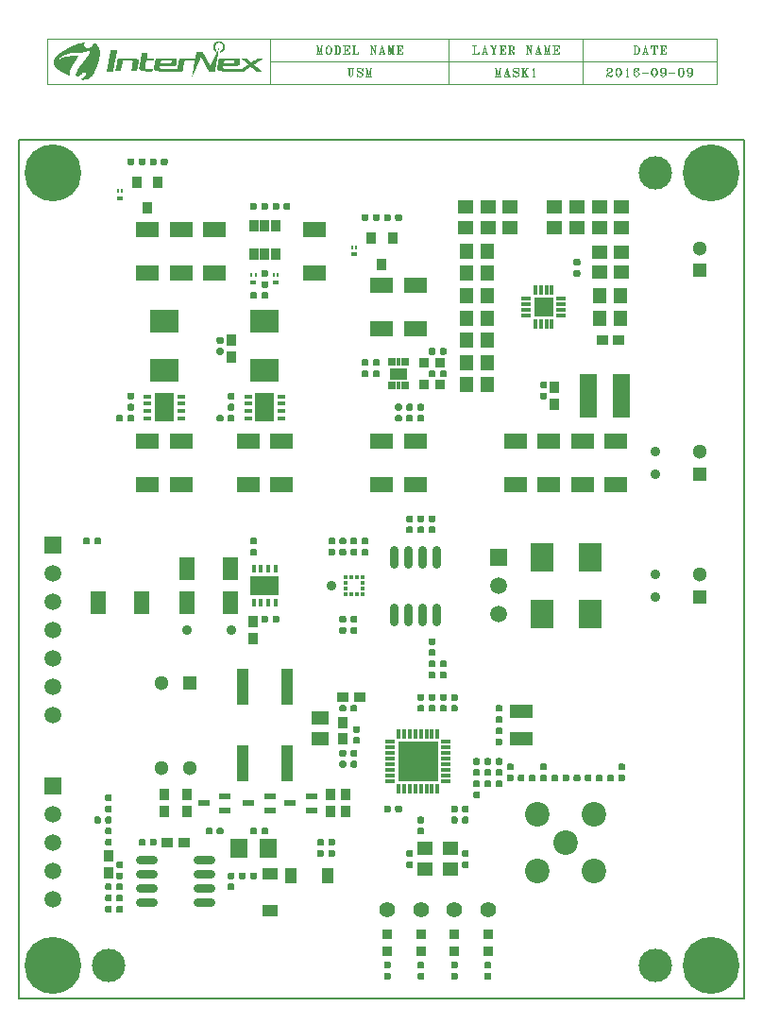
<source format=gbr>
%MOMM*%
%FSLAX33Y33*%
%ADD10C,0.200000*%
%ADD129C,0.080000*%
%ADD131C,5.100000*%
%ADD132C,1.500000*%
%ADD133R,1.500000X1.500000*%
%ADD134R,0.900000X1.000000*%
%ADD135C,0.736600*%
%ADD136R,1.400000X2.100000*%
%ADD137R,2.100000X1.400000*%
%ADD138R,0.700000X0.425000*%
%ADD139R,0.889000X0.990600*%
%ADD140R,0.250000X0.350000*%
%ADD141R,0.600000X0.350000*%
%ADD142R,1.000000X0.900000*%
%ADD143R,0.990600X0.609600*%
%ADD144C,1.300000*%
%ADD145R,1.300000X1.300000*%
%ADD146C,0.900000*%
%ADD147R,1.750000X2.500000*%
%ADD148R,2.641600X2.108200*%
%ADD149R,1.320800X1.016000*%
%ADD150R,1.600200X1.701800*%
%ADD151R,1.100000X3.300000*%
%ADD152R,2.500000X1.750000*%
%ADD153R,0.425000X0.700000*%
%ADD154R,0.812800X1.117600*%
%ADD155R,1.016000X1.320800*%
%ADD156R,1.550000X1.200000*%
%ADD157R,0.450000X0.450000*%
%ADD158R,0.900000X0.900000*%
%ADD159C,1.400000*%
%ADD160R,1.400000X1.150000*%
%ADD161R,0.927100X0.355600*%
%ADD162R,0.355600X0.927100*%
%ADD163R,3.550000X3.550000*%
%ADD164R,0.330000X0.800000*%
%ADD165R,1.600000X1.000000*%
%ADD166R,1.200000X1.350000*%
%ADD167R,1.350000X1.200000*%
%ADD168C,2.200000*%
%ADD169R,2.000000X1.200000*%
%ADD170R,2.108200X2.641600*%
%ADD171R,1.800000X1.800000*%
%ADD172R,1.550000X4.000000*%
%ADD173C,3.000000*%
G90*G71*G01*D02*G54D10*X000000Y000000D02*X065000Y000000D01*X065000Y077000D01*
X000000Y077000D01*X000000Y000000D01*D02*G54D129*X022500Y086000D02*
X002500Y086000D01*X002500Y082000D01*X022500Y082000D01*X022500Y084000D02*
X062500Y084000D01*X029513Y083388D02*X029513Y082867D01*X029539Y082770D01*
X029591Y082697D01*X029674Y082661D01*X029721Y082661D01*X029804Y082697D01*
X029851Y082770D01*X029877Y082867D01*X029877Y083364D01*X029539Y083364D02*
X029539Y082830D01*X029570Y082770D01*X029570Y083388D02*X029570Y082830D01*
X029591Y082733D01*X029617Y082697D01*X029674Y082661D01*X029440Y083388D02*
X029643Y083388D01*X029804Y083388D02*X029960Y083388D01*X029461Y083388D02*
X029513Y083364D01*X029487Y083388D02*X029513Y083327D01*X029591Y083388D02*
X029570Y083327D01*X029617Y083388D02*X029570Y083364D01*X029825Y083388D02*
X029877Y083364D01*X029934Y083388D02*X029877Y083364D01*X030718Y083291D02*
X030760Y083388D01*X030760Y083182D01*X030718Y083291D01*X030646Y083364D01*
X030531Y083388D01*X030422Y083388D01*X030313Y083364D01*X030240Y083291D01*
X030240Y083182D01*X030276Y083121D01*X030386Y083048D01*X030609Y082976D01*
X030682Y082939D01*X030718Y082867D01*X030718Y082770D01*X030682Y082697D01*
X030276Y083182D02*X030313Y083121D01*X030386Y083085D01*X030609Y083012D01*
X030682Y082976D01*X030718Y082903D01*X030313Y083364D02*X030276Y083291D01*
X030276Y083218D01*X030313Y083145D01*X030386Y083121D01*X030609Y083048D01*
X030718Y082976D01*X030760Y082903D01*X030760Y082806D01*X030718Y082733D01*
X030682Y082697D01*X030573Y082661D01*X030458Y082661D01*X030349Y082697D01*
X030276Y082770D01*X030240Y082867D01*X030240Y082661D01*X030276Y082770D01*
X031108Y083388D02*X031108Y082697D01*X031108Y083388D02*X031274Y082661D01*
X031134Y083388D02*X031274Y082770D01*X031154Y083388D02*X031295Y082770D01*
X031440Y083388D02*X031274Y082661D01*X031440Y083388D02*X031440Y082661D01*
X031461Y083364D02*X031461Y082697D01*X031487Y083388D02*X031487Y082661D01*
X031040Y083388D02*X031154Y083388D01*X031440Y083388D02*X031560Y083388D01*
X031040Y082661D02*X031180Y082661D01*X031368Y082661D02*X031560Y082661D01*
X031061Y083388D02*X031108Y083364D01*X031508Y083388D02*X031487Y083327D01*
X031534Y083388D02*X031487Y083364D01*X031108Y082697D02*X031061Y082661D01*
X031108Y082697D02*X031154Y082661D01*X031440Y082697D02*X031394Y082661D01*
X031440Y082733D02*X031414Y082661D01*X031487Y082733D02*X031508Y082661D01*
X031487Y082697D02*X031534Y082661D01*X026708Y085388D02*X026708Y084697D01*
X026708Y085388D02*X026874Y084661D01*X026734Y085388D02*X026874Y084770D01*
X026754Y085388D02*X026895Y084770D01*X027040Y085388D02*X026874Y084661D01*
X027040Y085388D02*X027040Y084661D01*X027061Y085364D02*X027061Y084697D01*
X027087Y085388D02*X027087Y084661D01*X026640Y085388D02*X026754Y085388D01*
X027040Y085388D02*X027160Y085388D01*X026640Y084661D02*X026780Y084661D01*
X026968Y084661D02*X027160Y084661D01*X026661Y085388D02*X026708Y085364D01*
X027108Y085388D02*X027087Y085327D01*X027134Y085388D02*X027087Y085364D01*
X026708Y084697D02*X026661Y084661D01*X026708Y084697D02*X026754Y084661D01*
X027040Y084697D02*X026994Y084661D01*X027040Y084733D02*X027014Y084661D01*
X027087Y084733D02*X027108Y084661D01*X027087Y084697D02*X027134Y084661D01*
X027664Y085388D02*X027570Y085364D01*X027502Y085291D01*X027471Y085218D01*
X027440Y085085D01*X027440Y084976D01*X027471Y084830D01*X027502Y084770D01*
X027570Y084697D01*X027664Y084661D01*X027731Y084661D01*X027830Y084697D01*
X027892Y084770D01*X027924Y084830D01*X027960Y084976D01*X027960Y085085D01*
X027924Y085218D01*X027892Y085291D01*X027830Y085364D01*X027731Y085388D01*
X027664Y085388D01*X027534Y085291D02*X027502Y085218D01*X027471Y085121D01*
X027471Y084939D01*X027502Y084830D01*X027534Y084770D01*X027861Y084770D02*
X027892Y084830D01*X027924Y084939D01*X027924Y085121D01*X027892Y085218D01*
X027861Y085291D01*X027664Y085388D02*X027601Y085364D01*X027534Y085255D01*
X027502Y085121D01*X027502Y084939D01*X027534Y084806D01*X027601Y084697D01*
X027664Y084661D01*X027731Y084661D02*X027794Y084697D01*X027861Y084806D01*
X027892Y084939D01*X027892Y085121D01*X027861Y085255D01*X027794Y085364D01*
X027731Y085388D01*X028328Y085388D02*X028328Y084661D01*X028360Y085364D02*
X028360Y084697D01*X028391Y085388D02*X028391Y084661D01*X028240Y085388D02*
X028542Y085388D01*X028635Y085364D01*X028698Y085291D01*X028729Y085218D01*
X028760Y085121D01*X028760Y084939D01*X028729Y084830D01*X028698Y084770D01*
X028635Y084697D01*X028542Y084661D01*X028240Y084661D01*X028666Y085291D02*
X028698Y085218D01*X028729Y085121D01*X028729Y084939D01*X028698Y084830D01*
X028666Y084770D01*X028542Y085388D02*X028604Y085364D01*X028666Y085255D01*
X028698Y085121D01*X028698Y084939D01*X028666Y084806D01*X028604Y084697D01*
X028542Y084661D01*X028266Y085388D02*X028328Y085364D01*X028297Y085388D02*
X028328Y085327D01*X028422Y085388D02*X028391Y085327D01*X028453Y085388D02*
X028391Y085364D01*X028328Y084697D02*X028266Y084661D01*X028328Y084733D02*
X028297Y084661D01*X028391Y084733D02*X028422Y084661D01*X028391Y084697D02*
X028453Y084661D01*X029134Y085388D02*X029134Y084661D01*X029165Y085364D02*
X029165Y084697D01*X029201Y085388D02*X029201Y084661D01*X029040Y085388D02*
X029560Y085388D01*X029560Y085182D01*X029201Y085048D02*X029394Y085048D01*
X029394Y085182D02*X029394Y084903D01*X029040Y084661D02*X029560Y084661D01*
X029560Y084867D01*X029071Y085388D02*X029134Y085364D01*X029102Y085388D02*
X029134Y085327D01*X029232Y085388D02*X029201Y085327D01*X029264Y085388D02*
X029201Y085364D01*X029394Y085388D02*X029560Y085364D01*X029461Y085388D02*
X029560Y085327D01*X029492Y085388D02*X029560Y085291D01*X029524Y085388D02*
X029560Y085182D01*X029394Y085182D02*X029362Y085048D01*X029394Y084903D01*
X029394Y085121D02*X029331Y085048D01*X029394Y084976D01*X029394Y085085D02*
X029264Y085048D01*X029394Y085012D01*X029134Y084697D02*X029071Y084661D01*
X029134Y084733D02*X029102Y084661D01*X029201Y084733D02*X029232Y084661D01*
X029201Y084697D02*X029264Y084661D01*X029394Y084661D02*X029560Y084697D01*
X029461Y084661D02*X029560Y084733D01*X029492Y084661D02*X029560Y084770D01*
X029524Y084661D02*X029560Y084867D01*X029944Y085388D02*X029944Y084661D01*
X029975Y085364D02*X029975Y084697D01*X030012Y085388D02*X030012Y084661D01*
X029840Y085388D02*X030116Y085388D01*X029840Y084661D02*X030360Y084661D01*
X030360Y084867D01*X029871Y085388D02*X029944Y085364D01*X029908Y085388D02*
X029944Y085327D01*X030048Y085388D02*X030012Y085327D01*X030079Y085388D02*
X030012Y085364D01*X029944Y084697D02*X029871Y084661D01*X029944Y084733D02*
X029908Y084661D01*X030012Y084733D02*X030048Y084661D01*X030012Y084697D02*
X030079Y084661D01*X030183Y084661D02*X030360Y084697D01*X030251Y084661D02*
X030360Y084733D01*X030287Y084661D02*X030360Y084770D01*X030324Y084661D02*
X030360Y084867D01*X031513Y085388D02*X031513Y084697D01*X031513Y085388D02*
X031877Y084661D01*X031544Y085388D02*X031851Y084770D01*X031565Y085388D02*
X031877Y084770D01*X031877Y085364D02*X031877Y084661D01*X031440Y085388D02*
X031565Y085388D01*X031804Y085388D02*X031960Y085388D01*X031440Y084661D02*
X031591Y084661D01*X031461Y085388D02*X031513Y085364D01*X031830Y085388D02*
X031877Y085364D01*X031934Y085388D02*X031877Y085364D01*X031513Y084697D02*
X031461Y084661D01*X031513Y084697D02*X031565Y084661D01*X032500Y085388D02*
X032297Y084697D01*X032469Y085291D02*X032640Y084661D01*X032500Y085291D02*
X032672Y084661D01*X032500Y085388D02*X032698Y084661D01*X032354Y084867D02*
X032614Y084867D01*X032240Y084661D02*X032412Y084661D01*X032557Y084661D02*
X032760Y084661D01*X032297Y084697D02*X032266Y084661D01*X032297Y084697D02*
X032354Y084661D01*X032640Y084697D02*X032583Y084661D01*X032640Y084733D02*
X032614Y084661D01*X032672Y084733D02*X032729Y084661D01*X033108Y085388D02*
X033108Y084697D01*X033108Y085388D02*X033274Y084661D01*X033134Y085388D02*
X033274Y084770D01*X033154Y085388D02*X033295Y084770D01*X033440Y085388D02*
X033274Y084661D01*X033440Y085388D02*X033440Y084661D01*X033461Y085364D02*
X033461Y084697D01*X033487Y085388D02*X033487Y084661D01*X033040Y085388D02*
X033154Y085388D01*X033440Y085388D02*X033560Y085388D01*X033040Y084661D02*
X033180Y084661D01*X033368Y084661D02*X033560Y084661D01*X033061Y085388D02*
X033108Y085364D01*X033508Y085388D02*X033487Y085327D01*X033534Y085388D02*
X033487Y085364D01*X033108Y084697D02*X033061Y084661D01*X033108Y084697D02*
X033154Y084661D01*X033440Y084697D02*X033394Y084661D01*X033440Y084733D02*
X033414Y084661D01*X033487Y084733D02*X033508Y084661D01*X033487Y084697D02*
X033534Y084661D01*X033934Y085388D02*X033934Y084661D01*X033965Y085364D02*
X033965Y084697D01*X034001Y085388D02*X034001Y084661D01*X033840Y085388D02*
X034360Y085388D01*X034360Y085182D01*X034001Y085048D02*X034194Y085048D01*
X034194Y085182D02*X034194Y084903D01*X033840Y084661D02*X034360Y084661D01*
X034360Y084867D01*X033871Y085388D02*X033934Y085364D01*X033902Y085388D02*
X033934Y085327D01*X034032Y085388D02*X034001Y085327D01*X034064Y085388D02*
X034001Y085364D01*X034194Y085388D02*X034360Y085364D01*X034261Y085388D02*
X034360Y085327D01*X034292Y085388D02*X034360Y085291D01*X034324Y085388D02*
X034360Y085182D01*X034194Y085182D02*X034162Y085048D01*X034194Y084903D01*
X034194Y085121D02*X034131Y085048D01*X034194Y084976D01*X034194Y085085D02*
X034064Y085048D01*X034194Y085012D01*X033934Y084697D02*X033871Y084661D01*
X033934Y084733D02*X033902Y084661D01*X034001Y084733D02*X034032Y084661D01*
X034001Y084697D02*X034064Y084661D01*X034194Y084661D02*X034360Y084697D01*
X034261Y084661D02*X034360Y084733D01*X034292Y084661D02*X034360Y084770D01*
X034324Y084661D02*X034360Y084867D01*X040744Y085388D02*X040744Y084661D01*
X040775Y085364D02*X040775Y084697D01*X040812Y085388D02*X040812Y084661D01*
X040640Y085388D02*X040916Y085388D01*X040640Y084661D02*X041160Y084661D01*
X041160Y084867D01*X040671Y085388D02*X040744Y085364D01*X040708Y085388D02*
X040744Y085327D01*X040848Y085388D02*X040812Y085327D01*X040879Y085388D02*
X040812Y085364D01*X040744Y084697D02*X040671Y084661D01*X040744Y084733D02*
X040708Y084661D01*X040812Y084733D02*X040848Y084661D01*X040812Y084697D02*
X040879Y084661D01*X040983Y084661D02*X041160Y084697D01*X041051Y084661D02*
X041160Y084733D01*X041087Y084661D02*X041160Y084770D01*X041124Y084661D02*
X041160Y084867D01*X041700Y085388D02*X041497Y084697D01*X041669Y085291D02*
X041840Y084661D01*X041700Y085291D02*X041872Y084661D01*X041700Y085388D02*
X041898Y084661D01*X041554Y084867D02*X041814Y084867D01*X041440Y084661D02*
X041612Y084661D01*X041757Y084661D02*X041960Y084661D01*X041497Y084697D02*
X041466Y084661D01*X041497Y084697D02*X041554Y084661D01*X041840Y084697D02*
X041783Y084661D01*X041840Y084733D02*X041814Y084661D01*X041872Y084733D02*
X041929Y084661D01*X042292Y085388D02*X042469Y085012D01*X042469Y084661D01*
X042318Y085388D02*X042495Y085012D01*X042495Y084697D01*X042339Y085388D02*
X042526Y085012D01*X042526Y084661D01*X042677Y085364D02*X042526Y085012D01*
X042240Y085388D02*X042422Y085388D01*X042599Y085388D02*X042760Y085388D01*
X042396Y084661D02*X042599Y084661D01*X042266Y085388D02*X042318Y085364D01*
X042396Y085388D02*X042339Y085364D01*X042630Y085388D02*X042677Y085364D01*
X042729Y085388D02*X042677Y085364D01*X042469Y084697D02*X042422Y084661D01*
X042469Y084733D02*X042443Y084661D01*X042526Y084733D02*X042547Y084661D01*
X042526Y084697D02*X042573Y084661D01*X043134Y085388D02*X043134Y084661D01*
X043165Y085364D02*X043165Y084697D01*X043201Y085388D02*X043201Y084661D01*
X043040Y085388D02*X043560Y085388D01*X043560Y085182D01*X043201Y085048D02*
X043394Y085048D01*X043394Y085182D02*X043394Y084903D01*X043040Y084661D02*
X043560Y084661D01*X043560Y084867D01*X043071Y085388D02*X043134Y085364D01*
X043102Y085388D02*X043134Y085327D01*X043232Y085388D02*X043201Y085327D01*
X043264Y085388D02*X043201Y085364D01*X043394Y085388D02*X043560Y085364D01*
X043461Y085388D02*X043560Y085327D01*X043492Y085388D02*X043560Y085291D01*
X043524Y085388D02*X043560Y085182D01*X043394Y085182D02*X043362Y085048D01*
X043394Y084903D01*X043394Y085121D02*X043331Y085048D01*X043394Y084976D01*
X043394Y085085D02*X043264Y085048D01*X043394Y085012D01*X043134Y084697D02*
X043071Y084661D01*X043134Y084733D02*X043102Y084661D01*X043201Y084733D02*
X043232Y084661D01*X043201Y084697D02*X043264Y084661D01*X043394Y084661D02*
X043560Y084697D01*X043461Y084661D02*X043560Y084733D01*X043492Y084661D02*
X043560Y084770D01*X043524Y084661D02*X043560Y084867D01*X043923Y085388D02*
X043923Y084661D01*X043954Y085364D02*X043954Y084697D01*X043980Y085388D02*
X043980Y084661D01*X043840Y085388D02*X044183Y085388D01*X044272Y085364D01*
X044298Y085327D01*X044329Y085255D01*X044329Y085182D01*X044298Y085121D01*
X044272Y085085D01*X044183Y085048D01*X043980Y085048D01*X044272Y085327D02*
X044298Y085255D01*X044298Y085182D01*X044272Y085121D01*X044183Y085388D02*
X044240Y085364D01*X044272Y085291D01*X044272Y085145D01*X044240Y085085D01*
X044183Y085048D01*X044095Y085048D02*X044157Y085012D01*X044183Y084939D01*
X044240Y084733D01*X044272Y084661D01*X044329Y084661D01*X044360Y084733D01*
X044360Y084806D01*X044240Y084806D02*X044272Y084733D01*X044298Y084697D01*
X044329Y084697D01*X044157Y085012D02*X044183Y084976D01*X044272Y084770D01*
X044298Y084733D01*X044329Y084733D01*X044360Y084770D01*X043840Y084661D02*
X044069Y084661D01*X043866Y085388D02*X043923Y085364D01*X043897Y085388D02*
X043923Y085327D01*X044012Y085388D02*X043980Y085327D01*X044038Y085388D02*
X043980Y085364D01*X043923Y084697D02*X043866Y084661D01*X043923Y084733D02*
X043897Y084661D01*X043980Y084733D02*X044012Y084661D01*X043980Y084697D02*
X044038Y084661D01*X045513Y085388D02*X045513Y084697D01*X045513Y085388D02*
X045877Y084661D01*X045544Y085388D02*X045851Y084770D01*X045565Y085388D02*
X045877Y084770D01*X045877Y085364D02*X045877Y084661D01*X045440Y085388D02*
X045565Y085388D01*X045804Y085388D02*X045960Y085388D01*X045440Y084661D02*
X045591Y084661D01*X045461Y085388D02*X045513Y085364D01*X045830Y085388D02*
X045877Y085364D01*X045934Y085388D02*X045877Y085364D01*X045513Y084697D02*
X045461Y084661D01*X045513Y084697D02*X045565Y084661D01*X046500Y085388D02*
X046297Y084697D01*X046469Y085291D02*X046640Y084661D01*X046500Y085291D02*
X046672Y084661D01*X046500Y085388D02*X046698Y084661D01*X046354Y084867D02*
X046614Y084867D01*X046240Y084661D02*X046412Y084661D01*X046557Y084661D02*
X046760Y084661D01*X046297Y084697D02*X046266Y084661D01*X046297Y084697D02*
X046354Y084661D01*X046640Y084697D02*X046583Y084661D01*X046640Y084733D02*
X046614Y084661D01*X046672Y084733D02*X046729Y084661D01*X047108Y085388D02*
X047108Y084697D01*X047108Y085388D02*X047274Y084661D01*X047134Y085388D02*
X047274Y084770D01*X047154Y085388D02*X047295Y084770D01*X047440Y085388D02*
X047274Y084661D01*X047440Y085388D02*X047440Y084661D01*X047461Y085364D02*
X047461Y084697D01*X047487Y085388D02*X047487Y084661D01*X047040Y085388D02*
X047154Y085388D01*X047440Y085388D02*X047560Y085388D01*X047040Y084661D02*
X047180Y084661D01*X047368Y084661D02*X047560Y084661D01*X047061Y085388D02*
X047108Y085364D01*X047508Y085388D02*X047487Y085327D01*X047534Y085388D02*
X047487Y085364D01*X047108Y084697D02*X047061Y084661D01*X047108Y084697D02*
X047154Y084661D01*X047440Y084697D02*X047394Y084661D01*X047440Y084733D02*
X047414Y084661D01*X047487Y084733D02*X047508Y084661D01*X047487Y084697D02*
X047534Y084661D01*X047934Y085388D02*X047934Y084661D01*X047965Y085364D02*
X047965Y084697D01*X048001Y085388D02*X048001Y084661D01*X047840Y085388D02*
X048360Y085388D01*X048360Y085182D01*X048001Y085048D02*X048194Y085048D01*
X048194Y085182D02*X048194Y084903D01*X047840Y084661D02*X048360Y084661D01*
X048360Y084867D01*X047871Y085388D02*X047934Y085364D01*X047902Y085388D02*
X047934Y085327D01*X048032Y085388D02*X048001Y085327D01*X048064Y085388D02*
X048001Y085364D01*X048194Y085388D02*X048360Y085364D01*X048261Y085388D02*
X048360Y085327D01*X048292Y085388D02*X048360Y085291D01*X048324Y085388D02*
X048360Y085182D01*X048194Y085182D02*X048162Y085048D01*X048194Y084903D01*
X048194Y085121D02*X048131Y085048D01*X048194Y084976D01*X048194Y085085D02*
X048064Y085048D01*X048194Y085012D01*X047934Y084697D02*X047871Y084661D01*
X047934Y084733D02*X047902Y084661D01*X048001Y084733D02*X048032Y084661D01*
X048001Y084697D02*X048064Y084661D01*X048194Y084661D02*X048360Y084697D01*
X048261Y084661D02*X048360Y084733D01*X048292Y084661D02*X048360Y084770D01*
X048324Y084661D02*X048360Y084867D01*X038500Y086000D02*X038500Y082000D01*
X022500Y086000D02*X062500Y086000D01*X062500Y082000D02*X022500Y082000D01*
X022500Y086000D02*X022500Y082000D01*X062500Y086000D02*X062500Y082000D01*
X050500Y086000D02*X050500Y082000D01*X055128Y085388D02*X055128Y084661D01*
X055160Y085364D02*X055160Y084697D01*X055191Y085388D02*X055191Y084661D01*
X055040Y085388D02*X055342Y085388D01*X055435Y085364D01*X055498Y085291D01*
X055529Y085218D01*X055560Y085121D01*X055560Y084939D01*X055529Y084830D01*
X055498Y084770D01*X055435Y084697D01*X055342Y084661D01*X055040Y084661D01*
X055466Y085291D02*X055498Y085218D01*X055529Y085121D01*X055529Y084939D01*
X055498Y084830D01*X055466Y084770D01*X055342Y085388D02*X055404Y085364D01*
X055466Y085255D01*X055498Y085121D01*X055498Y084939D01*X055466Y084806D01*
X055404Y084697D01*X055342Y084661D01*X055066Y085388D02*X055128Y085364D01*
X055097Y085388D02*X055128Y085327D01*X055222Y085388D02*X055191Y085327D01*
X055253Y085388D02*X055191Y085364D01*X055128Y084697D02*X055066Y084661D01*
X055128Y084733D02*X055097Y084661D01*X055191Y084733D02*X055222Y084661D01*
X055191Y084697D02*X055253Y084661D01*X056100Y085388D02*X055897Y084697D01*
X056069Y085291D02*X056240Y084661D01*X056100Y085291D02*X056272Y084661D01*
X056100Y085388D02*X056298Y084661D01*X055954Y084867D02*X056214Y084867D01*
X055840Y084661D02*X056012Y084661D01*X056157Y084661D02*X056360Y084661D01*
X055897Y084697D02*X055866Y084661D01*X055897Y084697D02*X055954Y084661D01*
X056240Y084697D02*X056183Y084661D01*X056240Y084733D02*X056214Y084661D01*
X056272Y084733D02*X056329Y084661D01*X056640Y085388D02*X056640Y085182D01*
X056864Y085388D02*X056864Y084661D01*X056900Y085364D02*X056900Y084697D01*
X056931Y085388D02*X056931Y084661D01*X057160Y085388D02*X057160Y085182D01*
X056640Y085388D02*X057160Y085388D01*X056770Y084661D02*X057025Y084661D01*
X056671Y085388D02*X056640Y085182D01*X056702Y085388D02*X056640Y085291D01*
X056734Y085388D02*X056640Y085327D01*X056801Y085388D02*X056640Y085364D01*
X056994Y085388D02*X057160Y085364D01*X057061Y085388D02*X057160Y085327D01*
X057092Y085388D02*X057160Y085291D01*X057124Y085388D02*X057160Y085182D01*
X056864Y084697D02*X056801Y084661D01*X056864Y084733D02*X056832Y084661D01*
X056931Y084733D02*X056962Y084661D01*X056931Y084697D02*X056994Y084661D01*
X057534Y085388D02*X057534Y084661D01*X057565Y085364D02*X057565Y084697D01*
X057601Y085388D02*X057601Y084661D01*X057440Y085388D02*X057960Y085388D01*
X057960Y085182D01*X057601Y085048D02*X057794Y085048D01*X057794Y085182D02*
X057794Y084903D01*X057440Y084661D02*X057960Y084661D01*X057960Y084867D01*
X057471Y085388D02*X057534Y085364D01*X057502Y085388D02*X057534Y085327D01*
X057632Y085388D02*X057601Y085327D01*X057664Y085388D02*X057601Y085364D01*
X057794Y085388D02*X057960Y085364D01*X057861Y085388D02*X057960Y085327D01*
X057892Y085388D02*X057960Y085291D01*X057924Y085388D02*X057960Y085182D01*
X057794Y085182D02*X057762Y085048D01*X057794Y084903D01*X057794Y085121D02*
X057731Y085048D01*X057794Y084976D01*X057794Y085085D02*X057664Y085048D01*
X057794Y085012D01*X057534Y084697D02*X057471Y084661D01*X057534Y084733D02*
X057502Y084661D01*X057601Y084733D02*X057632Y084661D01*X057601Y084697D02*
X057664Y084661D01*X057794Y084661D02*X057960Y084697D01*X057861Y084661D02*
X057960Y084733D01*X057892Y084661D02*X057960Y084770D01*X057924Y084661D02*
X057960Y084867D01*X052676Y083255D02*X052676Y083218D01*X052713Y083218D01*
X052713Y083255D01*X052676Y083255D01*X052676Y083291D02*X052713Y083291D01*
X052749Y083255D01*X052749Y083218D01*X052713Y083182D01*X052676Y083182D01*
X052640Y083218D01*X052640Y083255D01*X052676Y083327D01*X052713Y083364D01*
X052822Y083388D01*X052973Y083388D01*X053082Y083364D01*X053118Y083327D01*
X053160Y083255D01*X053160Y083182D01*X053118Y083121D01*X053009Y083048D01*
X052822Y082976D01*X052749Y082939D01*X052676Y082867D01*X052640Y082770D01*
X052640Y082661D01*X053082Y083327D02*X053118Y083255D01*X053118Y083182D01*
X053082Y083121D01*X052973Y083388D02*X053046Y083364D01*X053082Y083255D01*
X053082Y083182D01*X053046Y083121D01*X052973Y083048D01*X052822Y082976D01*
X052640Y082733D02*X052676Y082770D01*X052749Y082770D01*X052931Y082733D01*
X053082Y082733D01*X053160Y082770D01*X052749Y082770D02*X052931Y082697D01*
X053082Y082697D01*X053118Y082733D01*X052749Y082770D02*X052931Y082661D01*
X053082Y082661D01*X053118Y082697D01*X053160Y082770D01*X053160Y082830D01*
X053658Y083388D02*X053549Y083364D01*X053476Y083255D01*X053440Y083085D01*
X053440Y082976D01*X053476Y082806D01*X053549Y082697D01*X053658Y082661D01*
X053736Y082661D01*X053846Y082697D01*X053918Y082806D01*X053960Y082976D01*
X053960Y083085D01*X053918Y083255D01*X053846Y083364D01*X053736Y083388D01*
X053658Y083388D01*X053549Y083327D02*X053513Y083255D01*X053476Y083121D01*
X053476Y082939D01*X053513Y082806D01*X053549Y082733D01*X053846Y082733D02*
X053882Y082806D01*X053918Y082939D01*X053918Y083121D01*X053882Y083255D01*
X053846Y083327D01*X053658Y083388D02*X053586Y083364D01*X053549Y083291D01*
X053513Y083121D01*X053513Y082939D01*X053549Y082770D01*X053586Y082697D01*
X053658Y082661D01*X053736Y082661D02*X053809Y082697D01*X053846Y082770D01*
X053882Y082939D01*X053882Y083121D01*X053846Y083291D01*X053809Y083364D01*
X053736Y083388D01*X054474Y083327D02*X054474Y082661D01*X054495Y083327D02*
X054495Y082697D01*X054510Y083388D02*X054510Y082661D01*X054510Y083388D02*
X054458Y083291D01*X054427Y083255D01*X054412Y082661D02*X054578Y082661D01*
X054474Y082697D02*X054443Y082661D01*X054474Y082733D02*X054458Y082661D01*
X054510Y082733D02*X054526Y082661D01*X054510Y082697D02*X054542Y082661D01*
X055446Y083291D02*X055446Y083255D01*X055482Y083255D01*X055482Y083291D01*
X055446Y083291D01*X055482Y083327D02*X055446Y083327D01*X055409Y083291D01*
X055409Y083255D01*X055446Y083218D01*X055482Y083218D01*X055518Y083255D01*
X055518Y083291D01*X055482Y083364D01*X055409Y083388D01*X055300Y083388D01*
X055186Y083364D01*X055113Y083291D01*X055076Y083218D01*X055040Y083085D01*
X055040Y082867D01*X055076Y082770D01*X055149Y082697D01*X055258Y082661D01*
X055336Y082661D01*X055446Y082697D01*X055518Y082770D01*X055560Y082867D01*
X055560Y082903D01*X055518Y083012D01*X055446Y083085D01*X055336Y083121D01*
X055258Y083121D01*X055186Y083085D01*X055149Y083048D01*X055113Y082976D01*
X055149Y083291D02*X055113Y083218D01*X055076Y083085D01*X055076Y082867D01*
X055113Y082770D01*X055149Y082733D01*X055482Y082770D02*X055518Y082830D01*
X055518Y082939D01*X055482Y083012D01*X055300Y083388D02*X055222Y083364D01*
X055186Y083327D01*X055149Y083255D01*X055113Y083121D01*X055113Y082867D01*
X055149Y082770D01*X055186Y082697D01*X055258Y082661D01*X055336Y082661D02*
X055409Y082697D01*X055446Y082733D01*X055482Y082830D01*X055482Y082939D01*
X055446Y083048D01*X055409Y083085D01*X055336Y083121D01*X055840Y083012D02*
X056360Y083012D01*X056360Y082976D01*X055840Y083012D02*X055840Y082976D01*
X056360Y082976D01*X056858Y083388D02*X056749Y083364D01*X056676Y083255D01*
X056640Y083085D01*X056640Y082976D01*X056676Y082806D01*X056749Y082697D01*
X056858Y082661D01*X056936Y082661D01*X057046Y082697D01*X057118Y082806D01*
X057160Y082976D01*X057160Y083085D01*X057118Y083255D01*X057046Y083364D01*
X056936Y083388D01*X056858Y083388D01*X056749Y083327D02*X056713Y083255D01*
X056676Y083121D01*X056676Y082939D01*X056713Y082806D01*X056749Y082733D01*
X057046Y082733D02*X057082Y082806D01*X057118Y082939D01*X057118Y083121D01*
X057082Y083255D01*X057046Y083327D01*X056858Y083388D02*X056786Y083364D01*
X056749Y083291D01*X056713Y083121D01*X056713Y082939D01*X056749Y082770D01*
X056786Y082697D01*X056858Y082661D01*X056936Y082661D02*X057009Y082697D01*
X057046Y082770D01*X057082Y082939D01*X057082Y083121D01*X057046Y083291D01*
X057009Y083364D01*X056936Y083388D01*X057513Y082806D02*X057513Y082770D01*
X057549Y082770D01*X057549Y082806D01*X057513Y082806D01*X057882Y083085D02*
X057846Y083012D01*X057809Y082976D01*X057736Y082939D01*X057658Y082939D01*
X057549Y082976D01*X057476Y083048D01*X057440Y083145D01*X057440Y083182D01*
X057476Y083291D01*X057549Y083364D01*X057658Y083388D01*X057736Y083388D01*
X057846Y083364D01*X057918Y083291D01*X057960Y083182D01*X057960Y082976D01*
X057918Y082830D01*X057882Y082770D01*X057809Y082697D01*X057695Y082661D01*
X057586Y082661D01*X057513Y082697D01*X057476Y082770D01*X057476Y082806D01*
X057513Y082830D01*X057549Y082830D01*X057586Y082806D01*X057586Y082770D01*
X057549Y082733D01*X057513Y082733D01*X057513Y083048D02*X057476Y083121D01*
X057476Y083218D01*X057513Y083291D01*X057846Y083327D02*X057882Y083291D01*
X057918Y083182D01*X057918Y082976D01*X057882Y082830D01*X057846Y082770D01*
X057658Y082939D02*X057586Y082976D01*X057549Y083012D01*X057513Y083121D01*
X057513Y083218D01*X057549Y083327D01*X057586Y083364D01*X057658Y083388D01*
X057736Y083388D02*X057809Y083364D01*X057846Y083291D01*X057882Y083182D01*
X057882Y082939D01*X057846Y082806D01*X057809Y082733D01*X057773Y082697D01*
X057695Y082661D01*X058240Y083012D02*X058760Y083012D01*X058760Y082976D01*
X058240Y083012D02*X058240Y082976D01*X058760Y082976D01*X059258Y083388D02*
X059149Y083364D01*X059076Y083255D01*X059040Y083085D01*X059040Y082976D01*
X059076Y082806D01*X059149Y082697D01*X059258Y082661D01*X059336Y082661D01*
X059446Y082697D01*X059518Y082806D01*X059560Y082976D01*X059560Y083085D01*
X059518Y083255D01*X059446Y083364D01*X059336Y083388D01*X059258Y083388D01*
X059149Y083327D02*X059113Y083255D01*X059076Y083121D01*X059076Y082939D01*
X059113Y082806D01*X059149Y082733D01*X059446Y082733D02*X059482Y082806D01*
X059518Y082939D01*X059518Y083121D01*X059482Y083255D01*X059446Y083327D01*
X059258Y083388D02*X059186Y083364D01*X059149Y083291D01*X059113Y083121D01*
X059113Y082939D01*X059149Y082770D01*X059186Y082697D01*X059258Y082661D01*
X059336Y082661D02*X059409Y082697D01*X059446Y082770D01*X059482Y082939D01*
X059482Y083121D01*X059446Y083291D01*X059409Y083364D01*X059336Y083388D01*
X059913Y082806D02*X059913Y082770D01*X059949Y082770D01*X059949Y082806D01*
X059913Y082806D01*X060282Y083085D02*X060246Y083012D01*X060209Y082976D01*
X060136Y082939D01*X060058Y082939D01*X059949Y082976D01*X059876Y083048D01*
X059840Y083145D01*X059840Y083182D01*X059876Y083291D01*X059949Y083364D01*
X060058Y083388D01*X060136Y083388D01*X060246Y083364D01*X060318Y083291D01*
X060360Y083182D01*X060360Y082976D01*X060318Y082830D01*X060282Y082770D01*
X060209Y082697D01*X060095Y082661D01*X059986Y082661D01*X059913Y082697D01*
X059876Y082770D01*X059876Y082806D01*X059913Y082830D01*X059949Y082830D01*
X059986Y082806D01*X059986Y082770D01*X059949Y082733D01*X059913Y082733D01*
X059913Y083048D02*X059876Y083121D01*X059876Y083218D01*X059913Y083291D01*
X060246Y083327D02*X060282Y083291D01*X060318Y083182D01*X060318Y082976D01*
X060282Y082830D01*X060246Y082770D01*X060058Y082939D02*X059986Y082976D01*
X059949Y083012D01*X059913Y083121D01*X059913Y083218D01*X059949Y083327D01*
X059986Y083364D01*X060058Y083388D01*X060136Y083388D02*X060209Y083364D01*
X060246Y083291D01*X060282Y083182D01*X060282Y082939D01*X060246Y082806D01*
X060209Y082733D01*X060173Y082697D01*X060095Y082661D01*X042708Y083388D02*
X042708Y082697D01*X042708Y083388D02*X042874Y082661D01*X042734Y083388D02*
X042874Y082770D01*X042754Y083388D02*X042895Y082770D01*X043040Y083388D02*
X042874Y082661D01*X043040Y083388D02*X043040Y082661D01*X043061Y083364D02*
X043061Y082697D01*X043087Y083388D02*X043087Y082661D01*X042640Y083388D02*
X042754Y083388D01*X043040Y083388D02*X043160Y083388D01*X042640Y082661D02*
X042780Y082661D01*X042968Y082661D02*X043160Y082661D01*X042661Y083388D02*
X042708Y083364D01*X043108Y083388D02*X043087Y083327D01*X043134Y083388D02*
X043087Y083364D01*X042708Y082697D02*X042661Y082661D01*X042708Y082697D02*
X042754Y082661D01*X043040Y082697D02*X042994Y082661D01*X043040Y082733D02*
X043014Y082661D01*X043087Y082733D02*X043108Y082661D01*X043087Y082697D02*
X043134Y082661D01*X043700Y083388D02*X043497Y082697D01*X043669Y083291D02*
X043840Y082661D01*X043700Y083291D02*X043872Y082661D01*X043700Y083388D02*
X043898Y082661D01*X043554Y082867D02*X043814Y082867D01*X043440Y082661D02*
X043612Y082661D01*X043757Y082661D02*X043960Y082661D01*X043497Y082697D02*
X043466Y082661D01*X043497Y082697D02*X043554Y082661D01*X043840Y082697D02*
X043783Y082661D01*X043840Y082733D02*X043814Y082661D01*X043872Y082733D02*
X043929Y082661D01*X044718Y083291D02*X044760Y083388D01*X044760Y083182D01*
X044718Y083291D01*X044646Y083364D01*X044531Y083388D01*X044422Y083388D01*
X044313Y083364D01*X044240Y083291D01*X044240Y083182D01*X044276Y083121D01*
X044386Y083048D01*X044609Y082976D01*X044682Y082939D01*X044718Y082867D01*
X044718Y082770D01*X044682Y082697D01*X044276Y083182D02*X044313Y083121D01*
X044386Y083085D01*X044609Y083012D01*X044682Y082976D01*X044718Y082903D01*
X044313Y083364D02*X044276Y083291D01*X044276Y083218D01*X044313Y083145D01*
X044386Y083121D01*X044609Y083048D01*X044718Y082976D01*X044760Y082903D01*
X044760Y082806D01*X044718Y082733D01*X044682Y082697D01*X044573Y082661D01*
X044458Y082661D01*X044349Y082697D01*X044276Y082770D01*X044240Y082867D01*
X044240Y082661D01*X044276Y082770D01*X045118Y083388D02*X045118Y082661D01*
X045149Y083364D02*X045149Y082697D01*X045175Y083388D02*X045175Y082661D01*
X045477Y083364D02*X045175Y082976D01*X045258Y083048D02*X045446Y082661D01*
X045284Y083048D02*X045477Y082661D01*X045284Y083121D02*X045503Y082661D01*
X045040Y083388D02*X045258Y083388D01*X045394Y083388D02*X045560Y083388D01*
X045040Y082661D02*X045258Y082661D01*X045368Y082661D02*X045560Y082661D01*
X045066Y083388D02*X045118Y083364D01*X045092Y083388D02*X045118Y083327D01*
X045201Y083388D02*X045175Y083327D01*X045227Y083388D02*X045175Y083364D01*
X045446Y083388D02*X045477Y083364D01*X045529Y083388D02*X045477Y083364D01*
X045118Y082697D02*X045066Y082661D01*X045118Y082733D02*X045092Y082661D01*
X045175Y082733D02*X045201Y082661D01*X045175Y082697D02*X045227Y082661D01*
X045446Y082733D02*X045394Y082661D01*X045446Y082733D02*X045529Y082661D01*
X046074Y083327D02*X046074Y082661D01*X046095Y083327D02*X046095Y082697D01*
X046110Y083388D02*X046110Y082661D01*X046110Y083388D02*X046058Y083291D01*
X046027Y083255D01*X046012Y082661D02*X046178Y082661D01*X046074Y082697D02*
X046043Y082661D01*X046074Y082733D02*X046058Y082661D01*X046110Y082733D02*
X046126Y082661D01*X046110Y082697D02*X046142Y082661D01*X000000Y000000D02*D02*
G54D131*X003000Y003000D03*X062000Y003000D03*X003000Y074000D03*X062000Y074000D03*
D02*G54D132*X003000Y011460D03*X003000Y008920D03*X003000Y014000D03*
X003000Y016540D03*X003000Y027920D03*X003000Y025380D03*X003000Y033000D03*
X003000Y030460D03*X003000Y035540D03*X043000Y034460D03*X043000Y037000D03*
X003000Y038080D03*D02*G54D133*X003000Y019080D03*X003000Y040620D03*
X043000Y039540D03*D02*G54D134*X008000Y011250D03*X008000Y012750D03*
X015000Y018250D03*X015000Y016750D03*X013000Y018250D03*X013000Y016750D03*
X029250Y018250D03*X029250Y016750D03*X027875Y018250D03*X027875Y016750D03*
X029000Y023250D03*X029000Y024750D03*X021000Y032250D03*X021000Y033750D03*
X048000Y053250D03*X019000Y057500D03*X048000Y054750D03*X019000Y059000D03*D02*
G54D135*X010821Y008595D02*X012014Y008595D01*X010821Y009865D02*X012014Y009865D01*
X010821Y011135D02*X012014Y011135D01*X015986Y011135D02*X017179Y011135D01*
X015986Y009865D02*X017179Y009865D01*X015986Y008595D02*X017179Y008595D01*
X010821Y012405D02*X012014Y012405D01*X015986Y012405D02*X017179Y012405D01*
X036135Y035014D02*X036135Y033821D01*X034865Y035014D02*X034865Y033821D01*
X033595Y035014D02*X033595Y033821D01*X037405Y035014D02*X037405Y033821D01*
X033595Y040179D02*X033595Y038986D01*X034865Y040179D02*X034865Y038986D01*
X036135Y040179D02*X036135Y038986D01*X037405Y040179D02*X037405Y038986D01*D02*
G54D136*X010950Y035500D03*X007050Y035500D03*X015050Y035500D03*X018950Y035500D03*
X015050Y038500D03*X018950Y038500D03*D02*G54D137*X011500Y046050D03*
X014500Y046050D03*X023500Y046050D03*X020500Y046050D03*X032500Y046050D03*
X035500Y046050D03*X047500Y046050D03*X044500Y046050D03*X053500Y046050D03*
X050500Y046050D03*X011500Y049950D03*X014500Y049950D03*X023500Y049950D03*
X020500Y049950D03*X032500Y049950D03*X035500Y049950D03*X047500Y049950D03*
X044500Y049950D03*X053500Y049950D03*X050500Y049950D03*X032500Y060050D03*
X035500Y060050D03*X011500Y065050D03*X014500Y065050D03*X017500Y065050D03*
X026500Y065050D03*X032500Y063950D03*X035500Y063950D03*X011500Y068950D03*
X014500Y068950D03*X017500Y068950D03*X026500Y068950D03*D02*G54D138*
X011500Y053975D03*X011500Y053325D03*X011500Y052675D03*X011500Y052025D03*
X014500Y052025D03*X014500Y052675D03*X014500Y053325D03*X014500Y053975D03*
X020500Y053975D03*X020500Y053325D03*X020500Y052675D03*X020500Y052025D03*
X023500Y052025D03*X023500Y052675D03*X023500Y053325D03*X023500Y053975D03*D02*
G54D139*X032500Y065825D03*X011500Y070825D03*X031550Y068175D03*X033450Y068175D03*
X010550Y073175D03*X012450Y073175D03*D02*G54D140*X023175Y064850D03*
X022825Y064850D03*X021175Y064850D03*X020825Y064850D03*X029825Y067350D03*
X030175Y067350D03*X009175Y072350D03*X008825Y072350D03*D02*G54D141*
X023000Y064200D03*X021000Y064200D03*X030000Y066700D03*X009000Y071700D03*D02*
G54D142*X013250Y014000D03*X014750Y014000D03*X029000Y027000D03*X030500Y027000D03*
X052250Y059000D03*X053750Y059000D03*D02*G54D143*X016550Y017500D03*
X018450Y016850D03*X018450Y018150D03*X022450Y016850D03*X022450Y018150D03*
X020550Y017500D03*X026200Y016850D03*X026200Y018150D03*X024300Y017500D03*D02*
G54D144*X015270Y020690D03*X012730Y020690D03*X012730Y028310D03*X061000Y038000D03*
X061000Y049000D03*X061000Y067250D03*D02*G54D145*X015270Y028310D03*
X061000Y036000D03*X061000Y047000D03*X061000Y065250D03*D02*G54D146*
X015000Y033000D03*X019000Y033000D03*X028000Y037000D03*X057000Y036000D03*
X057000Y038000D03*X057000Y047000D03*X057000Y049000D03*D02*G54D147*
X013000Y053000D03*X022000Y053000D03*D02*G54D148*X013000Y056326D03*
X022000Y056326D03*X013000Y060674D03*X022000Y060674D03*D02*G54D149*
X022500Y007860D03*X022500Y011140D03*D02*G54D150*X019650Y013500D03*
X022350Y013500D03*D02*G54D151*X024000Y021100D03*X020000Y021100D03*
X024000Y027900D03*X020000Y027900D03*D02*G54D152*X022000Y037000D03*D02*G54D153*
X021025Y035500D03*X021675Y035500D03*X022325Y035500D03*X022975Y035500D03*
X022975Y038500D03*X022325Y038500D03*X021675Y038500D03*X021025Y038500D03*D02*
G54D154*X022950Y066705D03*X022000Y066705D03*X021050Y066705D03*X022000Y069295D03*
X022950Y069295D03*X021050Y069295D03*D02*G54D155*X024360Y011000D03*
X027640Y011000D03*D02*G54D156*X027000Y023325D03*X027000Y025175D03*D02*G54D157*
X029250Y036750D03*X029250Y036250D03*X029750Y036250D03*X030750Y036250D03*
X030750Y036750D03*X030250Y036250D03*X029750Y037750D03*X029250Y037750D03*
X029250Y037250D03*X030750Y037250D03*X030750Y037750D03*X030250Y037750D03*D02*
G54D158*X033000Y005750D03*X033000Y004250D03*X036000Y005750D03*X036000Y004250D03*
X039000Y005750D03*X039000Y004250D03*X042000Y005750D03*X042000Y004250D03*
X036250Y055000D03*X036250Y057000D03*X037750Y055000D03*X037750Y057000D03*D02*
G54D159*X033000Y008000D03*X036000Y008000D03*X039000Y008000D03*X042000Y008000D03*
D02*G54D160*X036350Y011575D03*X038650Y011575D03*X036350Y013425D03*
X038650Y013425D03*D02*G54D161*X033268Y019500D03*X038232Y019500D03*
X033268Y023000D03*X033268Y022500D03*X033268Y022000D03*X033268Y021500D03*
X033268Y021000D03*X033268Y020500D03*X033268Y020000D03*X038232Y023000D03*
X038232Y022500D03*X038232Y022000D03*X038232Y021500D03*X038232Y021000D03*
X038232Y020500D03*X038232Y020000D03*X048532Y061250D03*X048532Y061750D03*
X048532Y062250D03*X048532Y062750D03*X045468Y062750D03*X045468Y062250D03*
X045468Y061750D03*X045468Y061250D03*D02*G54D162*X034000Y018768D03*
X034500Y018768D03*X035000Y018768D03*X035500Y018768D03*X036000Y018768D03*
X036500Y018768D03*X037000Y018768D03*X037500Y018768D03*X036000Y023732D03*
X035500Y023732D03*X035000Y023732D03*X034500Y023732D03*X034000Y023732D03*
X037500Y023732D03*X037000Y023732D03*X036500Y023732D03*X046250Y060468D03*
X046750Y060468D03*X047250Y060468D03*X047750Y060468D03*X047750Y063532D03*
X047250Y063532D03*X046750Y063532D03*X046250Y063532D03*D02*G54D163*
X035750Y021250D03*D02*G54D164*X034800Y054950D03*X034800Y057050D03*
X034400Y057050D03*X034000Y057050D03*X034400Y054950D03*X034000Y054950D03*
X033600Y054950D03*X033200Y054950D03*X033600Y057050D03*X033200Y057050D03*D02*
G54D165*X034000Y056000D03*D02*G54D166*X041925Y057000D03*X040075Y057000D03*
X041925Y059000D03*X040075Y059000D03*X040075Y055000D03*X041925Y055000D03*
X041925Y063000D03*X040075Y063000D03*X041925Y061000D03*X040075Y061000D03*
X052075Y061000D03*X053925Y061000D03*X052075Y063000D03*X053925Y063000D03*
X041925Y067000D03*X040075Y067000D03*X040075Y065000D03*X041925Y065000D03*D02*
G54D167*X052000Y066925D03*X052000Y065075D03*X054000Y066925D03*X054000Y065075D03*
X042000Y070925D03*X042000Y069075D03*X040000Y070925D03*X040000Y069075D03*
X048000Y070925D03*X048000Y069075D03*X044000Y070925D03*X044000Y069075D03*
X052000Y070925D03*X052000Y069075D03*X050000Y070925D03*X050000Y069075D03*
X054000Y070925D03*X054000Y069075D03*D02*G54D168*X046460Y011460D03*
X051540Y011460D03*X049000Y014000D03*X046460Y016540D03*X051540Y016540D03*D02*
G54D169*X045000Y023250D03*X045000Y025750D03*D02*G54D170*X046826Y034500D03*
X051174Y034500D03*X046826Y039500D03*X051174Y039500D03*D02*G54D171*
X047000Y062000D03*D02*G54D172*X053975Y054000D03*X051025Y054000D03*D02*G54D173*
X057000Y074000D03*X057000Y003000D03*X008000Y003000D03*X057000Y074000D03*
X057000Y003000D03*X008000Y003000D03*
G36*X032700Y001850D02*X032703Y001821D01*X032711Y001793D01*X032725Y001767D01*
X032744Y001744D01*X032767Y001725D01*X032793Y001711D01*X032821Y001703D01*
X032850Y001700D01*X033150Y001700D01*X033179Y001703D01*X033207Y001711D01*
X033233Y001725D01*X033256Y001744D01*X033275Y001767D01*X033289Y001793D01*
X033297Y001821D01*X033300Y001850D01*X033300Y002150D01*X033297Y002179D01*
X033289Y002207D01*X033275Y002233D01*X033256Y002256D01*X033233Y002275D01*
X033207Y002289D01*X033179Y002297D01*X033150Y002300D01*X032850Y002300D01*
X032821Y002297D01*X032793Y002289D01*X032767Y002275D01*X032744Y002256D01*
X032725Y002233D01*X032711Y002207D01*X032703Y002179D01*X032700Y002150D01*
X032700Y001850D01*G37*G36*X035700Y001850D02*X035703Y001821D01*X035711Y001793D01*
X035725Y001767D01*X035744Y001744D01*X035767Y001725D01*X035793Y001711D01*
X035821Y001703D01*X035850Y001700D01*X036150Y001700D01*X036179Y001703D01*
X036207Y001711D01*X036233Y001725D01*X036256Y001744D01*X036275Y001767D01*
X036289Y001793D01*X036297Y001821D01*X036300Y001850D01*X036300Y002150D01*
X036297Y002179D01*X036289Y002207D01*X036275Y002233D01*X036256Y002256D01*
X036233Y002275D01*X036207Y002289D01*X036179Y002297D01*X036150Y002300D01*
X035850Y002300D01*X035821Y002297D01*X035793Y002289D01*X035767Y002275D01*
X035744Y002256D01*X035725Y002233D01*X035711Y002207D01*X035703Y002179D01*
X035700Y002150D01*X035700Y001850D01*G37*G36*X038700Y001850D02*X038703Y001821D01*
X038711Y001793D01*X038725Y001767D01*X038744Y001744D01*X038767Y001725D01*
X038793Y001711D01*X038821Y001703D01*X038850Y001700D01*X039150Y001700D01*
X039179Y001703D01*X039207Y001711D01*X039233Y001725D01*X039256Y001744D01*
X039275Y001767D01*X039289Y001793D01*X039297Y001821D01*X039300Y001850D01*
X039300Y002150D01*X039297Y002179D01*X039289Y002207D01*X039275Y002233D01*
X039256Y002256D01*X039233Y002275D01*X039207Y002289D01*X039179Y002297D01*
X039150Y002300D01*X038850Y002300D01*X038821Y002297D01*X038793Y002289D01*
X038767Y002275D01*X038744Y002256D01*X038725Y002233D01*X038711Y002207D01*
X038703Y002179D01*X038700Y002150D01*X038700Y001850D01*G37*G36*X041700Y001850D02*
X041703Y001821D01*X041711Y001793D01*X041725Y001767D01*X041744Y001744D01*
X041767Y001725D01*X041793Y001711D01*X041821Y001703D01*X041850Y001700D01*
X042150Y001700D01*X042179Y001703D01*X042207Y001711D01*X042233Y001725D01*
X042256Y001744D01*X042275Y001767D01*X042289Y001793D01*X042297Y001821D01*
X042300Y001850D01*X042300Y002150D01*X042297Y002179D01*X042289Y002207D01*
X042275Y002233D01*X042256Y002256D01*X042233Y002275D01*X042207Y002289D01*
X042179Y002297D01*X042150Y002300D01*X041850Y002300D01*X041821Y002297D01*
X041793Y002289D01*X041767Y002275D01*X041744Y002256D01*X041725Y002233D01*
X041711Y002207D01*X041703Y002179D01*X041700Y002150D01*X041700Y001850D01*G37*G36*
X032700Y002850D02*X032703Y002821D01*X032711Y002793D01*X032725Y002767D01*
X032744Y002744D01*X032767Y002725D01*X032793Y002711D01*X032821Y002703D01*
X032850Y002700D01*X033150Y002700D01*X033179Y002703D01*X033207Y002711D01*
X033233Y002725D01*X033256Y002744D01*X033275Y002767D01*X033289Y002793D01*
X033297Y002821D01*X033300Y002850D01*X033300Y003150D01*X033297Y003179D01*
X033289Y003207D01*X033275Y003233D01*X033256Y003256D01*X033233Y003275D01*
X033207Y003289D01*X033179Y003297D01*X033150Y003300D01*X032850Y003300D01*
X032821Y003297D01*X032793Y003289D01*X032767Y003275D01*X032744Y003256D01*
X032725Y003233D01*X032711Y003207D01*X032703Y003179D01*X032700Y003150D01*
X032700Y002850D01*G37*G36*X035700Y002850D02*X035703Y002821D01*X035711Y002793D01*
X035725Y002767D01*X035744Y002744D01*X035767Y002725D01*X035793Y002711D01*
X035821Y002703D01*X035850Y002700D01*X036150Y002700D01*X036179Y002703D01*
X036207Y002711D01*X036233Y002725D01*X036256Y002744D01*X036275Y002767D01*
X036289Y002793D01*X036297Y002821D01*X036300Y002850D01*X036300Y003150D01*
X036297Y003179D01*X036289Y003207D01*X036275Y003233D01*X036256Y003256D01*
X036233Y003275D01*X036207Y003289D01*X036179Y003297D01*X036150Y003300D01*
X035850Y003300D01*X035821Y003297D01*X035793Y003289D01*X035767Y003275D01*
X035744Y003256D01*X035725Y003233D01*X035711Y003207D01*X035703Y003179D01*
X035700Y003150D01*X035700Y002850D01*G37*G36*X038700Y002850D02*X038703Y002821D01*
X038711Y002793D01*X038725Y002767D01*X038744Y002744D01*X038767Y002725D01*
X038793Y002711D01*X038821Y002703D01*X038850Y002700D01*X039150Y002700D01*
X039179Y002703D01*X039207Y002711D01*X039233Y002725D01*X039256Y002744D01*
X039275Y002767D01*X039289Y002793D01*X039297Y002821D01*X039300Y002850D01*
X039300Y003150D01*X039297Y003179D01*X039289Y003207D01*X039275Y003233D01*
X039256Y003256D01*X039233Y003275D01*X039207Y003289D01*X039179Y003297D01*
X039150Y003300D01*X038850Y003300D01*X038821Y003297D01*X038793Y003289D01*
X038767Y003275D01*X038744Y003256D01*X038725Y003233D01*X038711Y003207D01*
X038703Y003179D01*X038700Y003150D01*X038700Y002850D01*G37*G36*X041700Y002850D02*
X041703Y002821D01*X041711Y002793D01*X041725Y002767D01*X041744Y002744D01*
X041767Y002725D01*X041793Y002711D01*X041821Y002703D01*X041850Y002700D01*
X042150Y002700D01*X042179Y002703D01*X042207Y002711D01*X042233Y002725D01*
X042256Y002744D01*X042275Y002767D01*X042289Y002793D01*X042297Y002821D01*
X042300Y002850D01*X042300Y003150D01*X042297Y003179D01*X042289Y003207D01*
X042275Y003233D01*X042256Y003256D01*X042233Y003275D01*X042207Y003289D01*
X042179Y003297D01*X042150Y003300D01*X041850Y003300D01*X041821Y003297D01*
X041793Y003289D01*X041767Y003275D01*X041744Y003256D01*X041725Y003233D01*
X041711Y003207D01*X041703Y003179D01*X041700Y003150D01*X041700Y002850D01*G37*G36*
X007700Y007850D02*X007703Y007821D01*X007711Y007793D01*X007725Y007767D01*
X007744Y007744D01*X007767Y007725D01*X007793Y007711D01*X007821Y007703D01*
X007850Y007700D01*X008150Y007700D01*X008179Y007703D01*X008207Y007711D01*
X008233Y007725D01*X008256Y007744D01*X008275Y007767D01*X008289Y007793D01*
X008297Y007821D01*X008300Y007850D01*X008300Y008150D01*X008297Y008179D01*
X008289Y008207D01*X008275Y008233D01*X008256Y008256D01*X008233Y008275D01*
X008207Y008289D01*X008179Y008297D01*X008150Y008300D01*X007850Y008300D01*
X007821Y008297D01*X007793Y008289D01*X007767Y008275D01*X007744Y008256D01*
X007725Y008233D01*X007711Y008207D01*X007703Y008179D01*X007700Y008150D01*
X007700Y007850D01*G37*G36*X007700Y008850D02*X007703Y008821D01*X007711Y008793D01*
X007725Y008767D01*X007744Y008744D01*X007767Y008725D01*X007793Y008711D01*
X007821Y008703D01*X007850Y008700D01*X008150Y008700D01*X008179Y008703D01*
X008207Y008711D01*X008233Y008725D01*X008256Y008744D01*X008275Y008767D01*
X008289Y008793D01*X008297Y008821D01*X008300Y008850D01*X008300Y009150D01*
X008297Y009179D01*X008289Y009207D01*X008275Y009233D01*X008256Y009256D01*
X008233Y009275D01*X008207Y009289D01*X008179Y009297D01*X008150Y009300D01*
X007850Y009300D01*X007821Y009297D01*X007793Y009289D01*X007767Y009275D01*
X007744Y009256D01*X007725Y009233D01*X007711Y009207D01*X007703Y009179D01*
X007700Y009150D01*X007700Y008850D01*
G37*G36*X007700Y009850D02*X007703Y009821D01*
X007711Y009793D01*X007725Y009767D01*X007744Y009744D01*X007767Y009725D01*
X007793Y009711D01*X007821Y009703D01*X007850Y009700D01*X008150Y009700D01*
X008179Y009703D01*X008207Y009711D01*X008233Y009725D01*X008256Y009744D01*
X008275Y009767D01*X008289Y009793D01*X008297Y009821D01*X008300Y009850D01*
X008300Y010150D01*X008297Y010179D01*X008289Y010207D01*X008275Y010233D01*
X008256Y010256D01*X008233Y010275D01*X008207Y010289D01*X008179Y010297D01*
X008150Y010300D01*X007850Y010300D01*X007821Y010297D01*X007793Y010289D01*
X007767Y010275D01*X007744Y010256D01*X007725Y010233D01*X007711Y010207D01*
X007703Y010179D01*X007700Y010150D01*X007700Y009850D01*G37*G36*X008700Y009850D02*
X008703Y009821D01*X008711Y009793D01*X008725Y009767D01*X008744Y009744D01*
X008767Y009725D01*X008793Y009711D01*X008821Y009703D01*X008850Y009700D01*
X009150Y009700D01*X009179Y009703D01*X009207Y009711D01*X009233Y009725D01*
X009256Y009744D01*X009275Y009767D01*X009289Y009793D01*X009297Y009821D01*
X009300Y009850D01*X009300Y010150D01*X009297Y010179D01*X009289Y010207D01*
X009275Y010233D01*X009256Y010256D01*X009233Y010275D01*X009207Y010289D01*
X009179Y010297D01*X009150Y010300D01*X008850Y010300D01*X008821Y010297D01*
X008793Y010289D01*X008767Y010275D01*X008744Y010256D01*X008725Y010233D01*
X008711Y010207D01*X008703Y010179D01*X008700Y010150D01*X008700Y009850D01*G37*G36*
X008700Y007850D02*X008703Y007821D01*X008711Y007793D01*X008725Y007767D01*
X008744Y007744D01*X008767Y007725D01*X008793Y007711D01*X008821Y007703D01*
X008850Y007700D01*X009150Y007700D01*X009179Y007703D01*X009207Y007711D01*
X009233Y007725D01*X009256Y007744D01*X009275Y007767D01*X009289Y007793D01*
X009297Y007821D01*X009300Y007850D01*X009300Y008150D01*X009297Y008179D01*
X009289Y008207D01*X009275Y008233D01*X009256Y008256D01*X009233Y008275D01*
X009207Y008289D01*X009179Y008297D01*X009150Y008300D01*X008850Y008300D01*
X008821Y008297D01*X008793Y008289D01*X008767Y008275D01*X008744Y008256D01*
X008725Y008233D01*X008711Y008207D01*X008703Y008179D01*X008700Y008150D01*
X008700Y007850D01*G37*G36*X008700Y008850D02*X008703Y008821D01*X008711Y008793D01*
X008725Y008767D01*X008744Y008744D01*X008767Y008725D01*X008793Y008711D01*
X008821Y008703D01*X008850Y008700D01*X009150Y008700D01*X009179Y008703D01*
X009207Y008711D01*X009233Y008725D01*X009256Y008744D01*X009275Y008767D01*
X009289Y008793D01*X009297Y008821D01*X009300Y008850D01*X009300Y009150D01*
X009297Y009179D01*X009289Y009207D01*X009275Y009233D01*X009256Y009256D01*
X009233Y009275D01*X009207Y009289D01*X009179Y009297D01*X009150Y009300D01*
X008850Y009300D01*X008821Y009297D01*X008793Y009289D01*X008767Y009275D01*
X008744Y009256D01*X008725Y009233D01*X008711Y009207D01*X008703Y009179D01*
X008700Y009150D01*X008700Y008850D01*G37*G36*X008700Y010850D02*X008703Y010821D01*
X008711Y010793D01*X008725Y010767D01*X008744Y010744D01*X008767Y010725D01*
X008793Y010711D01*X008821Y010703D01*X008850Y010700D01*X009150Y010700D01*
X009179Y010703D01*X009207Y010711D01*X009233Y010725D01*X009256Y010744D01*
X009275Y010767D01*X009289Y010793D01*X009297Y010821D01*X009300Y010850D01*
X009300Y011150D01*X009297Y011179D01*X009289Y011207D01*X009275Y011233D01*
X009256Y011256D01*X009233Y011275D01*X009207Y011289D01*X009179Y011297D01*
X009150Y011300D01*X008850Y011300D01*X008821Y011297D01*X008793Y011289D01*
X008767Y011275D01*X008744Y011256D01*X008725Y011233D01*X008711Y011207D01*
X008703Y011179D01*X008700Y011150D01*X008700Y010850D01*G37*G36*X020700Y010850D02*
X020703Y010821D01*X020711Y010793D01*X020725Y010767D01*X020744Y010744D01*
X020767Y010725D01*X020793Y010711D01*X020821Y010703D01*X020850Y010700D01*
X021150Y010700D01*X021179Y010703D01*X021207Y010711D01*X021233Y010725D01*
X021256Y010744D01*X021275Y010767D01*X021289Y010793D01*X021297Y010821D01*
X021300Y010850D01*X021300Y011150D01*X021297Y011179D01*X021289Y011207D01*
X021275Y011233D01*X021256Y011256D01*X021233Y011275D01*X021207Y011289D01*
X021179Y011297D01*X021150Y011300D01*X020850Y011300D01*X020821Y011297D01*
X020793Y011289D01*X020767Y011275D01*X020744Y011256D01*X020725Y011233D01*
X020711Y011207D01*X020703Y011179D01*X020700Y011150D01*X020700Y010850D01*G37*G36*
X019700Y010850D02*X019703Y010821D01*X019711Y010793D01*X019725Y010767D01*
X019744Y010744D01*X019767Y010725D01*X019793Y010711D01*X019821Y010703D01*
X019850Y010700D01*X020150Y010700D01*X020179Y010703D01*X020207Y010711D01*
X020233Y010725D01*X020256Y010744D01*X020275Y010767D01*X020289Y010793D01*
X020297Y010821D01*X020300Y010850D01*X020300Y011150D01*X020297Y011179D01*
X020289Y011207D01*X020275Y011233D01*X020256Y011256D01*X020233Y011275D01*
X020207Y011289D01*X020179Y011297D01*X020150Y011300D01*X019850Y011300D01*
X019821Y011297D01*X019793Y011289D01*X019767Y011275D01*X019744Y011256D01*
X019725Y011233D01*X019711Y011207D01*X019703Y011179D01*X019700Y011150D01*
X019700Y010850D01*G37*G36*X018700Y009850D02*X018703Y009821D01*X018711Y009793D01*
X018725Y009767D01*X018744Y009744D01*X018767Y009725D01*X018793Y009711D01*
X018821Y009703D01*X018850Y009700D01*X019150Y009700D01*X019179Y009703D01*
X019207Y009711D01*X019233Y009725D01*X019256Y009744D01*X019275Y009767D01*
X019289Y009793D01*X019297Y009821D01*X019300Y009850D01*X019300Y010150D01*
X019297Y010179D01*X019289Y010207D01*X019275Y010233D01*X019256Y010256D01*
X019233Y010275D01*X019207Y010289D01*X019179Y010297D01*X019150Y010300D01*
X018850Y010300D01*X018821Y010297D01*X018793Y010289D01*X018767Y010275D01*
X018744Y010256D01*X018725Y010233D01*X018711Y010207D01*X018703Y010179D01*
X018700Y010150D01*X018700Y009850D01*G37*G36*X018700Y010850D02*X018703Y010821D01*
X018711Y010793D01*X018725Y010767D01*X018744Y010744D01*X018767Y010725D01*
X018793Y010711D01*X018821Y010703D01*X018850Y010700D01*X019150Y010700D01*
X019179Y010703D01*X019207Y010711D01*X019233Y010725D01*X019256Y010744D01*
X019275Y010767D01*X019289Y010793D01*X019297Y010821D01*X019300Y010850D01*
X019300Y011150D01*X019297Y011179D01*X019289Y011207D01*X019275Y011233D01*
X019256Y011256D01*X019233Y011275D01*X019207Y011289D01*X019179Y011297D01*
X019150Y011300D01*X018850Y011300D01*X018821Y011297D01*X018793Y011289D01*
X018767Y011275D01*X018744Y011256D01*X018725Y011233D01*X018711Y011207D01*
X018703Y011179D01*X018700Y011150D01*X018700Y010850D01*G37*G36*X007700Y014850D02*
X007703Y014821D01*X007711Y014793D01*X007725Y014767D01*X007744Y014744D01*
X007767Y014725D01*X007793Y014711D01*X007821Y014703D01*X007850Y014700D01*
X008150Y014700D01*X008179Y014703D01*X008207Y014711D01*X008233Y014725D01*
X008256Y014744D01*X008275Y014767D01*X008289Y014793D01*X008297Y014821D01*
X008300Y014850D01*X008300Y015150D01*X008297Y015179D01*X008289Y015207D01*
X008275Y015233D01*X008256Y015256D01*X008233Y015275D01*X008207Y015289D01*
X008179Y015297D01*X008150Y015300D01*X007850Y015300D01*X007821Y015297D01*
X007793Y015289D01*X007767Y015275D01*X007744Y015256D01*X007725Y015233D01*
X007711Y015207D01*X007703Y015179D01*X007700Y015150D01*X007700Y014850D01*
G37*G36*
X007700Y013850D02*X007703Y013821D01*X007711Y013793D01*X007725Y013767D01*
X007744Y013744D01*X007767Y013725D01*X007793Y013711D01*X007821Y013703D01*
X007850Y013700D01*X008150Y013700D01*X008179Y013703D01*X008207Y013711D01*
X008233Y013725D01*X008256Y013744D01*X008275Y013767D01*X008289Y013793D01*
X008297Y013821D01*X008300Y013850D01*X008300Y014150D01*X008297Y014179D01*
X008289Y014207D01*X008275Y014233D01*X008256Y014256D01*X008233Y014275D01*
X008207Y014289D01*X008179Y014297D01*X008150Y014300D01*X007850Y014300D01*
X007821Y014297D01*X007793Y014289D01*X007767Y014275D01*X007744Y014256D01*
X007725Y014233D01*X007711Y014207D01*X007703Y014179D01*X007700Y014150D01*
X007700Y013850D01*G37*G36*X010700Y013850D02*X010703Y013821D01*X010711Y013793D01*
X010725Y013767D01*X010744Y013744D01*X010767Y013725D01*X010793Y013711D01*
X010821Y013703D01*X010850Y013700D01*X011150Y013700D01*X011179Y013703D01*
X011207Y013711D01*X011233Y013725D01*X011256Y013744D01*X011275Y013767D01*
X011289Y013793D01*X011297Y013821D01*X011300Y013850D01*X011300Y014150D01*
X011297Y014179D01*X011289Y014207D01*X011275Y014233D01*X011256Y014256D01*
X011233Y014275D01*X011207Y014289D01*X011179Y014297D01*X011150Y014300D01*
X010850Y014300D01*X010821Y014297D01*X010793Y014289D01*X010767Y014275D01*
X010744Y014256D01*X010725Y014233D01*X010711Y014207D01*X010703Y014179D01*
X010700Y014150D01*X010700Y013850D01*G37*G36*X008700Y011850D02*X008703Y011821D01*
X008711Y011793D01*X008725Y011767D01*X008744Y011744D01*X008767Y011725D01*
X008793Y011711D01*X008821Y011703D01*X008850Y011700D01*X009150Y011700D01*
X009179Y011703D01*X009207Y011711D01*X009233Y011725D01*X009256Y011744D01*
X009275Y011767D01*X009289Y011793D01*X009297Y011821D01*X009300Y011850D01*
X009300Y012150D01*X009297Y012179D01*X009289Y012207D01*X009275Y012233D01*
X009256Y012256D01*X009233Y012275D01*X009207Y012289D01*X009179Y012297D01*
X009150Y012300D01*X008850Y012300D01*X008821Y012297D01*X008793Y012289D01*
X008767Y012275D01*X008744Y012256D01*X008725Y012233D01*X008711Y012207D01*
X008703Y012179D01*X008700Y012150D01*X008700Y011850D01*G37*G36*X011700Y013850D02*
X011703Y013821D01*X011711Y013793D01*X011725Y013767D01*X011744Y013744D01*
X011767Y013725D01*X011793Y013711D01*X011821Y013703D01*X011850Y013700D01*
X012150Y013700D01*X012179Y013703D01*X012207Y013711D01*X012233Y013725D01*
X012256Y013744D01*X012275Y013767D01*X012289Y013793D01*X012297Y013821D01*
X012300Y013850D01*X012300Y014150D01*X012297Y014179D01*X012289Y014207D01*
X012275Y014233D01*X012256Y014256D01*X012233Y014275D01*X012207Y014289D01*
X012179Y014297D01*X012150Y014300D01*X011850Y014300D01*X011821Y014297D01*
X011793Y014289D01*X011767Y014275D01*X011744Y014256D01*X011725Y014233D01*
X011711Y014207D01*X011703Y014179D01*X011700Y014150D01*X011700Y013850D01*G37*G36*
X016700Y014850D02*X016703Y014821D01*X016711Y014793D01*X016725Y014767D01*
X016744Y014744D01*X016767Y014725D01*X016793Y014711D01*X016821Y014703D01*
X016850Y014700D01*X017150Y014700D01*X017179Y014703D01*X017207Y014711D01*
X017233Y014725D01*X017256Y014744D01*X017275Y014767D01*X017289Y014793D01*
X017297Y014821D01*X017300Y014850D01*X017300Y015150D01*X017297Y015179D01*
X017289Y015207D01*X017275Y015233D01*X017256Y015256D01*X017233Y015275D01*
X017207Y015289D01*X017179Y015297D01*X017150Y015300D01*X016850Y015300D01*
X016821Y015297D01*X016793Y015289D01*X016767Y015275D01*X016744Y015256D01*
X016725Y015233D01*X016711Y015207D01*X016703Y015179D01*X016700Y015150D01*
X016700Y014850D01*G37*G36*X021700Y014850D02*X021703Y014821D01*X021711Y014793D01*
X021725Y014767D01*X021744Y014744D01*X021767Y014725D01*X021793Y014711D01*
X021821Y014703D01*X021850Y014700D01*X022150Y014700D01*X022179Y014703D01*
X022207Y014711D01*X022233Y014725D01*X022256Y014744D01*X022275Y014767D01*
X022289Y014793D01*X022297Y014821D01*X022300Y014850D01*X022300Y015150D01*
X022297Y015179D01*X022289Y015207D01*X022275Y015233D01*X022256Y015256D01*
X022233Y015275D01*X022207Y015289D01*X022179Y015297D01*X022150Y015300D01*
X021850Y015300D01*X021821Y015297D01*X021793Y015289D01*X021767Y015275D01*
X021744Y015256D01*X021725Y015233D01*X021711Y015207D01*X021703Y015179D01*
X021700Y015150D01*X021700Y014850D01*G37*G36*X020700Y014850D02*X020703Y014821D01*
X020711Y014793D01*X020725Y014767D01*X020744Y014744D01*X020767Y014725D01*
X020793Y014711D01*X020821Y014703D01*X020850Y014700D01*X021150Y014700D01*
X021179Y014703D01*X021207Y014711D01*X021233Y014725D01*X021256Y014744D01*
X021275Y014767D01*X021289Y014793D01*X021297Y014821D01*X021300Y014850D01*
X021300Y015150D01*X021297Y015179D01*X021289Y015207D01*X021275Y015233D01*
X021256Y015256D01*X021233Y015275D01*X021207Y015289D01*X021179Y015297D01*
X021150Y015300D01*X020850Y015300D01*X020821Y015297D01*X020793Y015289D01*
X020767Y015275D01*X020744Y015256D01*X020725Y015233D01*X020711Y015207D01*
X020703Y015179D01*X020700Y015150D01*X020700Y014850D01*G37*G36*X017700Y014850D02*
X017703Y014821D01*X017711Y014793D01*X017725Y014767D01*X017744Y014744D01*
X017767Y014725D01*X017793Y014711D01*X017821Y014703D01*X017850Y014700D01*
X018150Y014700D01*X018179Y014703D01*X018207Y014711D01*X018233Y014725D01*
X018256Y014744D01*X018275Y014767D01*X018289Y014793D01*X018297Y014821D01*
X018300Y014850D01*X018300Y015150D01*X018297Y015179D01*X018289Y015207D01*
X018275Y015233D01*X018256Y015256D01*X018233Y015275D01*X018207Y015289D01*
X018179Y015297D01*X018150Y015300D01*X017850Y015300D01*X017821Y015297D01*
X017793Y015289D01*X017767Y015275D01*X017744Y015256D01*X017725Y015233D01*
X017711Y015207D01*X017703Y015179D01*X017700Y015150D01*X017700Y014850D01*G37*G36*
X026700Y013850D02*X026703Y013821D01*X026711Y013793D01*X026725Y013767D01*
X026744Y013744D01*X026767Y013725D01*X026793Y013711D01*X026821Y013703D01*
X026850Y013700D01*X027150Y013700D01*X027179Y013703D01*X027207Y013711D01*
X027233Y013725D01*X027256Y013744D01*X027275Y013767D01*X027289Y013793D01*
X027297Y013821D01*X027300Y013850D01*X027300Y014150D01*X027297Y014179D01*
X027289Y014207D01*X027275Y014233D01*X027256Y014256D01*X027233Y014275D01*
X027207Y014289D01*X027179Y014297D01*X027150Y014300D01*X026850Y014300D01*
X026821Y014297D01*X026793Y014289D01*X026767Y014275D01*X026744Y014256D01*
X026725Y014233D01*X026711Y014207D01*X026703Y014179D01*X026700Y014150D01*
X026700Y013850D01*G37*G36*X026700Y012850D02*X026703Y012821D01*X026711Y012793D01*
X026725Y012767D01*X026744Y012744D01*X026767Y012725D01*X026793Y012711D01*
X026821Y012703D01*X026850Y012700D01*X027150Y012700D01*X027179Y012703D01*
X027207Y012711D01*X027233Y012725D01*X027256Y012744D01*X027275Y012767D01*
X027289Y012793D01*X027297Y012821D01*X027300Y012850D01*X027300Y013150D01*
X027297Y013179D01*X027289Y013207D01*X027275Y013233D01*X027256Y013256D01*
X027233Y013275D01*X027207Y013289D01*X027179Y013297D01*X027150Y013300D01*
X026850Y013300D01*X026821Y013297D01*X026793Y013289D01*X026767Y013275D01*
X026744Y013256D01*X026725Y013233D01*X026711Y013207D01*X026703Y013179D01*
X026700Y013150D01*X026700Y012850D01*
G37*G36*X027700Y013850D02*X027703Y013821D01*
X027711Y013793D01*X027725Y013767D01*X027744Y013744D01*X027767Y013725D01*
X027793Y013711D01*X027821Y013703D01*X027850Y013700D01*X028150Y013700D01*
X028179Y013703D01*X028207Y013711D01*X028233Y013725D01*X028256Y013744D01*
X028275Y013767D01*X028289Y013793D01*X028297Y013821D01*X028300Y013850D01*
X028300Y014150D01*X028297Y014179D01*X028289Y014207D01*X028275Y014233D01*
X028256Y014256D01*X028233Y014275D01*X028207Y014289D01*X028179Y014297D01*
X028150Y014300D01*X027850Y014300D01*X027821Y014297D01*X027793Y014289D01*
X027767Y014275D01*X027744Y014256D01*X027725Y014233D01*X027711Y014207D01*
X027703Y014179D01*X027700Y014150D01*X027700Y013850D01*G37*G36*X027700Y012850D02*
X027703Y012821D01*X027711Y012793D01*X027725Y012767D01*X027744Y012744D01*
X027767Y012725D01*X027793Y012711D01*X027821Y012703D01*X027850Y012700D01*
X028150Y012700D01*X028179Y012703D01*X028207Y012711D01*X028233Y012725D01*
X028256Y012744D01*X028275Y012767D01*X028289Y012793D01*X028297Y012821D01*
X028300Y012850D01*X028300Y013150D01*X028297Y013179D01*X028289Y013207D01*
X028275Y013233D01*X028256Y013256D01*X028233Y013275D01*X028207Y013289D01*
X028179Y013297D01*X028150Y013300D01*X027850Y013300D01*X027821Y013297D01*
X027793Y013289D01*X027767Y013275D01*X027744Y013256D01*X027725Y013233D01*
X027711Y013207D01*X027703Y013179D01*X027700Y013150D01*X027700Y012850D01*G37*G36*
X035700Y014850D02*X035703Y014821D01*X035711Y014793D01*X035725Y014767D01*
X035744Y014744D01*X035767Y014725D01*X035793Y014711D01*X035821Y014703D01*
X035850Y014700D01*X036150Y014700D01*X036179Y014703D01*X036207Y014711D01*
X036233Y014725D01*X036256Y014744D01*X036275Y014767D01*X036289Y014793D01*
X036297Y014821D01*X036300Y014850D01*X036300Y015150D01*X036297Y015179D01*
X036289Y015207D01*X036275Y015233D01*X036256Y015256D01*X036233Y015275D01*
X036207Y015289D01*X036179Y015297D01*X036150Y015300D01*X035850Y015300D01*
X035821Y015297D01*X035793Y015289D01*X035767Y015275D01*X035744Y015256D01*
X035725Y015233D01*X035711Y015207D01*X035703Y015179D01*X035700Y015150D01*
X035700Y014850D01*G37*G36*X034700Y012850D02*X034703Y012821D01*X034711Y012793D01*
X034725Y012767D01*X034744Y012744D01*X034767Y012725D01*X034793Y012711D01*
X034821Y012703D01*X034850Y012700D01*X035150Y012700D01*X035179Y012703D01*
X035207Y012711D01*X035233Y012725D01*X035256Y012744D01*X035275Y012767D01*
X035289Y012793D01*X035297Y012821D01*X035300Y012850D01*X035300Y013150D01*
X035297Y013179D01*X035289Y013207D01*X035275Y013233D01*X035256Y013256D01*
X035233Y013275D01*X035207Y013289D01*X035179Y013297D01*X035150Y013300D01*
X034850Y013300D01*X034821Y013297D01*X034793Y013289D01*X034767Y013275D01*
X034744Y013256D01*X034725Y013233D01*X034711Y013207D01*X034703Y013179D01*
X034700Y013150D01*X034700Y012850D01*G37*G36*X034700Y011850D02*X034703Y011821D01*
X034711Y011793D01*X034725Y011767D01*X034744Y011744D01*X034767Y011725D01*
X034793Y011711D01*X034821Y011703D01*X034850Y011700D01*X035150Y011700D01*
X035179Y011703D01*X035207Y011711D01*X035233Y011725D01*X035256Y011744D01*
X035275Y011767D01*X035289Y011793D01*X035297Y011821D01*X035300Y011850D01*
X035300Y012150D01*X035297Y012179D01*X035289Y012207D01*X035275Y012233D01*
X035256Y012256D01*X035233Y012275D01*X035207Y012289D01*X035179Y012297D01*
X035150Y012300D01*X034850Y012300D01*X034821Y012297D01*X034793Y012289D01*
X034767Y012275D01*X034744Y012256D01*X034725Y012233D01*X034711Y012207D01*
X034703Y012179D01*X034700Y012150D01*X034700Y011850D01*G37*G36*X039700Y011850D02*
X039703Y011821D01*X039711Y011793D01*X039725Y011767D01*X039744Y011744D01*
X039767Y011725D01*X039793Y011711D01*X039821Y011703D01*X039850Y011700D01*
X040150Y011700D01*X040179Y011703D01*X040207Y011711D01*X040233Y011725D01*
X040256Y011744D01*X040275Y011767D01*X040289Y011793D01*X040297Y011821D01*
X040300Y011850D01*X040300Y012150D01*X040297Y012179D01*X040289Y012207D01*
X040275Y012233D01*X040256Y012256D01*X040233Y012275D01*X040207Y012289D01*
X040179Y012297D01*X040150Y012300D01*X039850Y012300D01*X039821Y012297D01*
X039793Y012289D01*X039767Y012275D01*X039744Y012256D01*X039725Y012233D01*
X039711Y012207D01*X039703Y012179D01*X039700Y012150D01*X039700Y011850D01*G37*G36*
X039700Y012850D02*X039703Y012821D01*X039711Y012793D01*X039725Y012767D01*
X039744Y012744D01*X039767Y012725D01*X039793Y012711D01*X039821Y012703D01*
X039850Y012700D01*X040150Y012700D01*X040179Y012703D01*X040207Y012711D01*
X040233Y012725D01*X040256Y012744D01*X040275Y012767D01*X040289Y012793D01*
X040297Y012821D01*X040300Y012850D01*X040300Y013150D01*X040297Y013179D01*
X040289Y013207D01*X040275Y013233D01*X040256Y013256D01*X040233Y013275D01*
X040207Y013289D01*X040179Y013297D01*X040150Y013300D01*X039850Y013300D01*
X039821Y013297D01*X039793Y013289D01*X039767Y013275D01*X039744Y013256D01*
X039725Y013233D01*X039711Y013207D01*X039703Y013179D01*X039700Y013150D01*
X039700Y012850D01*G37*G36*X007700Y016850D02*X007703Y016821D01*X007711Y016793D01*
X007725Y016767D01*X007744Y016744D01*X007767Y016725D01*X007793Y016711D01*
X007821Y016703D01*X007850Y016700D01*X008150Y016700D01*X008179Y016703D01*
X008207Y016711D01*X008233Y016725D01*X008256Y016744D01*X008275Y016767D01*
X008289Y016793D01*X008297Y016821D01*X008300Y016850D01*X008300Y017150D01*
X008297Y017179D01*X008289Y017207D01*X008275Y017233D01*X008256Y017256D01*
X008233Y017275D01*X008207Y017289D01*X008179Y017297D01*X008150Y017300D01*
X007850Y017300D01*X007821Y017297D01*X007793Y017289D01*X007767Y017275D01*
X007744Y017256D01*X007725Y017233D01*X007711Y017207D01*X007703Y017179D01*
X007700Y017150D01*X007700Y016850D01*G37*G36*X007700Y017850D02*X007703Y017821D01*
X007711Y017793D01*X007725Y017767D01*X007744Y017744D01*X007767Y017725D01*
X007793Y017711D01*X007821Y017703D01*X007850Y017700D01*X008150Y017700D01*
X008179Y017703D01*X008207Y017711D01*X008233Y017725D01*X008256Y017744D01*
X008275Y017767D01*X008289Y017793D01*X008297Y017821D01*X008300Y017850D01*
X008300Y018150D01*X008297Y018179D01*X008289Y018207D01*X008275Y018233D01*
X008256Y018256D01*X008233Y018275D01*X008207Y018289D01*X008179Y018297D01*
X008150Y018300D01*X007850Y018300D01*X007821Y018297D01*X007793Y018289D01*
X007767Y018275D01*X007744Y018256D01*X007725Y018233D01*X007711Y018207D01*
X007703Y018179D01*X007700Y018150D01*X007700Y017850D01*G37*G36*X006700Y015850D02*
X006703Y015821D01*X006711Y015793D01*X006725Y015767D01*X006744Y015744D01*
X006767Y015725D01*X006793Y015711D01*X006821Y015703D01*X006850Y015700D01*
X007150Y015700D01*X007179Y015703D01*X007207Y015711D01*X007233Y015725D01*
X007256Y015744D01*X007275Y015767D01*X007289Y015793D01*X007297Y015821D01*
X007300Y015850D01*X007300Y016150D01*X007297Y016179D01*X007289Y016207D01*
X007275Y016233D01*X007256Y016256D01*X007233Y016275D01*X007207Y016289D01*
X007179Y016297D01*X007150Y016300D01*X006850Y016300D01*X006821Y016297D01*
X006793Y016289D01*X006767Y016275D01*X006744Y016256D01*X006725Y016233D01*
X006711Y016207D01*X006703Y016179D01*X006700Y016150D01*X006700Y015850D01*
G37*G36*
X007700Y015850D02*X007703Y015821D01*X007711Y015793D01*X007725Y015767D01*
X007744Y015744D01*X007767Y015725D01*X007793Y015711D01*X007821Y015703D01*
X007850Y015700D01*X008150Y015700D01*X008179Y015703D01*X008207Y015711D01*
X008233Y015725D01*X008256Y015744D01*X008275Y015767D01*X008289Y015793D01*
X008297Y015821D01*X008300Y015850D01*X008300Y016150D01*X008297Y016179D01*
X008289Y016207D01*X008275Y016233D01*X008256Y016256D01*X008233Y016275D01*
X008207Y016289D01*X008179Y016297D01*X008150Y016300D01*X007850Y016300D01*
X007821Y016297D01*X007793Y016289D01*X007767Y016275D01*X007744Y016256D01*
X007725Y016233D01*X007711Y016207D01*X007703Y016179D01*X007700Y016150D01*
X007700Y015850D01*G37*G36*X032700Y016850D02*X032703Y016821D01*X032711Y016793D01*
X032725Y016767D01*X032744Y016744D01*X032767Y016725D01*X032793Y016711D01*
X032821Y016703D01*X032850Y016700D01*X033150Y016700D01*X033179Y016703D01*
X033207Y016711D01*X033233Y016725D01*X033256Y016744D01*X033275Y016767D01*
X033289Y016793D01*X033297Y016821D01*X033300Y016850D01*X033300Y017150D01*
X033297Y017179D01*X033289Y017207D01*X033275Y017233D01*X033256Y017256D01*
X033233Y017275D01*X033207Y017289D01*X033179Y017297D01*X033150Y017300D01*
X032850Y017300D01*X032821Y017297D01*X032793Y017289D01*X032767Y017275D01*
X032744Y017256D01*X032725Y017233D01*X032711Y017207D01*X032703Y017179D01*
X032700Y017150D01*X032700Y016850D01*G37*G36*X033700Y016850D02*X033703Y016821D01*
X033711Y016793D01*X033725Y016767D01*X033744Y016744D01*X033767Y016725D01*
X033793Y016711D01*X033821Y016703D01*X033850Y016700D01*X034150Y016700D01*
X034179Y016703D01*X034207Y016711D01*X034233Y016725D01*X034256Y016744D01*
X034275Y016767D01*X034289Y016793D01*X034297Y016821D01*X034300Y016850D01*
X034300Y017150D01*X034297Y017179D01*X034289Y017207D01*X034275Y017233D01*
X034256Y017256D01*X034233Y017275D01*X034207Y017289D01*X034179Y017297D01*
X034150Y017300D01*X033850Y017300D01*X033821Y017297D01*X033793Y017289D01*
X033767Y017275D01*X033744Y017256D01*X033725Y017233D01*X033711Y017207D01*
X033703Y017179D01*X033700Y017150D01*X033700Y016850D01*G37*G36*X035700Y015850D02*
X035703Y015821D01*X035711Y015793D01*X035725Y015767D01*X035744Y015744D01*
X035767Y015725D01*X035793Y015711D01*X035821Y015703D01*X035850Y015700D01*
X036150Y015700D01*X036179Y015703D01*X036207Y015711D01*X036233Y015725D01*
X036256Y015744D01*X036275Y015767D01*X036289Y015793D01*X036297Y015821D01*
X036300Y015850D01*X036300Y016150D01*X036297Y016179D01*X036289Y016207D01*
X036275Y016233D01*X036256Y016256D01*X036233Y016275D01*X036207Y016289D01*
X036179Y016297D01*X036150Y016300D01*X035850Y016300D01*X035821Y016297D01*
X035793Y016289D01*X035767Y016275D01*X035744Y016256D01*X035725Y016233D01*
X035711Y016207D01*X035703Y016179D01*X035700Y016150D01*X035700Y015850D01*G37*G36*
X038700Y016850D02*X038703Y016821D01*X038711Y016793D01*X038725Y016767D01*
X038744Y016744D01*X038767Y016725D01*X038793Y016711D01*X038821Y016703D01*
X038850Y016700D01*X039150Y016700D01*X039179Y016703D01*X039207Y016711D01*
X039233Y016725D01*X039256Y016744D01*X039275Y016767D01*X039289Y016793D01*
X039297Y016821D01*X039300Y016850D01*X039300Y017150D01*X039297Y017179D01*
X039289Y017207D01*X039275Y017233D01*X039256Y017256D01*X039233Y017275D01*
X039207Y017289D01*X039179Y017297D01*X039150Y017300D01*X038850Y017300D01*
X038821Y017297D01*X038793Y017289D01*X038767Y017275D01*X038744Y017256D01*
X038725Y017233D01*X038711Y017207D01*X038703Y017179D01*X038700Y017150D01*
X038700Y016850D01*G37*G36*X038700Y015850D02*X038703Y015821D01*X038711Y015793D01*
X038725Y015767D01*X038744Y015744D01*X038767Y015725D01*X038793Y015711D01*
X038821Y015703D01*X038850Y015700D01*X039150Y015700D01*X039179Y015703D01*
X039207Y015711D01*X039233Y015725D01*X039256Y015744D01*X039275Y015767D01*
X039289Y015793D01*X039297Y015821D01*X039300Y015850D01*X039300Y016150D01*
X039297Y016179D01*X039289Y016207D01*X039275Y016233D01*X039256Y016256D01*
X039233Y016275D01*X039207Y016289D01*X039179Y016297D01*X039150Y016300D01*
X038850Y016300D01*X038821Y016297D01*X038793Y016289D01*X038767Y016275D01*
X038744Y016256D01*X038725Y016233D01*X038711Y016207D01*X038703Y016179D01*
X038700Y016150D01*X038700Y015850D01*G37*G36*X040700Y019100D02*X040703Y019071D01*
X040711Y019043D01*X040725Y019017D01*X040744Y018994D01*X040767Y018975D01*
X040793Y018961D01*X040821Y018953D01*X040850Y018950D01*X041150Y018950D01*
X041179Y018953D01*X041207Y018961D01*X041233Y018975D01*X041256Y018994D01*
X041275Y019017D01*X041289Y019043D01*X041297Y019071D01*X041300Y019100D01*
X041300Y019400D01*X041297Y019429D01*X041289Y019457D01*X041275Y019483D01*
X041256Y019506D01*X041233Y019525D01*X041207Y019539D01*X041179Y019547D01*
X041150Y019550D01*X040850Y019550D01*X040821Y019547D01*X040793Y019539D01*
X040767Y019525D01*X040744Y019506D01*X040725Y019483D01*X040711Y019457D01*
X040703Y019429D01*X040700Y019400D01*X040700Y019100D01*G37*G36*X040700Y018100D02*
X040703Y018071D01*X040711Y018043D01*X040725Y018017D01*X040744Y017994D01*
X040767Y017975D01*X040793Y017961D01*X040821Y017953D01*X040850Y017950D01*
X041150Y017950D01*X041179Y017953D01*X041207Y017961D01*X041233Y017975D01*
X041256Y017994D01*X041275Y018017D01*X041289Y018043D01*X041297Y018071D01*
X041300Y018100D01*X041300Y018400D01*X041297Y018429D01*X041289Y018457D01*
X041275Y018483D01*X041256Y018506D01*X041233Y018525D01*X041207Y018539D01*
X041179Y018547D01*X041150Y018550D01*X040850Y018550D01*X040821Y018547D01*
X040793Y018539D01*X040767Y018525D01*X040744Y018506D01*X040725Y018483D01*
X040711Y018457D01*X040703Y018429D01*X040700Y018400D01*X040700Y018100D01*G37*G36*
X039700Y016850D02*X039703Y016821D01*X039711Y016793D01*X039725Y016767D01*
X039744Y016744D01*X039767Y016725D01*X039793Y016711D01*X039821Y016703D01*
X039850Y016700D01*X040150Y016700D01*X040179Y016703D01*X040207Y016711D01*
X040233Y016725D01*X040256Y016744D01*X040275Y016767D01*X040289Y016793D01*
X040297Y016821D01*X040300Y016850D01*X040300Y017150D01*X040297Y017179D01*
X040289Y017207D01*X040275Y017233D01*X040256Y017256D01*X040233Y017275D01*
X040207Y017289D01*X040179Y017297D01*X040150Y017300D01*X039850Y017300D01*
X039821Y017297D01*X039793Y017289D01*X039767Y017275D01*X039744Y017256D01*
X039725Y017233D01*X039711Y017207D01*X039703Y017179D01*X039700Y017150D01*
X039700Y016850D01*G37*G36*X039700Y015850D02*X039703Y015821D01*X039711Y015793D01*
X039725Y015767D01*X039744Y015744D01*X039767Y015725D01*X039793Y015711D01*
X039821Y015703D01*X039850Y015700D01*X040150Y015700D01*X040179Y015703D01*
X040207Y015711D01*X040233Y015725D01*X040256Y015744D01*X040275Y015767D01*
X040289Y015793D01*X040297Y015821D01*X040300Y015850D01*X040300Y016150D01*
X040297Y016179D01*X040289Y016207D01*X040275Y016233D01*X040256Y016256D01*
X040233Y016275D01*X040207Y016289D01*X040179Y016297D01*X040150Y016300D01*
X039850Y016300D01*X039821Y016297D01*X039793Y016289D01*X039767Y016275D01*
X039744Y016256D01*X039725Y016233D01*X039711Y016207D01*X039703Y016179D01*
X039700Y016150D01*X039700Y015850D01*
G37*G36*X041700Y019100D02*X041703Y019071D01*
X041711Y019043D01*X041725Y019017D01*X041744Y018994D01*X041767Y018975D01*
X041793Y018961D01*X041821Y018953D01*X041850Y018950D01*X042150Y018950D01*
X042179Y018953D01*X042207Y018961D01*X042233Y018975D01*X042256Y018994D01*
X042275Y019017D01*X042289Y019043D01*X042297Y019071D01*X042300Y019100D01*
X042300Y019400D01*X042297Y019429D01*X042289Y019457D01*X042275Y019483D01*
X042256Y019506D01*X042233Y019525D01*X042207Y019539D01*X042179Y019547D01*
X042150Y019550D01*X041850Y019550D01*X041821Y019547D01*X041793Y019539D01*
X041767Y019525D01*X041744Y019506D01*X041725Y019483D01*X041711Y019457D01*
X041703Y019429D01*X041700Y019400D01*X041700Y019100D01*G37*G36*X046700Y019600D02*
X046703Y019571D01*X046711Y019543D01*X046725Y019517D01*X046744Y019494D01*
X046767Y019475D01*X046793Y019461D01*X046821Y019453D01*X046850Y019450D01*
X047150Y019450D01*X047179Y019453D01*X047207Y019461D01*X047233Y019475D01*
X047256Y019494D01*X047275Y019517D01*X047289Y019543D01*X047297Y019571D01*
X047300Y019600D01*X047300Y019900D01*X047297Y019929D01*X047289Y019957D01*
X047275Y019983D01*X047256Y020006D01*X047233Y020025D01*X047207Y020039D01*
X047179Y020047D01*X047150Y020050D01*X046850Y020050D01*X046821Y020047D01*
X046793Y020039D01*X046767Y020025D01*X046744Y020006D01*X046725Y019983D01*
X046711Y019957D01*X046703Y019929D01*X046700Y019900D01*X046700Y019600D01*G37*G36*
X043700Y019600D02*X043703Y019571D01*X043711Y019543D01*X043725Y019517D01*
X043744Y019494D01*X043767Y019475D01*X043793Y019461D01*X043821Y019453D01*
X043850Y019450D01*X044150Y019450D01*X044179Y019453D01*X044207Y019461D01*
X044233Y019475D01*X044256Y019494D01*X044275Y019517D01*X044289Y019543D01*
X044297Y019571D01*X044300Y019600D01*X044300Y019900D01*X044297Y019929D01*
X044289Y019957D01*X044275Y019983D01*X044256Y020006D01*X044233Y020025D01*
X044207Y020039D01*X044179Y020047D01*X044150Y020050D01*X043850Y020050D01*
X043821Y020047D01*X043793Y020039D01*X043767Y020025D01*X043744Y020006D01*
X043725Y019983D01*X043711Y019957D01*X043703Y019929D01*X043700Y019900D01*
X043700Y019600D01*G37*G36*X042700Y019100D02*X042703Y019071D01*X042711Y019043D01*
X042725Y019017D01*X042744Y018994D01*X042767Y018975D01*X042793Y018961D01*
X042821Y018953D01*X042850Y018950D01*X043150Y018950D01*X043179Y018953D01*
X043207Y018961D01*X043233Y018975D01*X043256Y018994D01*X043275Y019017D01*
X043289Y019043D01*X043297Y019071D01*X043300Y019100D01*X043300Y019400D01*
X043297Y019429D01*X043289Y019457D01*X043275Y019483D01*X043256Y019506D01*
X043233Y019525D01*X043207Y019539D01*X043179Y019547D01*X043150Y019550D01*
X042850Y019550D01*X042821Y019547D01*X042793Y019539D01*X042767Y019525D01*
X042744Y019506D01*X042725Y019483D01*X042711Y019457D01*X042703Y019429D01*
X042700Y019400D01*X042700Y019100D01*G37*G36*X045700Y019600D02*X045703Y019571D01*
X045711Y019543D01*X045725Y019517D01*X045744Y019494D01*X045767Y019475D01*
X045793Y019461D01*X045821Y019453D01*X045850Y019450D01*X046150Y019450D01*
X046179Y019453D01*X046207Y019461D01*X046233Y019475D01*X046256Y019494D01*
X046275Y019517D01*X046289Y019543D01*X046297Y019571D01*X046300Y019600D01*
X046300Y019900D01*X046297Y019929D01*X046289Y019957D01*X046275Y019983D01*
X046256Y020006D01*X046233Y020025D01*X046207Y020039D01*X046179Y020047D01*
X046150Y020050D01*X045850Y020050D01*X045821Y020047D01*X045793Y020039D01*
X045767Y020025D01*X045744Y020006D01*X045725Y019983D01*X045711Y019957D01*
X045703Y019929D01*X045700Y019900D01*X045700Y019600D01*G37*G36*X044700Y019600D02*
X044703Y019571D01*X044711Y019543D01*X044725Y019517D01*X044744Y019494D01*
X044767Y019475D01*X044793Y019461D01*X044821Y019453D01*X044850Y019450D01*
X045150Y019450D01*X045179Y019453D01*X045207Y019461D01*X045233Y019475D01*
X045256Y019494D01*X045275Y019517D01*X045289Y019543D01*X045297Y019571D01*
X045300Y019600D01*X045300Y019900D01*X045297Y019929D01*X045289Y019957D01*
X045275Y019983D01*X045256Y020006D01*X045233Y020025D01*X045207Y020039D01*
X045179Y020047D01*X045150Y020050D01*X044850Y020050D01*X044821Y020047D01*
X044793Y020039D01*X044767Y020025D01*X044744Y020006D01*X044725Y019983D01*
X044711Y019957D01*X044703Y019929D01*X044700Y019900D01*X044700Y019600D01*G37*G36*
X048700Y019600D02*X048703Y019571D01*X048711Y019543D01*X048725Y019517D01*
X048744Y019494D01*X048767Y019475D01*X048793Y019461D01*X048821Y019453D01*
X048850Y019450D01*X049150Y019450D01*X049179Y019453D01*X049207Y019461D01*
X049233Y019475D01*X049256Y019494D01*X049275Y019517D01*X049289Y019543D01*
X049297Y019571D01*X049300Y019600D01*X049300Y019900D01*X049297Y019929D01*
X049289Y019957D01*X049275Y019983D01*X049256Y020006D01*X049233Y020025D01*
X049207Y020039D01*X049179Y020047D01*X049150Y020050D01*X048850Y020050D01*
X048821Y020047D01*X048793Y020039D01*X048767Y020025D01*X048744Y020006D01*
X048725Y019983D01*X048711Y019957D01*X048703Y019929D01*X048700Y019900D01*
X048700Y019600D01*G37*G36*X047700Y019600D02*X047703Y019571D01*X047711Y019543D01*
X047725Y019517D01*X047744Y019494D01*X047767Y019475D01*X047793Y019461D01*
X047821Y019453D01*X047850Y019450D01*X048150Y019450D01*X048179Y019453D01*
X048207Y019461D01*X048233Y019475D01*X048256Y019494D01*X048275Y019517D01*
X048289Y019543D01*X048297Y019571D01*X048300Y019600D01*X048300Y019900D01*
X048297Y019929D01*X048289Y019957D01*X048275Y019983D01*X048256Y020006D01*
X048233Y020025D01*X048207Y020039D01*X048179Y020047D01*X048150Y020050D01*
X047850Y020050D01*X047821Y020047D01*X047793Y020039D01*X047767Y020025D01*
X047744Y020006D01*X047725Y019983D01*X047711Y019957D01*X047703Y019929D01*
X047700Y019900D01*X047700Y019600D01*G37*G36*X049700Y019600D02*X049703Y019571D01*
X049711Y019543D01*X049725Y019517D01*X049744Y019494D01*X049767Y019475D01*
X049793Y019461D01*X049821Y019453D01*X049850Y019450D01*X050150Y019450D01*
X050179Y019453D01*X050207Y019461D01*X050233Y019475D01*X050256Y019494D01*
X050275Y019517D01*X050289Y019543D01*X050297Y019571D01*X050300Y019600D01*
X050300Y019900D01*X050297Y019929D01*X050289Y019957D01*X050275Y019983D01*
X050256Y020006D01*X050233Y020025D01*X050207Y020039D01*X050179Y020047D01*
X050150Y020050D01*X049850Y020050D01*X049821Y020047D01*X049793Y020039D01*
X049767Y020025D01*X049744Y020006D01*X049725Y019983D01*X049711Y019957D01*
X049703Y019929D01*X049700Y019900D01*X049700Y019600D01*G37*G36*X050700Y019600D02*
X050703Y019571D01*X050711Y019543D01*X050725Y019517D01*X050744Y019494D01*
X050767Y019475D01*X050793Y019461D01*X050821Y019453D01*X050850Y019450D01*
X051150Y019450D01*X051179Y019453D01*X051207Y019461D01*X051233Y019475D01*
X051256Y019494D01*X051275Y019517D01*X051289Y019543D01*X051297Y019571D01*
X051300Y019600D01*X051300Y019900D01*X051297Y019929D01*X051289Y019957D01*
X051275Y019983D01*X051256Y020006D01*X051233Y020025D01*X051207Y020039D01*
X051179Y020047D01*X051150Y020050D01*X050850Y020050D01*X050821Y020047D01*
X050793Y020039D01*X050767Y020025D01*X050744Y020006D01*X050725Y019983D01*
X050711Y019957D01*X050703Y019929D01*X050700Y019900D01*X050700Y019600D01*
G37*G36*
X053700Y019600D02*X053703Y019571D01*X053711Y019543D01*X053725Y019517D01*
X053744Y019494D01*X053767Y019475D01*X053793Y019461D01*X053821Y019453D01*
X053850Y019450D01*X054150Y019450D01*X054179Y019453D01*X054207Y019461D01*
X054233Y019475D01*X054256Y019494D01*X054275Y019517D01*X054289Y019543D01*
X054297Y019571D01*X054300Y019600D01*X054300Y019900D01*X054297Y019929D01*
X054289Y019957D01*X054275Y019983D01*X054256Y020006D01*X054233Y020025D01*
X054207Y020039D01*X054179Y020047D01*X054150Y020050D01*X053850Y020050D01*
X053821Y020047D01*X053793Y020039D01*X053767Y020025D01*X053744Y020006D01*
X053725Y019983D01*X053711Y019957D01*X053703Y019929D01*X053700Y019900D01*
X053700Y019600D01*G37*G36*X052700Y019600D02*X052703Y019571D01*X052711Y019543D01*
X052725Y019517D01*X052744Y019494D01*X052767Y019475D01*X052793Y019461D01*
X052821Y019453D01*X052850Y019450D01*X053150Y019450D01*X053179Y019453D01*
X053207Y019461D01*X053233Y019475D01*X053256Y019494D01*X053275Y019517D01*
X053289Y019543D01*X053297Y019571D01*X053300Y019600D01*X053300Y019900D01*
X053297Y019929D01*X053289Y019957D01*X053275Y019983D01*X053256Y020006D01*
X053233Y020025D01*X053207Y020039D01*X053179Y020047D01*X053150Y020050D01*
X052850Y020050D01*X052821Y020047D01*X052793Y020039D01*X052767Y020025D01*
X052744Y020006D01*X052725Y019983D01*X052711Y019957D01*X052703Y019929D01*
X052700Y019900D01*X052700Y019600D01*G37*G36*X051700Y019600D02*X051703Y019571D01*
X051711Y019543D01*X051725Y019517D01*X051744Y019494D01*X051767Y019475D01*
X051793Y019461D01*X051821Y019453D01*X051850Y019450D01*X052150Y019450D01*
X052179Y019453D01*X052207Y019461D01*X052233Y019475D01*X052256Y019494D01*
X052275Y019517D01*X052289Y019543D01*X052297Y019571D01*X052300Y019600D01*
X052300Y019900D01*X052297Y019929D01*X052289Y019957D01*X052275Y019983D01*
X052256Y020006D01*X052233Y020025D01*X052207Y020039D01*X052179Y020047D01*
X052150Y020050D01*X051850Y020050D01*X051821Y020047D01*X051793Y020039D01*
X051767Y020025D01*X051744Y020006D01*X051725Y019983D01*X051711Y019957D01*
X051703Y019929D01*X051700Y019900D01*X051700Y019600D01*G37*G36*X029950Y023975D02*
X029953Y023946D01*X029961Y023918D01*X029975Y023892D01*X029994Y023869D01*
X030017Y023850D01*X030043Y023836D01*X030071Y023828D01*X030100Y023825D01*
X030400Y023825D01*X030429Y023828D01*X030457Y023836D01*X030483Y023850D01*
X030506Y023869D01*X030525Y023892D01*X030539Y023918D01*X030547Y023946D01*
X030550Y023975D01*X030550Y024275D01*X030547Y024304D01*X030539Y024332D01*
X030525Y024358D01*X030506Y024381D01*X030483Y024400D01*X030457Y024414D01*
X030429Y024422D01*X030400Y024425D01*X030100Y024425D01*X030071Y024422D01*
X030043Y024414D01*X030017Y024400D01*X029994Y024381D01*X029975Y024358D01*
X029961Y024332D01*X029953Y024304D01*X029950Y024275D01*X029950Y023975D01*G37*G36*
X029950Y022975D02*X029953Y022946D01*X029961Y022918D01*X029975Y022892D01*
X029994Y022869D01*X030017Y022850D01*X030043Y022836D01*X030071Y022828D01*
X030100Y022825D01*X030400Y022825D01*X030429Y022828D01*X030457Y022836D01*
X030483Y022850D01*X030506Y022869D01*X030525Y022892D01*X030539Y022918D01*
X030547Y022946D01*X030550Y022975D01*X030550Y023275D01*X030547Y023304D01*
X030539Y023332D01*X030525Y023358D01*X030506Y023381D01*X030483Y023400D01*
X030457Y023414D01*X030429Y023422D01*X030400Y023425D01*X030100Y023425D01*
X030071Y023422D01*X030043Y023414D01*X030017Y023400D01*X029994Y023381D01*
X029975Y023358D01*X029961Y023332D01*X029953Y023304D01*X029950Y023275D01*
X029950Y022975D01*G37*G36*X028700Y020850D02*X028703Y020821D01*X028711Y020793D01*
X028725Y020767D01*X028744Y020744D01*X028767Y020725D01*X028793Y020711D01*
X028821Y020703D01*X028850Y020700D01*X029150Y020700D01*X029179Y020703D01*
X029207Y020711D01*X029233Y020725D01*X029256Y020744D01*X029275Y020767D01*
X029289Y020793D01*X029297Y020821D01*X029300Y020850D01*X029300Y021150D01*
X029297Y021179D01*X029289Y021207D01*X029275Y021233D01*X029256Y021256D01*
X029233Y021275D01*X029207Y021289D01*X029179Y021297D01*X029150Y021300D01*
X028850Y021300D01*X028821Y021297D01*X028793Y021289D01*X028767Y021275D01*
X028744Y021256D01*X028725Y021233D01*X028711Y021207D01*X028703Y021179D01*
X028700Y021150D01*X028700Y020850D01*G37*G36*X029700Y020850D02*X029703Y020821D01*
X029711Y020793D01*X029725Y020767D01*X029744Y020744D01*X029767Y020725D01*
X029793Y020711D01*X029821Y020703D01*X029850Y020700D01*X030150Y020700D01*
X030179Y020703D01*X030207Y020711D01*X030233Y020725D01*X030256Y020744D01*
X030275Y020767D01*X030289Y020793D01*X030297Y020821D01*X030300Y020850D01*
X030300Y021150D01*X030297Y021179D01*X030289Y021207D01*X030275Y021233D01*
X030256Y021256D01*X030233Y021275D01*X030207Y021289D01*X030179Y021297D01*
X030150Y021300D01*X029850Y021300D01*X029821Y021297D01*X029793Y021289D01*
X029767Y021275D01*X029744Y021256D01*X029725Y021233D01*X029711Y021207D01*
X029703Y021179D01*X029700Y021150D01*X029700Y020850D01*G37*G36*X029700Y021850D02*
X029703Y021821D01*X029711Y021793D01*X029725Y021767D01*X029744Y021744D01*
X029767Y021725D01*X029793Y021711D01*X029821Y021703D01*X029850Y021700D01*
X030150Y021700D01*X030179Y021703D01*X030207Y021711D01*X030233Y021725D01*
X030256Y021744D01*X030275Y021767D01*X030289Y021793D01*X030297Y021821D01*
X030300Y021850D01*X030300Y022150D01*X030297Y022179D01*X030289Y022207D01*
X030275Y022233D01*X030256Y022256D01*X030233Y022275D01*X030207Y022289D01*
X030179Y022297D01*X030150Y022300D01*X029850Y022300D01*X029821Y022297D01*
X029793Y022289D01*X029767Y022275D01*X029744Y022256D01*X029725Y022233D01*
X029711Y022207D01*X029703Y022179D01*X029700Y022150D01*X029700Y021850D01*G37*G36*
X028700Y021850D02*X028703Y021821D01*X028711Y021793D01*X028725Y021767D01*
X028744Y021744D01*X028767Y021725D01*X028793Y021711D01*X028821Y021703D01*
X028850Y021700D01*X029150Y021700D01*X029179Y021703D01*X029207Y021711D01*
X029233Y021725D01*X029256Y021744D01*X029275Y021767D01*X029289Y021793D01*
X029297Y021821D01*X029300Y021850D01*X029300Y022150D01*X029297Y022179D01*
X029289Y022207D01*X029275Y022233D01*X029256Y022256D01*X029233Y022275D01*
X029207Y022289D01*X029179Y022297D01*X029150Y022300D01*X028850Y022300D01*
X028821Y022297D01*X028793Y022289D01*X028767Y022275D01*X028744Y022256D01*
X028725Y022233D01*X028711Y022207D01*X028703Y022179D01*X028700Y022150D01*
X028700Y021850D01*G37*G36*X041700Y021100D02*X041703Y021071D01*X041711Y021043D01*
X041725Y021017D01*X041744Y020994D01*X041767Y020975D01*X041793Y020961D01*
X041821Y020953D01*X041850Y020950D01*X042150Y020950D01*X042179Y020953D01*
X042207Y020961D01*X042233Y020975D01*X042256Y020994D01*X042275Y021017D01*
X042289Y021043D01*X042297Y021071D01*X042300Y021100D01*X042300Y021400D01*
X042297Y021429D01*X042289Y021457D01*X042275Y021483D01*X042256Y021506D01*
X042233Y021525D01*X042207Y021539D01*X042179Y021547D01*X042150Y021550D01*
X041850Y021550D01*X041821Y021547D01*X041793Y021539D01*X041767Y021525D01*
X041744Y021506D01*X041725Y021483D01*X041711Y021457D01*X041703Y021429D01*
X041700Y021400D01*X041700Y021100D01*
G37*G36*X041700Y020100D02*X041703Y020071D01*
X041711Y020043D01*X041725Y020017D01*X041744Y019994D01*X041767Y019975D01*
X041793Y019961D01*X041821Y019953D01*X041850Y019950D01*X042150Y019950D01*
X042179Y019953D01*X042207Y019961D01*X042233Y019975D01*X042256Y019994D01*
X042275Y020017D01*X042289Y020043D01*X042297Y020071D01*X042300Y020100D01*
X042300Y020400D01*X042297Y020429D01*X042289Y020457D01*X042275Y020483D01*
X042256Y020506D01*X042233Y020525D01*X042207Y020539D01*X042179Y020547D01*
X042150Y020550D01*X041850Y020550D01*X041821Y020547D01*X041793Y020539D01*
X041767Y020525D01*X041744Y020506D01*X041725Y020483D01*X041711Y020457D01*
X041703Y020429D01*X041700Y020400D01*X041700Y020100D01*G37*G36*X040700Y021100D02*
X040703Y021071D01*X040711Y021043D01*X040725Y021017D01*X040744Y020994D01*
X040767Y020975D01*X040793Y020961D01*X040821Y020953D01*X040850Y020950D01*
X041150Y020950D01*X041179Y020953D01*X041207Y020961D01*X041233Y020975D01*
X041256Y020994D01*X041275Y021017D01*X041289Y021043D01*X041297Y021071D01*
X041300Y021100D01*X041300Y021400D01*X041297Y021429D01*X041289Y021457D01*
X041275Y021483D01*X041256Y021506D01*X041233Y021525D01*X041207Y021539D01*
X041179Y021547D01*X041150Y021550D01*X040850Y021550D01*X040821Y021547D01*
X040793Y021539D01*X040767Y021525D01*X040744Y021506D01*X040725Y021483D01*
X040711Y021457D01*X040703Y021429D01*X040700Y021400D01*X040700Y021100D01*G37*G36*
X040700Y020100D02*X040703Y020071D01*X040711Y020043D01*X040725Y020017D01*
X040744Y019994D01*X040767Y019975D01*X040793Y019961D01*X040821Y019953D01*
X040850Y019950D01*X041150Y019950D01*X041179Y019953D01*X041207Y019961D01*
X041233Y019975D01*X041256Y019994D01*X041275Y020017D01*X041289Y020043D01*
X041297Y020071D01*X041300Y020100D01*X041300Y020400D01*X041297Y020429D01*
X041289Y020457D01*X041275Y020483D01*X041256Y020506D01*X041233Y020525D01*
X041207Y020539D01*X041179Y020547D01*X041150Y020550D01*X040850Y020550D01*
X040821Y020547D01*X040793Y020539D01*X040767Y020525D01*X040744Y020506D01*
X040725Y020483D01*X040711Y020457D01*X040703Y020429D01*X040700Y020400D01*
X040700Y020100D01*G37*G36*X042700Y021100D02*X042703Y021071D01*X042711Y021043D01*
X042725Y021017D01*X042744Y020994D01*X042767Y020975D01*X042793Y020961D01*
X042821Y020953D01*X042850Y020950D01*X043150Y020950D01*X043179Y020953D01*
X043207Y020961D01*X043233Y020975D01*X043256Y020994D01*X043275Y021017D01*
X043289Y021043D01*X043297Y021071D01*X043300Y021100D01*X043300Y021400D01*
X043297Y021429D01*X043289Y021457D01*X043275Y021483D01*X043256Y021506D01*
X043233Y021525D01*X043207Y021539D01*X043179Y021547D01*X043150Y021550D01*
X042850Y021550D01*X042821Y021547D01*X042793Y021539D01*X042767Y021525D01*
X042744Y021506D01*X042725Y021483D01*X042711Y021457D01*X042703Y021429D01*
X042700Y021400D01*X042700Y021100D01*G37*G36*X042700Y020100D02*X042703Y020071D01*
X042711Y020043D01*X042725Y020017D01*X042744Y019994D01*X042767Y019975D01*
X042793Y019961D01*X042821Y019953D01*X042850Y019950D01*X043150Y019950D01*
X043179Y019953D01*X043207Y019961D01*X043233Y019975D01*X043256Y019994D01*
X043275Y020017D01*X043289Y020043D01*X043297Y020071D01*X043300Y020100D01*
X043300Y020400D01*X043297Y020429D01*X043289Y020457D01*X043275Y020483D01*
X043256Y020506D01*X043233Y020525D01*X043207Y020539D01*X043179Y020547D01*
X043150Y020550D01*X042850Y020550D01*X042821Y020547D01*X042793Y020539D01*
X042767Y020525D01*X042744Y020506D01*X042725Y020483D01*X042711Y020457D01*
X042703Y020429D01*X042700Y020400D01*X042700Y020100D01*G37*G36*X046700Y020600D02*
X046703Y020571D01*X046711Y020543D01*X046725Y020517D01*X046744Y020494D01*
X046767Y020475D01*X046793Y020461D01*X046821Y020453D01*X046850Y020450D01*
X047150Y020450D01*X047179Y020453D01*X047207Y020461D01*X047233Y020475D01*
X047256Y020494D01*X047275Y020517D01*X047289Y020543D01*X047297Y020571D01*
X047300Y020600D01*X047300Y020900D01*X047297Y020929D01*X047289Y020957D01*
X047275Y020983D01*X047256Y021006D01*X047233Y021025D01*X047207Y021039D01*
X047179Y021047D01*X047150Y021050D01*X046850Y021050D01*X046821Y021047D01*
X046793Y021039D01*X046767Y021025D01*X046744Y021006D01*X046725Y020983D01*
X046711Y020957D01*X046703Y020929D01*X046700Y020900D01*X046700Y020600D01*G37*G36*
X042700Y022850D02*X042703Y022821D01*X042711Y022793D01*X042725Y022767D01*
X042744Y022744D01*X042767Y022725D01*X042793Y022711D01*X042821Y022703D01*
X042850Y022700D01*X043150Y022700D01*X043179Y022703D01*X043207Y022711D01*
X043233Y022725D01*X043256Y022744D01*X043275Y022767D01*X043289Y022793D01*
X043297Y022821D01*X043300Y022850D01*X043300Y023150D01*X043297Y023179D01*
X043289Y023207D01*X043275Y023233D01*X043256Y023256D01*X043233Y023275D01*
X043207Y023289D01*X043179Y023297D01*X043150Y023300D01*X042850Y023300D01*
X042821Y023297D01*X042793Y023289D01*X042767Y023275D01*X042744Y023256D01*
X042725Y023233D01*X042711Y023207D01*X042703Y023179D01*X042700Y023150D01*
X042700Y022850D01*G37*G36*X042700Y023850D02*X042703Y023821D01*X042711Y023793D01*
X042725Y023767D01*X042744Y023744D01*X042767Y023725D01*X042793Y023711D01*
X042821Y023703D01*X042850Y023700D01*X043150Y023700D01*X043179Y023703D01*
X043207Y023711D01*X043233Y023725D01*X043256Y023744D01*X043275Y023767D01*
X043289Y023793D01*X043297Y023821D01*X043300Y023850D01*X043300Y024150D01*
X043297Y024179D01*X043289Y024207D01*X043275Y024233D01*X043256Y024256D01*
X043233Y024275D01*X043207Y024289D01*X043179Y024297D01*X043150Y024300D01*
X042850Y024300D01*X042821Y024297D01*X042793Y024289D01*X042767Y024275D01*
X042744Y024256D01*X042725Y024233D01*X042711Y024207D01*X042703Y024179D01*
X042700Y024150D01*X042700Y023850D01*G37*G36*X043700Y020600D02*X043703Y020571D01*
X043711Y020543D01*X043725Y020517D01*X043744Y020494D01*X043767Y020475D01*
X043793Y020461D01*X043821Y020453D01*X043850Y020450D01*X044150Y020450D01*
X044179Y020453D01*X044207Y020461D01*X044233Y020475D01*X044256Y020494D01*
X044275Y020517D01*X044289Y020543D01*X044297Y020571D01*X044300Y020600D01*
X044300Y020900D01*X044297Y020929D01*X044289Y020957D01*X044275Y020983D01*
X044256Y021006D01*X044233Y021025D01*X044207Y021039D01*X044179Y021047D01*
X044150Y021050D01*X043850Y021050D01*X043821Y021047D01*X043793Y021039D01*
X043767Y021025D01*X043744Y021006D01*X043725Y020983D01*X043711Y020957D01*
X043703Y020929D01*X043700Y020900D01*X043700Y020600D01*G37*G36*X053700Y020600D02*
X053703Y020571D01*X053711Y020543D01*X053725Y020517D01*X053744Y020494D01*
X053767Y020475D01*X053793Y020461D01*X053821Y020453D01*X053850Y020450D01*
X054150Y020450D01*X054179Y020453D01*X054207Y020461D01*X054233Y020475D01*
X054256Y020494D01*X054275Y020517D01*X054289Y020543D01*X054297Y020571D01*
X054300Y020600D01*X054300Y020900D01*X054297Y020929D01*X054289Y020957D01*
X054275Y020983D01*X054256Y021006D01*X054233Y021025D01*X054207Y021039D01*
X054179Y021047D01*X054150Y021050D01*X053850Y021050D01*X053821Y021047D01*
X053793Y021039D01*X053767Y021025D01*X053744Y021006D01*X053725Y020983D01*
X053711Y020957D01*X053703Y020929D01*X053700Y020900D01*X053700Y020600D01*
G37*G36*
X029700Y025850D02*X029703Y025821D01*X029711Y025793D01*X029725Y025767D01*
X029744Y025744D01*X029767Y025725D01*X029793Y025711D01*X029821Y025703D01*
X029850Y025700D01*X030150Y025700D01*X030179Y025703D01*X030207Y025711D01*
X030233Y025725D01*X030256Y025744D01*X030275Y025767D01*X030289Y025793D01*
X030297Y025821D01*X030300Y025850D01*X030300Y026150D01*X030297Y026179D01*
X030289Y026207D01*X030275Y026233D01*X030256Y026256D01*X030233Y026275D01*
X030207Y026289D01*X030179Y026297D01*X030150Y026300D01*X029850Y026300D01*
X029821Y026297D01*X029793Y026289D01*X029767Y026275D01*X029744Y026256D01*
X029725Y026233D01*X029711Y026207D01*X029703Y026179D01*X029700Y026150D01*
X029700Y025850D01*G37*G36*X028700Y025850D02*X028703Y025821D01*X028711Y025793D01*
X028725Y025767D01*X028744Y025744D01*X028767Y025725D01*X028793Y025711D01*
X028821Y025703D01*X028850Y025700D01*X029150Y025700D01*X029179Y025703D01*
X029207Y025711D01*X029233Y025725D01*X029256Y025744D01*X029275Y025767D01*
X029289Y025793D01*X029297Y025821D01*X029300Y025850D01*X029300Y026150D01*
X029297Y026179D01*X029289Y026207D01*X029275Y026233D01*X029256Y026256D01*
X029233Y026275D01*X029207Y026289D01*X029179Y026297D01*X029150Y026300D01*
X028850Y026300D01*X028821Y026297D01*X028793Y026289D01*X028767Y026275D01*
X028744Y026256D01*X028725Y026233D01*X028711Y026207D01*X028703Y026179D01*
X028700Y026150D01*X028700Y025850D01*G37*G36*X035700Y026850D02*X035703Y026821D01*
X035711Y026793D01*X035725Y026767D01*X035744Y026744D01*X035767Y026725D01*
X035793Y026711D01*X035821Y026703D01*X035850Y026700D01*X036150Y026700D01*
X036179Y026703D01*X036207Y026711D01*X036233Y026725D01*X036256Y026744D01*
X036275Y026767D01*X036289Y026793D01*X036297Y026821D01*X036300Y026850D01*
X036300Y027150D01*X036297Y027179D01*X036289Y027207D01*X036275Y027233D01*
X036256Y027256D01*X036233Y027275D01*X036207Y027289D01*X036179Y027297D01*
X036150Y027300D01*X035850Y027300D01*X035821Y027297D01*X035793Y027289D01*
X035767Y027275D01*X035744Y027256D01*X035725Y027233D01*X035711Y027207D01*
X035703Y027179D01*X035700Y027150D01*X035700Y026850D01*G37*G36*X035700Y025850D02*
X035703Y025821D01*X035711Y025793D01*X035725Y025767D01*X035744Y025744D01*
X035767Y025725D01*X035793Y025711D01*X035821Y025703D01*X035850Y025700D01*
X036150Y025700D01*X036179Y025703D01*X036207Y025711D01*X036233Y025725D01*
X036256Y025744D01*X036275Y025767D01*X036289Y025793D01*X036297Y025821D01*
X036300Y025850D01*X036300Y026150D01*X036297Y026179D01*X036289Y026207D01*
X036275Y026233D01*X036256Y026256D01*X036233Y026275D01*X036207Y026289D01*
X036179Y026297D01*X036150Y026300D01*X035850Y026300D01*X035821Y026297D01*
X035793Y026289D01*X035767Y026275D01*X035744Y026256D01*X035725Y026233D01*
X035711Y026207D01*X035703Y026179D01*X035700Y026150D01*X035700Y025850D01*G37*G36*
X036700Y026850D02*X036703Y026821D01*X036711Y026793D01*X036725Y026767D01*
X036744Y026744D01*X036767Y026725D01*X036793Y026711D01*X036821Y026703D01*
X036850Y026700D01*X037150Y026700D01*X037179Y026703D01*X037207Y026711D01*
X037233Y026725D01*X037256Y026744D01*X037275Y026767D01*X037289Y026793D01*
X037297Y026821D01*X037300Y026850D01*X037300Y027150D01*X037297Y027179D01*
X037289Y027207D01*X037275Y027233D01*X037256Y027256D01*X037233Y027275D01*
X037207Y027289D01*X037179Y027297D01*X037150Y027300D01*X036850Y027300D01*
X036821Y027297D01*X036793Y027289D01*X036767Y027275D01*X036744Y027256D01*
X036725Y027233D01*X036711Y027207D01*X036703Y027179D01*X036700Y027150D01*
X036700Y026850D01*G37*G36*X036700Y025850D02*X036703Y025821D01*X036711Y025793D01*
X036725Y025767D01*X036744Y025744D01*X036767Y025725D01*X036793Y025711D01*
X036821Y025703D01*X036850Y025700D01*X037150Y025700D01*X037179Y025703D01*
X037207Y025711D01*X037233Y025725D01*X037256Y025744D01*X037275Y025767D01*
X037289Y025793D01*X037297Y025821D01*X037300Y025850D01*X037300Y026150D01*
X037297Y026179D01*X037289Y026207D01*X037275Y026233D01*X037256Y026256D01*
X037233Y026275D01*X037207Y026289D01*X037179Y026297D01*X037150Y026300D01*
X036850Y026300D01*X036821Y026297D01*X036793Y026289D01*X036767Y026275D01*
X036744Y026256D01*X036725Y026233D01*X036711Y026207D01*X036703Y026179D01*
X036700Y026150D01*X036700Y025850D01*G37*G36*X038700Y025850D02*X038703Y025821D01*
X038711Y025793D01*X038725Y025767D01*X038744Y025744D01*X038767Y025725D01*
X038793Y025711D01*X038821Y025703D01*X038850Y025700D01*X039150Y025700D01*
X039179Y025703D01*X039207Y025711D01*X039233Y025725D01*X039256Y025744D01*
X039275Y025767D01*X039289Y025793D01*X039297Y025821D01*X039300Y025850D01*
X039300Y026150D01*X039297Y026179D01*X039289Y026207D01*X039275Y026233D01*
X039256Y026256D01*X039233Y026275D01*X039207Y026289D01*X039179Y026297D01*
X039150Y026300D01*X038850Y026300D01*X038821Y026297D01*X038793Y026289D01*
X038767Y026275D01*X038744Y026256D01*X038725Y026233D01*X038711Y026207D01*
X038703Y026179D01*X038700Y026150D01*X038700Y025850D01*G37*G36*X037700Y025850D02*
X037703Y025821D01*X037711Y025793D01*X037725Y025767D01*X037744Y025744D01*
X037767Y025725D01*X037793Y025711D01*X037821Y025703D01*X037850Y025700D01*
X038150Y025700D01*X038179Y025703D01*X038207Y025711D01*X038233Y025725D01*
X038256Y025744D01*X038275Y025767D01*X038289Y025793D01*X038297Y025821D01*
X038300Y025850D01*X038300Y026150D01*X038297Y026179D01*X038289Y026207D01*
X038275Y026233D01*X038256Y026256D01*X038233Y026275D01*X038207Y026289D01*
X038179Y026297D01*X038150Y026300D01*X037850Y026300D01*X037821Y026297D01*
X037793Y026289D01*X037767Y026275D01*X037744Y026256D01*X037725Y026233D01*
X037711Y026207D01*X037703Y026179D01*X037700Y026150D01*X037700Y025850D01*G37*G36*
X038700Y026850D02*X038703Y026821D01*X038711Y026793D01*X038725Y026767D01*
X038744Y026744D01*X038767Y026725D01*X038793Y026711D01*X038821Y026703D01*
X038850Y026700D01*X039150Y026700D01*X039179Y026703D01*X039207Y026711D01*
X039233Y026725D01*X039256Y026744D01*X039275Y026767D01*X039289Y026793D01*
X039297Y026821D01*X039300Y026850D01*X039300Y027150D01*X039297Y027179D01*
X039289Y027207D01*X039275Y027233D01*X039256Y027256D01*X039233Y027275D01*
X039207Y027289D01*X039179Y027297D01*X039150Y027300D01*X038850Y027300D01*
X038821Y027297D01*X038793Y027289D01*X038767Y027275D01*X038744Y027256D01*
X038725Y027233D01*X038711Y027207D01*X038703Y027179D01*X038700Y027150D01*
X038700Y026850D01*G37*G36*X037700Y026850D02*X037703Y026821D01*X037711Y026793D01*
X037725Y026767D01*X037744Y026744D01*X037767Y026725D01*X037793Y026711D01*
X037821Y026703D01*X037850Y026700D01*X038150Y026700D01*X038179Y026703D01*
X038207Y026711D01*X038233Y026725D01*X038256Y026744D01*X038275Y026767D01*
X038289Y026793D01*X038297Y026821D01*X038300Y026850D01*X038300Y027150D01*
X038297Y027179D01*X038289Y027207D01*X038275Y027233D01*X038256Y027256D01*
X038233Y027275D01*X038207Y027289D01*X038179Y027297D01*X038150Y027300D01*
X037850Y027300D01*X037821Y027297D01*X037793Y027289D01*X037767Y027275D01*
X037744Y027256D01*X037725Y027233D01*X037711Y027207D01*X037703Y027179D01*
X037700Y027150D01*X037700Y026850D01*
G37*G36*X042700Y025850D02*X042703Y025821D01*
X042711Y025793D01*X042725Y025767D01*X042744Y025744D01*X042767Y025725D01*
X042793Y025711D01*X042821Y025703D01*X042850Y025700D01*X043150Y025700D01*
X043179Y025703D01*X043207Y025711D01*X043233Y025725D01*X043256Y025744D01*
X043275Y025767D01*X043289Y025793D01*X043297Y025821D01*X043300Y025850D01*
X043300Y026150D01*X043297Y026179D01*X043289Y026207D01*X043275Y026233D01*
X043256Y026256D01*X043233Y026275D01*X043207Y026289D01*X043179Y026297D01*
X043150Y026300D01*X042850Y026300D01*X042821Y026297D01*X042793Y026289D01*
X042767Y026275D01*X042744Y026256D01*X042725Y026233D01*X042711Y026207D01*
X042703Y026179D01*X042700Y026150D01*X042700Y025850D01*G37*G36*X042700Y024850D02*
X042703Y024821D01*X042711Y024793D01*X042725Y024767D01*X042744Y024744D01*
X042767Y024725D01*X042793Y024711D01*X042821Y024703D01*X042850Y024700D01*
X043150Y024700D01*X043179Y024703D01*X043207Y024711D01*X043233Y024725D01*
X043256Y024744D01*X043275Y024767D01*X043289Y024793D01*X043297Y024821D01*
X043300Y024850D01*X043300Y025150D01*X043297Y025179D01*X043289Y025207D01*
X043275Y025233D01*X043256Y025256D01*X043233Y025275D01*X043207Y025289D01*
X043179Y025297D01*X043150Y025300D01*X042850Y025300D01*X042821Y025297D01*
X042793Y025289D01*X042767Y025275D01*X042744Y025256D01*X042725Y025233D01*
X042711Y025207D01*X042703Y025179D01*X042700Y025150D01*X042700Y024850D01*G37*G36*
X037700Y029850D02*X037703Y029821D01*X037711Y029793D01*X037725Y029767D01*
X037744Y029744D01*X037767Y029725D01*X037793Y029711D01*X037821Y029703D01*
X037850Y029700D01*X038150Y029700D01*X038179Y029703D01*X038207Y029711D01*
X038233Y029725D01*X038256Y029744D01*X038275Y029767D01*X038289Y029793D01*
X038297Y029821D01*X038300Y029850D01*X038300Y030150D01*X038297Y030179D01*
X038289Y030207D01*X038275Y030233D01*X038256Y030256D01*X038233Y030275D01*
X038207Y030289D01*X038179Y030297D01*X038150Y030300D01*X037850Y030300D01*
X037821Y030297D01*X037793Y030289D01*X037767Y030275D01*X037744Y030256D01*
X037725Y030233D01*X037711Y030207D01*X037703Y030179D01*X037700Y030150D01*
X037700Y029850D01*G37*G36*X037700Y028850D02*X037703Y028821D01*X037711Y028793D01*
X037725Y028767D01*X037744Y028744D01*X037767Y028725D01*X037793Y028711D01*
X037821Y028703D01*X037850Y028700D01*X038150Y028700D01*X038179Y028703D01*
X038207Y028711D01*X038233Y028725D01*X038256Y028744D01*X038275Y028767D01*
X038289Y028793D01*X038297Y028821D01*X038300Y028850D01*X038300Y029150D01*
X038297Y029179D01*X038289Y029207D01*X038275Y029233D01*X038256Y029256D01*
X038233Y029275D01*X038207Y029289D01*X038179Y029297D01*X038150Y029300D01*
X037850Y029300D01*X037821Y029297D01*X037793Y029289D01*X037767Y029275D01*
X037744Y029256D01*X037725Y029233D01*X037711Y029207D01*X037703Y029179D01*
X037700Y029150D01*X037700Y028850D01*G37*G36*X036700Y031850D02*X036703Y031821D01*
X036711Y031793D01*X036725Y031767D01*X036744Y031744D01*X036767Y031725D01*
X036793Y031711D01*X036821Y031703D01*X036850Y031700D01*X037150Y031700D01*
X037179Y031703D01*X037207Y031711D01*X037233Y031725D01*X037256Y031744D01*
X037275Y031767D01*X037289Y031793D01*X037297Y031821D01*X037300Y031850D01*
X037300Y032150D01*X037297Y032179D01*X037289Y032207D01*X037275Y032233D01*
X037256Y032256D01*X037233Y032275D01*X037207Y032289D01*X037179Y032297D01*
X037150Y032300D01*X036850Y032300D01*X036821Y032297D01*X036793Y032289D01*
X036767Y032275D01*X036744Y032256D01*X036725Y032233D01*X036711Y032207D01*
X036703Y032179D01*X036700Y032150D01*X036700Y031850D01*G37*G36*X036700Y030850D02*
X036703Y030821D01*X036711Y030793D01*X036725Y030767D01*X036744Y030744D01*
X036767Y030725D01*X036793Y030711D01*X036821Y030703D01*X036850Y030700D01*
X037150Y030700D01*X037179Y030703D01*X037207Y030711D01*X037233Y030725D01*
X037256Y030744D01*X037275Y030767D01*X037289Y030793D01*X037297Y030821D01*
X037300Y030850D01*X037300Y031150D01*X037297Y031179D01*X037289Y031207D01*
X037275Y031233D01*X037256Y031256D01*X037233Y031275D01*X037207Y031289D01*
X037179Y031297D01*X037150Y031300D01*X036850Y031300D01*X036821Y031297D01*
X036793Y031289D01*X036767Y031275D01*X036744Y031256D01*X036725Y031233D01*
X036711Y031207D01*X036703Y031179D01*X036700Y031150D01*X036700Y030850D01*G37*G36*
X036700Y029850D02*X036703Y029821D01*X036711Y029793D01*X036725Y029767D01*
X036744Y029744D01*X036767Y029725D01*X036793Y029711D01*X036821Y029703D01*
X036850Y029700D01*X037150Y029700D01*X037179Y029703D01*X037207Y029711D01*
X037233Y029725D01*X037256Y029744D01*X037275Y029767D01*X037289Y029793D01*
X037297Y029821D01*X037300Y029850D01*X037300Y030150D01*X037297Y030179D01*
X037289Y030207D01*X037275Y030233D01*X037256Y030256D01*X037233Y030275D01*
X037207Y030289D01*X037179Y030297D01*X037150Y030300D01*X036850Y030300D01*
X036821Y030297D01*X036793Y030289D01*X036767Y030275D01*X036744Y030256D01*
X036725Y030233D01*X036711Y030207D01*X036703Y030179D01*X036700Y030150D01*
X036700Y029850D01*G37*G36*X036700Y028850D02*X036703Y028821D01*X036711Y028793D01*
X036725Y028767D01*X036744Y028744D01*X036767Y028725D01*X036793Y028711D01*
X036821Y028703D01*X036850Y028700D01*X037150Y028700D01*X037179Y028703D01*
X037207Y028711D01*X037233Y028725D01*X037256Y028744D01*X037275Y028767D01*
X037289Y028793D01*X037297Y028821D01*X037300Y028850D01*X037300Y029150D01*
X037297Y029179D01*X037289Y029207D01*X037275Y029233D01*X037256Y029256D01*
X037233Y029275D01*X037207Y029289D01*X037179Y029297D01*X037150Y029300D01*
X036850Y029300D01*X036821Y029297D01*X036793Y029289D01*X036767Y029275D01*
X036744Y029256D01*X036725Y029233D01*X036711Y029207D01*X036703Y029179D01*
X036700Y029150D01*X036700Y028850D01*G37*G36*X021700Y033850D02*X021703Y033821D01*
X021711Y033793D01*X021725Y033767D01*X021744Y033744D01*X021767Y033725D01*
X021793Y033711D01*X021821Y033703D01*X021850Y033700D01*X022150Y033700D01*
X022179Y033703D01*X022207Y033711D01*X022233Y033725D01*X022256Y033744D01*
X022275Y033767D01*X022289Y033793D01*X022297Y033821D01*X022300Y033850D01*
X022300Y034150D01*X022297Y034179D01*X022289Y034207D01*X022275Y034233D01*
X022256Y034256D01*X022233Y034275D01*X022207Y034289D01*X022179Y034297D01*
X022150Y034300D01*X021850Y034300D01*X021821Y034297D01*X021793Y034289D01*
X021767Y034275D01*X021744Y034256D01*X021725Y034233D01*X021711Y034207D01*
X021703Y034179D01*X021700Y034150D01*X021700Y033850D01*G37*G36*X022700Y033850D02*
X022703Y033821D01*X022711Y033793D01*X022725Y033767D01*X022744Y033744D01*
X022767Y033725D01*X022793Y033711D01*X022821Y033703D01*X022850Y033700D01*
X023150Y033700D01*X023179Y033703D01*X023207Y033711D01*X023233Y033725D01*
X023256Y033744D01*X023275Y033767D01*X023289Y033793D01*X023297Y033821D01*
X023300Y033850D01*X023300Y034150D01*X023297Y034179D01*X023289Y034207D01*
X023275Y034233D01*X023256Y034256D01*X023233Y034275D01*X023207Y034289D01*
X023179Y034297D01*X023150Y034300D01*X022850Y034300D01*X022821Y034297D01*
X022793Y034289D01*X022767Y034275D01*X022744Y034256D01*X022725Y034233D01*
X022711Y034207D01*X022703Y034179D01*X022700Y034150D01*X022700Y033850D01*
G37*G36*
X029700Y033850D02*X029703Y033821D01*X029711Y033793D01*X029725Y033767D01*
X029744Y033744D01*X029767Y033725D01*X029793Y033711D01*X029821Y033703D01*
X029850Y033700D01*X030150Y033700D01*X030179Y033703D01*X030207Y033711D01*
X030233Y033725D01*X030256Y033744D01*X030275Y033767D01*X030289Y033793D01*
X030297Y033821D01*X030300Y033850D01*X030300Y034150D01*X030297Y034179D01*
X030289Y034207D01*X030275Y034233D01*X030256Y034256D01*X030233Y034275D01*
X030207Y034289D01*X030179Y034297D01*X030150Y034300D01*X029850Y034300D01*
X029821Y034297D01*X029793Y034289D01*X029767Y034275D01*X029744Y034256D01*
X029725Y034233D01*X029711Y034207D01*X029703Y034179D01*X029700Y034150D01*
X029700Y033850D01*G37*G36*X029700Y032850D02*X029703Y032821D01*X029711Y032793D01*
X029725Y032767D01*X029744Y032744D01*X029767Y032725D01*X029793Y032711D01*
X029821Y032703D01*X029850Y032700D01*X030150Y032700D01*X030179Y032703D01*
X030207Y032711D01*X030233Y032725D01*X030256Y032744D01*X030275Y032767D01*
X030289Y032793D01*X030297Y032821D01*X030300Y032850D01*X030300Y033150D01*
X030297Y033179D01*X030289Y033207D01*X030275Y033233D01*X030256Y033256D01*
X030233Y033275D01*X030207Y033289D01*X030179Y033297D01*X030150Y033300D01*
X029850Y033300D01*X029821Y033297D01*X029793Y033289D01*X029767Y033275D01*
X029744Y033256D01*X029725Y033233D01*X029711Y033207D01*X029703Y033179D01*
X029700Y033150D01*X029700Y032850D01*G37*G36*X028700Y032850D02*X028703Y032821D01*
X028711Y032793D01*X028725Y032767D01*X028744Y032744D01*X028767Y032725D01*
X028793Y032711D01*X028821Y032703D01*X028850Y032700D01*X029150Y032700D01*
X029179Y032703D01*X029207Y032711D01*X029233Y032725D01*X029256Y032744D01*
X029275Y032767D01*X029289Y032793D01*X029297Y032821D01*X029300Y032850D01*
X029300Y033150D01*X029297Y033179D01*X029289Y033207D01*X029275Y033233D01*
X029256Y033256D01*X029233Y033275D01*X029207Y033289D01*X029179Y033297D01*
X029150Y033300D01*X028850Y033300D01*X028821Y033297D01*X028793Y033289D01*
X028767Y033275D01*X028744Y033256D01*X028725Y033233D01*X028711Y033207D01*
X028703Y033179D01*X028700Y033150D01*X028700Y032850D01*G37*G36*X028700Y033850D02*
X028703Y033821D01*X028711Y033793D01*X028725Y033767D01*X028744Y033744D01*
X028767Y033725D01*X028793Y033711D01*X028821Y033703D01*X028850Y033700D01*
X029150Y033700D01*X029179Y033703D01*X029207Y033711D01*X029233Y033725D01*
X029256Y033744D01*X029275Y033767D01*X029289Y033793D01*X029297Y033821D01*
X029300Y033850D01*X029300Y034150D01*X029297Y034179D01*X029289Y034207D01*
X029275Y034233D01*X029256Y034256D01*X029233Y034275D01*X029207Y034289D01*
X029179Y034297D01*X029150Y034300D01*X028850Y034300D01*X028821Y034297D01*
X028793Y034289D01*X028767Y034275D01*X028744Y034256D01*X028725Y034233D01*
X028711Y034207D01*X028703Y034179D01*X028700Y034150D01*X028700Y033850D01*G37*G36*
X006700Y040850D02*X006703Y040821D01*X006711Y040793D01*X006725Y040767D01*
X006744Y040744D01*X006767Y040725D01*X006793Y040711D01*X006821Y040703D01*
X006850Y040700D01*X007150Y040700D01*X007179Y040703D01*X007207Y040711D01*
X007233Y040725D01*X007256Y040744D01*X007275Y040767D01*X007289Y040793D01*
X007297Y040821D01*X007300Y040850D01*X007300Y041150D01*X007297Y041179D01*
X007289Y041207D01*X007275Y041233D01*X007256Y041256D01*X007233Y041275D01*
X007207Y041289D01*X007179Y041297D01*X007150Y041300D01*X006850Y041300D01*
X006821Y041297D01*X006793Y041289D01*X006767Y041275D01*X006744Y041256D01*
X006725Y041233D01*X006711Y041207D01*X006703Y041179D01*X006700Y041150D01*
X006700Y040850D01*G37*G36*X005700Y040850D02*X005703Y040821D01*X005711Y040793D01*
X005725Y040767D01*X005744Y040744D01*X005767Y040725D01*X005793Y040711D01*
X005821Y040703D01*X005850Y040700D01*X006150Y040700D01*X006179Y040703D01*
X006207Y040711D01*X006233Y040725D01*X006256Y040744D01*X006275Y040767D01*
X006289Y040793D01*X006297Y040821D01*X006300Y040850D01*X006300Y041150D01*
X006297Y041179D01*X006289Y041207D01*X006275Y041233D01*X006256Y041256D01*
X006233Y041275D01*X006207Y041289D01*X006179Y041297D01*X006150Y041300D01*
X005850Y041300D01*X005821Y041297D01*X005793Y041289D01*X005767Y041275D01*
X005744Y041256D01*X005725Y041233D01*X005711Y041207D01*X005703Y041179D01*
X005700Y041150D01*X005700Y040850D01*G37*G36*X020700Y039850D02*X020703Y039821D01*
X020711Y039793D01*X020725Y039767D01*X020744Y039744D01*X020767Y039725D01*
X020793Y039711D01*X020821Y039703D01*X020850Y039700D01*X021150Y039700D01*
X021179Y039703D01*X021207Y039711D01*X021233Y039725D01*X021256Y039744D01*
X021275Y039767D01*X021289Y039793D01*X021297Y039821D01*X021300Y039850D01*
X021300Y040150D01*X021297Y040179D01*X021289Y040207D01*X021275Y040233D01*
X021256Y040256D01*X021233Y040275D01*X021207Y040289D01*X021179Y040297D01*
X021150Y040300D01*X020850Y040300D01*X020821Y040297D01*X020793Y040289D01*
X020767Y040275D01*X020744Y040256D01*X020725Y040233D01*X020711Y040207D01*
X020703Y040179D01*X020700Y040150D01*X020700Y039850D01*G37*G36*X020700Y040850D02*
X020703Y040821D01*X020711Y040793D01*X020725Y040767D01*X020744Y040744D01*
X020767Y040725D01*X020793Y040711D01*X020821Y040703D01*X020850Y040700D01*
X021150Y040700D01*X021179Y040703D01*X021207Y040711D01*X021233Y040725D01*
X021256Y040744D01*X021275Y040767D01*X021289Y040793D01*X021297Y040821D01*
X021300Y040850D01*X021300Y041150D01*X021297Y041179D01*X021289Y041207D01*
X021275Y041233D01*X021256Y041256D01*X021233Y041275D01*X021207Y041289D01*
X021179Y041297D01*X021150Y041300D01*X020850Y041300D01*X020821Y041297D01*
X020793Y041289D01*X020767Y041275D01*X020744Y041256D01*X020725Y041233D01*
X020711Y041207D01*X020703Y041179D01*X020700Y041150D01*X020700Y040850D01*G37*G36*
X029700Y040850D02*X029703Y040821D01*X029711Y040793D01*X029725Y040767D01*
X029744Y040744D01*X029767Y040725D01*X029793Y040711D01*X029821Y040703D01*
X029850Y040700D01*X030150Y040700D01*X030179Y040703D01*X030207Y040711D01*
X030233Y040725D01*X030256Y040744D01*X030275Y040767D01*X030289Y040793D01*
X030297Y040821D01*X030300Y040850D01*X030300Y041150D01*X030297Y041179D01*
X030289Y041207D01*X030275Y041233D01*X030256Y041256D01*X030233Y041275D01*
X030207Y041289D01*X030179Y041297D01*X030150Y041300D01*X029850Y041300D01*
X029821Y041297D01*X029793Y041289D01*X029767Y041275D01*X029744Y041256D01*
X029725Y041233D01*X029711Y041207D01*X029703Y041179D01*X029700Y041150D01*
X029700Y040850D01*G37*G36*X029700Y039850D02*X029703Y039821D01*X029711Y039793D01*
X029725Y039767D01*X029744Y039744D01*X029767Y039725D01*X029793Y039711D01*
X029821Y039703D01*X029850Y039700D01*X030150Y039700D01*X030179Y039703D01*
X030207Y039711D01*X030233Y039725D01*X030256Y039744D01*X030275Y039767D01*
X030289Y039793D01*X030297Y039821D01*X030300Y039850D01*X030300Y040150D01*
X030297Y040179D01*X030289Y040207D01*X030275Y040233D01*X030256Y040256D01*
X030233Y040275D01*X030207Y040289D01*X030179Y040297D01*X030150Y040300D01*
X029850Y040300D01*X029821Y040297D01*X029793Y040289D01*X029767Y040275D01*
X029744Y040256D01*X029725Y040233D01*X029711Y040207D01*X029703Y040179D01*
X029700Y040150D01*X029700Y039850D01*
G37*G36*X028700Y040850D02*X028703Y040821D01*
X028711Y040793D01*X028725Y040767D01*X028744Y040744D01*X028767Y040725D01*
X028793Y040711D01*X028821Y040703D01*X028850Y040700D01*X029150Y040700D01*
X029179Y040703D01*X029207Y040711D01*X029233Y040725D01*X029256Y040744D01*
X029275Y040767D01*X029289Y040793D01*X029297Y040821D01*X029300Y040850D01*
X029300Y041150D01*X029297Y041179D01*X029289Y041207D01*X029275Y041233D01*
X029256Y041256D01*X029233Y041275D01*X029207Y041289D01*X029179Y041297D01*
X029150Y041300D01*X028850Y041300D01*X028821Y041297D01*X028793Y041289D01*
X028767Y041275D01*X028744Y041256D01*X028725Y041233D01*X028711Y041207D01*
X028703Y041179D01*X028700Y041150D01*X028700Y040850D01*G37*G36*X028700Y039850D02*
X028703Y039821D01*X028711Y039793D01*X028725Y039767D01*X028744Y039744D01*
X028767Y039725D01*X028793Y039711D01*X028821Y039703D01*X028850Y039700D01*
X029150Y039700D01*X029179Y039703D01*X029207Y039711D01*X029233Y039725D01*
X029256Y039744D01*X029275Y039767D01*X029289Y039793D01*X029297Y039821D01*
X029300Y039850D01*X029300Y040150D01*X029297Y040179D01*X029289Y040207D01*
X029275Y040233D01*X029256Y040256D01*X029233Y040275D01*X029207Y040289D01*
X029179Y040297D01*X029150Y040300D01*X028850Y040300D01*X028821Y040297D01*
X028793Y040289D01*X028767Y040275D01*X028744Y040256D01*X028725Y040233D01*
X028711Y040207D01*X028703Y040179D01*X028700Y040150D01*X028700Y039850D01*G37*G36*
X027700Y040850D02*X027703Y040821D01*X027711Y040793D01*X027725Y040767D01*
X027744Y040744D01*X027767Y040725D01*X027793Y040711D01*X027821Y040703D01*
X027850Y040700D01*X028150Y040700D01*X028179Y040703D01*X028207Y040711D01*
X028233Y040725D01*X028256Y040744D01*X028275Y040767D01*X028289Y040793D01*
X028297Y040821D01*X028300Y040850D01*X028300Y041150D01*X028297Y041179D01*
X028289Y041207D01*X028275Y041233D01*X028256Y041256D01*X028233Y041275D01*
X028207Y041289D01*X028179Y041297D01*X028150Y041300D01*X027850Y041300D01*
X027821Y041297D01*X027793Y041289D01*X027767Y041275D01*X027744Y041256D01*
X027725Y041233D01*X027711Y041207D01*X027703Y041179D01*X027700Y041150D01*
X027700Y040850D01*G37*G36*X027700Y039850D02*X027703Y039821D01*X027711Y039793D01*
X027725Y039767D01*X027744Y039744D01*X027767Y039725D01*X027793Y039711D01*
X027821Y039703D01*X027850Y039700D01*X028150Y039700D01*X028179Y039703D01*
X028207Y039711D01*X028233Y039725D01*X028256Y039744D01*X028275Y039767D01*
X028289Y039793D01*X028297Y039821D01*X028300Y039850D01*X028300Y040150D01*
X028297Y040179D01*X028289Y040207D01*X028275Y040233D01*X028256Y040256D01*
X028233Y040275D01*X028207Y040289D01*X028179Y040297D01*X028150Y040300D01*
X027850Y040300D01*X027821Y040297D01*X027793Y040289D01*X027767Y040275D01*
X027744Y040256D01*X027725Y040233D01*X027711Y040207D01*X027703Y040179D01*
X027700Y040150D01*X027700Y039850D01*G37*G36*X030700Y040850D02*X030703Y040821D01*
X030711Y040793D01*X030725Y040767D01*X030744Y040744D01*X030767Y040725D01*
X030793Y040711D01*X030821Y040703D01*X030850Y040700D01*X031150Y040700D01*
X031179Y040703D01*X031207Y040711D01*X031233Y040725D01*X031256Y040744D01*
X031275Y040767D01*X031289Y040793D01*X031297Y040821D01*X031300Y040850D01*
X031300Y041150D01*X031297Y041179D01*X031289Y041207D01*X031275Y041233D01*
X031256Y041256D01*X031233Y041275D01*X031207Y041289D01*X031179Y041297D01*
X031150Y041300D01*X030850Y041300D01*X030821Y041297D01*X030793Y041289D01*
X030767Y041275D01*X030744Y041256D01*X030725Y041233D01*X030711Y041207D01*
X030703Y041179D01*X030700Y041150D01*X030700Y040850D01*G37*G36*X030700Y039850D02*
X030703Y039821D01*X030711Y039793D01*X030725Y039767D01*X030744Y039744D01*
X030767Y039725D01*X030793Y039711D01*X030821Y039703D01*X030850Y039700D01*
X031150Y039700D01*X031179Y039703D01*X031207Y039711D01*X031233Y039725D01*
X031256Y039744D01*X031275Y039767D01*X031289Y039793D01*X031297Y039821D01*
X031300Y039850D01*X031300Y040150D01*X031297Y040179D01*X031289Y040207D01*
X031275Y040233D01*X031256Y040256D01*X031233Y040275D01*X031207Y040289D01*
X031179Y040297D01*X031150Y040300D01*X030850Y040300D01*X030821Y040297D01*
X030793Y040289D01*X030767Y040275D01*X030744Y040256D01*X030725Y040233D01*
X030711Y040207D01*X030703Y040179D01*X030700Y040150D01*X030700Y039850D01*G37*G36*
X035700Y042850D02*X035703Y042821D01*X035711Y042793D01*X035725Y042767D01*
X035744Y042744D01*X035767Y042725D01*X035793Y042711D01*X035821Y042703D01*
X035850Y042700D01*X036150Y042700D01*X036179Y042703D01*X036207Y042711D01*
X036233Y042725D01*X036256Y042744D01*X036275Y042767D01*X036289Y042793D01*
X036297Y042821D01*X036300Y042850D01*X036300Y043150D01*X036297Y043179D01*
X036289Y043207D01*X036275Y043233D01*X036256Y043256D01*X036233Y043275D01*
X036207Y043289D01*X036179Y043297D01*X036150Y043300D01*X035850Y043300D01*
X035821Y043297D01*X035793Y043289D01*X035767Y043275D01*X035744Y043256D01*
X035725Y043233D01*X035711Y043207D01*X035703Y043179D01*X035700Y043150D01*
X035700Y042850D01*G37*G36*X035700Y041850D02*X035703Y041821D01*X035711Y041793D01*
X035725Y041767D01*X035744Y041744D01*X035767Y041725D01*X035793Y041711D01*
X035821Y041703D01*X035850Y041700D01*X036150Y041700D01*X036179Y041703D01*
X036207Y041711D01*X036233Y041725D01*X036256Y041744D01*X036275Y041767D01*
X036289Y041793D01*X036297Y041821D01*X036300Y041850D01*X036300Y042150D01*
X036297Y042179D01*X036289Y042207D01*X036275Y042233D01*X036256Y042256D01*
X036233Y042275D01*X036207Y042289D01*X036179Y042297D01*X036150Y042300D01*
X035850Y042300D01*X035821Y042297D01*X035793Y042289D01*X035767Y042275D01*
X035744Y042256D01*X035725Y042233D01*X035711Y042207D01*X035703Y042179D01*
X035700Y042150D01*X035700Y041850D01*G37*G36*X034700Y042850D02*X034703Y042821D01*
X034711Y042793D01*X034725Y042767D01*X034744Y042744D01*X034767Y042725D01*
X034793Y042711D01*X034821Y042703D01*X034850Y042700D01*X035150Y042700D01*
X035179Y042703D01*X035207Y042711D01*X035233Y042725D01*X035256Y042744D01*
X035275Y042767D01*X035289Y042793D01*X035297Y042821D01*X035300Y042850D01*
X035300Y043150D01*X035297Y043179D01*X035289Y043207D01*X035275Y043233D01*
X035256Y043256D01*X035233Y043275D01*X035207Y043289D01*X035179Y043297D01*
X035150Y043300D01*X034850Y043300D01*X034821Y043297D01*X034793Y043289D01*
X034767Y043275D01*X034744Y043256D01*X034725Y043233D01*X034711Y043207D01*
X034703Y043179D01*X034700Y043150D01*X034700Y042850D01*G37*G36*X034700Y041850D02*
X034703Y041821D01*X034711Y041793D01*X034725Y041767D01*X034744Y041744D01*
X034767Y041725D01*X034793Y041711D01*X034821Y041703D01*X034850Y041700D01*
X035150Y041700D01*X035179Y041703D01*X035207Y041711D01*X035233Y041725D01*
X035256Y041744D01*X035275Y041767D01*X035289Y041793D01*X035297Y041821D01*
X035300Y041850D01*X035300Y042150D01*X035297Y042179D01*X035289Y042207D01*
X035275Y042233D01*X035256Y042256D01*X035233Y042275D01*X035207Y042289D01*
X035179Y042297D01*X035150Y042300D01*X034850Y042300D01*X034821Y042297D01*
X034793Y042289D01*X034767Y042275D01*X034744Y042256D01*X034725Y042233D01*
X034711Y042207D01*X034703Y042179D01*X034700Y042150D01*X034700Y041850D01*
G37*G36*
X036700Y042850D02*X036703Y042821D01*X036711Y042793D01*X036725Y042767D01*
X036744Y042744D01*X036767Y042725D01*X036793Y042711D01*X036821Y042703D01*
X036850Y042700D01*X037150Y042700D01*X037179Y042703D01*X037207Y042711D01*
X037233Y042725D01*X037256Y042744D01*X037275Y042767D01*X037289Y042793D01*
X037297Y042821D01*X037300Y042850D01*X037300Y043150D01*X037297Y043179D01*
X037289Y043207D01*X037275Y043233D01*X037256Y043256D01*X037233Y043275D01*
X037207Y043289D01*X037179Y043297D01*X037150Y043300D01*X036850Y043300D01*
X036821Y043297D01*X036793Y043289D01*X036767Y043275D01*X036744Y043256D01*
X036725Y043233D01*X036711Y043207D01*X036703Y043179D01*X036700Y043150D01*
X036700Y042850D01*G37*G36*X036700Y041850D02*X036703Y041821D01*X036711Y041793D01*
X036725Y041767D01*X036744Y041744D01*X036767Y041725D01*X036793Y041711D01*
X036821Y041703D01*X036850Y041700D01*X037150Y041700D01*X037179Y041703D01*
X037207Y041711D01*X037233Y041725D01*X037256Y041744D01*X037275Y041767D01*
X037289Y041793D01*X037297Y041821D01*X037300Y041850D01*X037300Y042150D01*
X037297Y042179D01*X037289Y042207D01*X037275Y042233D01*X037256Y042256D01*
X037233Y042275D01*X037207Y042289D01*X037179Y042297D01*X037150Y042300D01*
X036850Y042300D01*X036821Y042297D01*X036793Y042289D01*X036767Y042275D01*
X036744Y042256D01*X036725Y042233D01*X036711Y042207D01*X036703Y042179D01*
X036700Y042150D01*X036700Y041850D01*G37*G36*X009700Y052850D02*X009703Y052821D01*
X009711Y052793D01*X009725Y052767D01*X009744Y052744D01*X009767Y052725D01*
X009793Y052711D01*X009821Y052703D01*X009850Y052700D01*X010150Y052700D01*
X010179Y052703D01*X010207Y052711D01*X010233Y052725D01*X010256Y052744D01*
X010275Y052767D01*X010289Y052793D01*X010297Y052821D01*X010300Y052850D01*
X010300Y053150D01*X010297Y053179D01*X010289Y053207D01*X010275Y053233D01*
X010256Y053256D01*X010233Y053275D01*X010207Y053289D01*X010179Y053297D01*
X010150Y053300D01*X009850Y053300D01*X009821Y053297D01*X009793Y053289D01*
X009767Y053275D01*X009744Y053256D01*X009725Y053233D01*X009711Y053207D01*
X009703Y053179D01*X009700Y053150D01*X009700Y052850D01*G37*G36*X009700Y053850D02*
X009703Y053821D01*X009711Y053793D01*X009725Y053767D01*X009744Y053744D01*
X009767Y053725D01*X009793Y053711D01*X009821Y053703D01*X009850Y053700D01*
X010150Y053700D01*X010179Y053703D01*X010207Y053711D01*X010233Y053725D01*
X010256Y053744D01*X010275Y053767D01*X010289Y053793D01*X010297Y053821D01*
X010300Y053850D01*X010300Y054150D01*X010297Y054179D01*X010289Y054207D01*
X010275Y054233D01*X010256Y054256D01*X010233Y054275D01*X010207Y054289D01*
X010179Y054297D01*X010150Y054300D01*X009850Y054300D01*X009821Y054297D01*
X009793Y054289D01*X009767Y054275D01*X009744Y054256D01*X009725Y054233D01*
X009711Y054207D01*X009703Y054179D01*X009700Y054150D01*X009700Y053850D01*G37*G36*
X008700Y051850D02*X008703Y051821D01*X008711Y051793D01*X008725Y051767D01*
X008744Y051744D01*X008767Y051725D01*X008793Y051711D01*X008821Y051703D01*
X008850Y051700D01*X009150Y051700D01*X009179Y051703D01*X009207Y051711D01*
X009233Y051725D01*X009256Y051744D01*X009275Y051767D01*X009289Y051793D01*
X009297Y051821D01*X009300Y051850D01*X009300Y052150D01*X009297Y052179D01*
X009289Y052207D01*X009275Y052233D01*X009256Y052256D01*X009233Y052275D01*
X009207Y052289D01*X009179Y052297D01*X009150Y052300D01*X008850Y052300D01*
X008821Y052297D01*X008793Y052289D01*X008767Y052275D01*X008744Y052256D01*
X008725Y052233D01*X008711Y052207D01*X008703Y052179D01*X008700Y052150D01*
X008700Y051850D01*G37*G36*X009700Y051850D02*X009703Y051821D01*X009711Y051793D01*
X009725Y051767D01*X009744Y051744D01*X009767Y051725D01*X009793Y051711D01*
X009821Y051703D01*X009850Y051700D01*X010150Y051700D01*X010179Y051703D01*
X010207Y051711D01*X010233Y051725D01*X010256Y051744D01*X010275Y051767D01*
X010289Y051793D01*X010297Y051821D01*X010300Y051850D01*X010300Y052150D01*
X010297Y052179D01*X010289Y052207D01*X010275Y052233D01*X010256Y052256D01*
X010233Y052275D01*X010207Y052289D01*X010179Y052297D01*X010150Y052300D01*
X009850Y052300D01*X009821Y052297D01*X009793Y052289D01*X009767Y052275D01*
X009744Y052256D01*X009725Y052233D01*X009711Y052207D01*X009703Y052179D01*
X009700Y052150D01*X009700Y051850D01*G37*G36*X018700Y052850D02*X018703Y052821D01*
X018711Y052793D01*X018725Y052767D01*X018744Y052744D01*X018767Y052725D01*
X018793Y052711D01*X018821Y052703D01*X018850Y052700D01*X019150Y052700D01*
X019179Y052703D01*X019207Y052711D01*X019233Y052725D01*X019256Y052744D01*
X019275Y052767D01*X019289Y052793D01*X019297Y052821D01*X019300Y052850D01*
X019300Y053150D01*X019297Y053179D01*X019289Y053207D01*X019275Y053233D01*
X019256Y053256D01*X019233Y053275D01*X019207Y053289D01*X019179Y053297D01*
X019150Y053300D01*X018850Y053300D01*X018821Y053297D01*X018793Y053289D01*
X018767Y053275D01*X018744Y053256D01*X018725Y053233D01*X018711Y053207D01*
X018703Y053179D01*X018700Y053150D01*X018700Y052850D01*G37*G36*X018700Y053850D02*
X018703Y053821D01*X018711Y053793D01*X018725Y053767D01*X018744Y053744D01*
X018767Y053725D01*X018793Y053711D01*X018821Y053703D01*X018850Y053700D01*
X019150Y053700D01*X019179Y053703D01*X019207Y053711D01*X019233Y053725D01*
X019256Y053744D01*X019275Y053767D01*X019289Y053793D01*X019297Y053821D01*
X019300Y053850D01*X019300Y054150D01*X019297Y054179D01*X019289Y054207D01*
X019275Y054233D01*X019256Y054256D01*X019233Y054275D01*X019207Y054289D01*
X019179Y054297D01*X019150Y054300D01*X018850Y054300D01*X018821Y054297D01*
X018793Y054289D01*X018767Y054275D01*X018744Y054256D01*X018725Y054233D01*
X018711Y054207D01*X018703Y054179D01*X018700Y054150D01*X018700Y053850D01*G37*G36*
X017700Y051850D02*X017703Y051821D01*X017711Y051793D01*X017725Y051767D01*
X017744Y051744D01*X017767Y051725D01*X017793Y051711D01*X017821Y051703D01*
X017850Y051700D01*X018150Y051700D01*X018179Y051703D01*X018207Y051711D01*
X018233Y051725D01*X018256Y051744D01*X018275Y051767D01*X018289Y051793D01*
X018297Y051821D01*X018300Y051850D01*X018300Y052150D01*X018297Y052179D01*
X018289Y052207D01*X018275Y052233D01*X018256Y052256D01*X018233Y052275D01*
X018207Y052289D01*X018179Y052297D01*X018150Y052300D01*X017850Y052300D01*
X017821Y052297D01*X017793Y052289D01*X017767Y052275D01*X017744Y052256D01*
X017725Y052233D01*X017711Y052207D01*X017703Y052179D01*X017700Y052150D01*
X017700Y051850D01*G37*G36*X018700Y051850D02*X018703Y051821D01*X018711Y051793D01*
X018725Y051767D01*X018744Y051744D01*X018767Y051725D01*X018793Y051711D01*
X018821Y051703D01*X018850Y051700D01*X019150Y051700D01*X019179Y051703D01*
X019207Y051711D01*X019233Y051725D01*X019256Y051744D01*X019275Y051767D01*
X019289Y051793D01*X019297Y051821D01*X019300Y051850D01*X019300Y052150D01*
X019297Y052179D01*X019289Y052207D01*X019275Y052233D01*X019256Y052256D01*
X019233Y052275D01*X019207Y052289D01*X019179Y052297D01*X019150Y052300D01*
X018850Y052300D01*X018821Y052297D01*X018793Y052289D01*X018767Y052275D01*
X018744Y052256D01*X018725Y052233D01*X018711Y052207D01*X018703Y052179D01*
X018700Y052150D01*X018700Y051850D01*
G37*G36*X033700Y051850D02*X033703Y051821D01*
X033711Y051793D01*X033725Y051767D01*X033744Y051744D01*X033767Y051725D01*
X033793Y051711D01*X033821Y051703D01*X033850Y051700D01*X034150Y051700D01*
X034179Y051703D01*X034207Y051711D01*X034233Y051725D01*X034256Y051744D01*
X034275Y051767D01*X034289Y051793D01*X034297Y051821D01*X034300Y051850D01*
X034300Y052150D01*X034297Y052179D01*X034289Y052207D01*X034275Y052233D01*
X034256Y052256D01*X034233Y052275D01*X034207Y052289D01*X034179Y052297D01*
X034150Y052300D01*X033850Y052300D01*X033821Y052297D01*X033793Y052289D01*
X033767Y052275D01*X033744Y052256D01*X033725Y052233D01*X033711Y052207D01*
X033703Y052179D01*X033700Y052150D01*X033700Y051850D01*G37*G36*X034700Y051850D02*
X034703Y051821D01*X034711Y051793D01*X034725Y051767D01*X034744Y051744D01*
X034767Y051725D01*X034793Y051711D01*X034821Y051703D01*X034850Y051700D01*
X035150Y051700D01*X035179Y051703D01*X035207Y051711D01*X035233Y051725D01*
X035256Y051744D01*X035275Y051767D01*X035289Y051793D01*X035297Y051821D01*
X035300Y051850D01*X035300Y052150D01*X035297Y052179D01*X035289Y052207D01*
X035275Y052233D01*X035256Y052256D01*X035233Y052275D01*X035207Y052289D01*
X035179Y052297D01*X035150Y052300D01*X034850Y052300D01*X034821Y052297D01*
X034793Y052289D01*X034767Y052275D01*X034744Y052256D01*X034725Y052233D01*
X034711Y052207D01*X034703Y052179D01*X034700Y052150D01*X034700Y051850D01*G37*G36*
X034700Y052850D02*X034703Y052821D01*X034711Y052793D01*X034725Y052767D01*
X034744Y052744D01*X034767Y052725D01*X034793Y052711D01*X034821Y052703D01*
X034850Y052700D01*X035150Y052700D01*X035179Y052703D01*X035207Y052711D01*
X035233Y052725D01*X035256Y052744D01*X035275Y052767D01*X035289Y052793D01*
X035297Y052821D01*X035300Y052850D01*X035300Y053150D01*X035297Y053179D01*
X035289Y053207D01*X035275Y053233D01*X035256Y053256D01*X035233Y053275D01*
X035207Y053289D01*X035179Y053297D01*X035150Y053300D01*X034850Y053300D01*
X034821Y053297D01*X034793Y053289D01*X034767Y053275D01*X034744Y053256D01*
X034725Y053233D01*X034711Y053207D01*X034703Y053179D01*X034700Y053150D01*
X034700Y052850D01*G37*G36*X033700Y052850D02*X033703Y052821D01*X033711Y052793D01*
X033725Y052767D01*X033744Y052744D01*X033767Y052725D01*X033793Y052711D01*
X033821Y052703D01*X033850Y052700D01*X034150Y052700D01*X034179Y052703D01*
X034207Y052711D01*X034233Y052725D01*X034256Y052744D01*X034275Y052767D01*
X034289Y052793D01*X034297Y052821D01*X034300Y052850D01*X034300Y053150D01*
X034297Y053179D01*X034289Y053207D01*X034275Y053233D01*X034256Y053256D01*
X034233Y053275D01*X034207Y053289D01*X034179Y053297D01*X034150Y053300D01*
X033850Y053300D01*X033821Y053297D01*X033793Y053289D01*X033767Y053275D01*
X033744Y053256D01*X033725Y053233D01*X033711Y053207D01*X033703Y053179D01*
X033700Y053150D01*X033700Y052850D01*G37*G36*X035700Y051850D02*X035703Y051821D01*
X035711Y051793D01*X035725Y051767D01*X035744Y051744D01*X035767Y051725D01*
X035793Y051711D01*X035821Y051703D01*X035850Y051700D01*X036150Y051700D01*
X036179Y051703D01*X036207Y051711D01*X036233Y051725D01*X036256Y051744D01*
X036275Y051767D01*X036289Y051793D01*X036297Y051821D01*X036300Y051850D01*
X036300Y052150D01*X036297Y052179D01*X036289Y052207D01*X036275Y052233D01*
X036256Y052256D01*X036233Y052275D01*X036207Y052289D01*X036179Y052297D01*
X036150Y052300D01*X035850Y052300D01*X035821Y052297D01*X035793Y052289D01*
X035767Y052275D01*X035744Y052256D01*X035725Y052233D01*X035711Y052207D01*
X035703Y052179D01*X035700Y052150D01*X035700Y051850D01*G37*G36*X035700Y052850D02*
X035703Y052821D01*X035711Y052793D01*X035725Y052767D01*X035744Y052744D01*
X035767Y052725D01*X035793Y052711D01*X035821Y052703D01*X035850Y052700D01*
X036150Y052700D01*X036179Y052703D01*X036207Y052711D01*X036233Y052725D01*
X036256Y052744D01*X036275Y052767D01*X036289Y052793D01*X036297Y052821D01*
X036300Y052850D01*X036300Y053150D01*X036297Y053179D01*X036289Y053207D01*
X036275Y053233D01*X036256Y053256D01*X036233Y053275D01*X036207Y053289D01*
X036179Y053297D01*X036150Y053300D01*X035850Y053300D01*X035821Y053297D01*
X035793Y053289D01*X035767Y053275D01*X035744Y053256D01*X035725Y053233D01*
X035711Y053207D01*X035703Y053179D01*X035700Y053150D01*X035700Y052850D01*G37*G36*
X046700Y053850D02*X046703Y053821D01*X046711Y053793D01*X046725Y053767D01*
X046744Y053744D01*X046767Y053725D01*X046793Y053711D01*X046821Y053703D01*
X046850Y053700D01*X047150Y053700D01*X047179Y053703D01*X047207Y053711D01*
X047233Y053725D01*X047256Y053744D01*X047275Y053767D01*X047289Y053793D01*
X047297Y053821D01*X047300Y053850D01*X047300Y054150D01*X047297Y054179D01*
X047289Y054207D01*X047275Y054233D01*X047256Y054256D01*X047233Y054275D01*
X047207Y054289D01*X047179Y054297D01*X047150Y054300D01*X046850Y054300D01*
X046821Y054297D01*X046793Y054289D01*X046767Y054275D01*X046744Y054256D01*
X046725Y054233D01*X046711Y054207D01*X046703Y054179D01*X046700Y054150D01*
X046700Y053850D01*G37*G36*X017700Y057850D02*X017703Y057821D01*X017711Y057793D01*
X017725Y057767D01*X017744Y057744D01*X017767Y057725D01*X017793Y057711D01*
X017821Y057703D01*X017850Y057700D01*X018150Y057700D01*X018179Y057703D01*
X018207Y057711D01*X018233Y057725D01*X018256Y057744D01*X018275Y057767D01*
X018289Y057793D01*X018297Y057821D01*X018300Y057850D01*X018300Y058150D01*
X018297Y058179D01*X018289Y058207D01*X018275Y058233D01*X018256Y058256D01*
X018233Y058275D01*X018207Y058289D01*X018179Y058297D01*X018150Y058300D01*
X017850Y058300D01*X017821Y058297D01*X017793Y058289D01*X017767Y058275D01*
X017744Y058256D01*X017725Y058233D01*X017711Y058207D01*X017703Y058179D01*
X017700Y058150D01*X017700Y057850D01*G37*G36*X031700Y056850D02*X031703Y056821D01*
X031711Y056793D01*X031725Y056767D01*X031744Y056744D01*X031767Y056725D01*
X031793Y056711D01*X031821Y056703D01*X031850Y056700D01*X032150Y056700D01*
X032179Y056703D01*X032207Y056711D01*X032233Y056725D01*X032256Y056744D01*
X032275Y056767D01*X032289Y056793D01*X032297Y056821D01*X032300Y056850D01*
X032300Y057150D01*X032297Y057179D01*X032289Y057207D01*X032275Y057233D01*
X032256Y057256D01*X032233Y057275D01*X032207Y057289D01*X032179Y057297D01*
X032150Y057300D01*X031850Y057300D01*X031821Y057297D01*X031793Y057289D01*
X031767Y057275D01*X031744Y057256D01*X031725Y057233D01*X031711Y057207D01*
X031703Y057179D01*X031700Y057150D01*X031700Y056850D01*G37*G36*X031700Y055850D02*
X031703Y055821D01*X031711Y055793D01*X031725Y055767D01*X031744Y055744D01*
X031767Y055725D01*X031793Y055711D01*X031821Y055703D01*X031850Y055700D01*
X032150Y055700D01*X032179Y055703D01*X032207Y055711D01*X032233Y055725D01*
X032256Y055744D01*X032275Y055767D01*X032289Y055793D01*X032297Y055821D01*
X032300Y055850D01*X032300Y056150D01*X032297Y056179D01*X032289Y056207D01*
X032275Y056233D01*X032256Y056256D01*X032233Y056275D01*X032207Y056289D01*
X032179Y056297D01*X032150Y056300D01*X031850Y056300D01*X031821Y056297D01*
X031793Y056289D01*X031767Y056275D01*X031744Y056256D01*X031725Y056233D01*
X031711Y056207D01*X031703Y056179D01*X031700Y056150D01*X031700Y055850D01*
G37*G36*
X030700Y055850D02*X030703Y055821D01*X030711Y055793D01*X030725Y055767D01*
X030744Y055744D01*X030767Y055725D01*X030793Y055711D01*X030821Y055703D01*
X030850Y055700D01*X031150Y055700D01*X031179Y055703D01*X031207Y055711D01*
X031233Y055725D01*X031256Y055744D01*X031275Y055767D01*X031289Y055793D01*
X031297Y055821D01*X031300Y055850D01*X031300Y056150D01*X031297Y056179D01*
X031289Y056207D01*X031275Y056233D01*X031256Y056256D01*X031233Y056275D01*
X031207Y056289D01*X031179Y056297D01*X031150Y056300D01*X030850Y056300D01*
X030821Y056297D01*X030793Y056289D01*X030767Y056275D01*X030744Y056256D01*
X030725Y056233D01*X030711Y056207D01*X030703Y056179D01*X030700Y056150D01*
X030700Y055850D01*G37*G36*X030700Y056850D02*X030703Y056821D01*X030711Y056793D01*
X030725Y056767D01*X030744Y056744D01*X030767Y056725D01*X030793Y056711D01*
X030821Y056703D01*X030850Y056700D01*X031150Y056700D01*X031179Y056703D01*
X031207Y056711D01*X031233Y056725D01*X031256Y056744D01*X031275Y056767D01*
X031289Y056793D01*X031297Y056821D01*X031300Y056850D01*X031300Y057150D01*
X031297Y057179D01*X031289Y057207D01*X031275Y057233D01*X031256Y057256D01*
X031233Y057275D01*X031207Y057289D01*X031179Y057297D01*X031150Y057300D01*
X030850Y057300D01*X030821Y057297D01*X030793Y057289D01*X030767Y057275D01*
X030744Y057256D01*X030725Y057233D01*X030711Y057207D01*X030703Y057179D01*
X030700Y057150D01*X030700Y056850D01*G37*G36*X037700Y055850D02*X037703Y055821D01*
X037711Y055793D01*X037725Y055767D01*X037744Y055744D01*X037767Y055725D01*
X037793Y055711D01*X037821Y055703D01*X037850Y055700D01*X038150Y055700D01*
X038179Y055703D01*X038207Y055711D01*X038233Y055725D01*X038256Y055744D01*
X038275Y055767D01*X038289Y055793D01*X038297Y055821D01*X038300Y055850D01*
X038300Y056150D01*X038297Y056179D01*X038289Y056207D01*X038275Y056233D01*
X038256Y056256D01*X038233Y056275D01*X038207Y056289D01*X038179Y056297D01*
X038150Y056300D01*X037850Y056300D01*X037821Y056297D01*X037793Y056289D01*
X037767Y056275D01*X037744Y056256D01*X037725Y056233D01*X037711Y056207D01*
X037703Y056179D01*X037700Y056150D01*X037700Y055850D01*G37*G36*X036700Y055850D02*
X036703Y055821D01*X036711Y055793D01*X036725Y055767D01*X036744Y055744D01*
X036767Y055725D01*X036793Y055711D01*X036821Y055703D01*X036850Y055700D01*
X037150Y055700D01*X037179Y055703D01*X037207Y055711D01*X037233Y055725D01*
X037256Y055744D01*X037275Y055767D01*X037289Y055793D01*X037297Y055821D01*
X037300Y055850D01*X037300Y056150D01*X037297Y056179D01*X037289Y056207D01*
X037275Y056233D01*X037256Y056256D01*X037233Y056275D01*X037207Y056289D01*
X037179Y056297D01*X037150Y056300D01*X036850Y056300D01*X036821Y056297D01*
X036793Y056289D01*X036767Y056275D01*X036744Y056256D01*X036725Y056233D01*
X036711Y056207D01*X036703Y056179D01*X036700Y056150D01*X036700Y055850D01*G37*G36*
X037700Y057850D02*X037703Y057821D01*X037711Y057793D01*X037725Y057767D01*
X037744Y057744D01*X037767Y057725D01*X037793Y057711D01*X037821Y057703D01*
X037850Y057700D01*X038150Y057700D01*X038179Y057703D01*X038207Y057711D01*
X038233Y057725D01*X038256Y057744D01*X038275Y057767D01*X038289Y057793D01*
X038297Y057821D01*X038300Y057850D01*X038300Y058150D01*X038297Y058179D01*
X038289Y058207D01*X038275Y058233D01*X038256Y058256D01*X038233Y058275D01*
X038207Y058289D01*X038179Y058297D01*X038150Y058300D01*X037850Y058300D01*
X037821Y058297D01*X037793Y058289D01*X037767Y058275D01*X037744Y058256D01*
X037725Y058233D01*X037711Y058207D01*X037703Y058179D01*X037700Y058150D01*
X037700Y057850D01*G37*G36*X036700Y057850D02*X036703Y057821D01*X036711Y057793D01*
X036725Y057767D01*X036744Y057744D01*X036767Y057725D01*X036793Y057711D01*
X036821Y057703D01*X036850Y057700D01*X037150Y057700D01*X037179Y057703D01*
X037207Y057711D01*X037233Y057725D01*X037256Y057744D01*X037275Y057767D01*
X037289Y057793D01*X037297Y057821D01*X037300Y057850D01*X037300Y058150D01*
X037297Y058179D01*X037289Y058207D01*X037275Y058233D01*X037256Y058256D01*
X037233Y058275D01*X037207Y058289D01*X037179Y058297D01*X037150Y058300D01*
X036850Y058300D01*X036821Y058297D01*X036793Y058289D01*X036767Y058275D01*
X036744Y058256D01*X036725Y058233D01*X036711Y058207D01*X036703Y058179D01*
X036700Y058150D01*X036700Y057850D01*G37*G36*X046700Y054850D02*X046703Y054821D01*
X046711Y054793D01*X046725Y054767D01*X046744Y054744D01*X046767Y054725D01*
X046793Y054711D01*X046821Y054703D01*X046850Y054700D01*X047150Y054700D01*
X047179Y054703D01*X047207Y054711D01*X047233Y054725D01*X047256Y054744D01*
X047275Y054767D01*X047289Y054793D01*X047297Y054821D01*X047300Y054850D01*
X047300Y055150D01*X047297Y055179D01*X047289Y055207D01*X047275Y055233D01*
X047256Y055256D01*X047233Y055275D01*X047207Y055289D01*X047179Y055297D01*
X047150Y055300D01*X046850Y055300D01*X046821Y055297D01*X046793Y055289D01*
X046767Y055275D01*X046744Y055256D01*X046725Y055233D01*X046711Y055207D01*
X046703Y055179D01*X046700Y055150D01*X046700Y054850D01*G37*G36*X017700Y058850D02*
X017703Y058821D01*X017711Y058793D01*X017725Y058767D01*X017744Y058744D01*
X017767Y058725D01*X017793Y058711D01*X017821Y058703D01*X017850Y058700D01*
X018150Y058700D01*X018179Y058703D01*X018207Y058711D01*X018233Y058725D01*
X018256Y058744D01*X018275Y058767D01*X018289Y058793D01*X018297Y058821D01*
X018300Y058850D01*X018300Y059150D01*X018297Y059179D01*X018289Y059207D01*
X018275Y059233D01*X018256Y059256D01*X018233Y059275D01*X018207Y059289D01*
X018179Y059297D01*X018150Y059300D01*X017850Y059300D01*X017821Y059297D01*
X017793Y059289D01*X017767Y059275D01*X017744Y059256D01*X017725Y059233D01*
X017711Y059207D01*X017703Y059179D01*X017700Y059150D01*X017700Y058850D01*G37*G36*
X021700Y062850D02*X021703Y062821D01*X021711Y062793D01*X021725Y062767D01*
X021744Y062744D01*X021767Y062725D01*X021793Y062711D01*X021821Y062703D01*
X021850Y062700D01*X022150Y062700D01*X022179Y062703D01*X022207Y062711D01*
X022233Y062725D01*X022256Y062744D01*X022275Y062767D01*X022289Y062793D01*
X022297Y062821D01*X022300Y062850D01*X022300Y063150D01*X022297Y063179D01*
X022289Y063207D01*X022275Y063233D01*X022256Y063256D01*X022233Y063275D01*
X022207Y063289D01*X022179Y063297D01*X022150Y063300D01*X021850Y063300D01*
X021821Y063297D01*X021793Y063289D01*X021767Y063275D01*X021744Y063256D01*
X021725Y063233D01*X021711Y063207D01*X021703Y063179D01*X021700Y063150D01*
X021700Y062850D01*G37*G36*X020700Y062850D02*X020703Y062821D01*X020711Y062793D01*
X020725Y062767D01*X020744Y062744D01*X020767Y062725D01*X020793Y062711D01*
X020821Y062703D01*X020850Y062700D01*X021150Y062700D01*X021179Y062703D01*
X021207Y062711D01*X021233Y062725D01*X021256Y062744D01*X021275Y062767D01*
X021289Y062793D01*X021297Y062821D01*X021300Y062850D01*X021300Y063150D01*
X021297Y063179D01*X021289Y063207D01*X021275Y063233D01*X021256Y063256D01*
X021233Y063275D01*X021207Y063289D01*X021179Y063297D01*X021150Y063300D01*
X020850Y063300D01*X020821Y063297D01*X020793Y063289D01*X020767Y063275D01*
X020744Y063256D01*X020725Y063233D01*X020711Y063207D01*X020703Y063179D01*
X020700Y063150D01*X020700Y062850D01*
G37*G36*X021700Y063850D02*X021703Y063821D01*
X021711Y063793D01*X021725Y063767D01*X021744Y063744D01*X021767Y063725D01*
X021793Y063711D01*X021821Y063703D01*X021850Y063700D01*X022150Y063700D01*
X022179Y063703D01*X022207Y063711D01*X022233Y063725D01*X022256Y063744D01*
X022275Y063767D01*X022289Y063793D01*X022297Y063821D01*X022300Y063850D01*
X022300Y064150D01*X022297Y064179D01*X022289Y064207D01*X022275Y064233D01*
X022256Y064256D01*X022233Y064275D01*X022207Y064289D01*X022179Y064297D01*
X022150Y064300D01*X021850Y064300D01*X021821Y064297D01*X021793Y064289D01*
X021767Y064275D01*X021744Y064256D01*X021725Y064233D01*X021711Y064207D01*
X021703Y064179D01*X021700Y064150D01*X021700Y063850D01*G37*G36*X021700Y064850D02*
X021703Y064821D01*X021711Y064793D01*X021725Y064767D01*X021744Y064744D01*
X021767Y064725D01*X021793Y064711D01*X021821Y064703D01*X021850Y064700D01*
X022150Y064700D01*X022179Y064703D01*X022207Y064711D01*X022233Y064725D01*
X022256Y064744D01*X022275Y064767D01*X022289Y064793D01*X022297Y064821D01*
X022300Y064850D01*X022300Y065150D01*X022297Y065179D01*X022289Y065207D01*
X022275Y065233D01*X022256Y065256D01*X022233Y065275D01*X022207Y065289D01*
X022179Y065297D01*X022150Y065300D01*X021850Y065300D01*X021821Y065297D01*
X021793Y065289D01*X021767Y065275D01*X021744Y065256D01*X021725Y065233D01*
X021711Y065207D01*X021703Y065179D01*X021700Y065150D01*X021700Y064850D01*G37*G36*
X049700Y065850D02*X049703Y065821D01*X049711Y065793D01*X049725Y065767D01*
X049744Y065744D01*X049767Y065725D01*X049793Y065711D01*X049821Y065703D01*
X049850Y065700D01*X050150Y065700D01*X050179Y065703D01*X050207Y065711D01*
X050233Y065725D01*X050256Y065744D01*X050275Y065767D01*X050289Y065793D01*
X050297Y065821D01*X050300Y065850D01*X050300Y066150D01*X050297Y066179D01*
X050289Y066207D01*X050275Y066233D01*X050256Y066256D01*X050233Y066275D01*
X050207Y066289D01*X050179Y066297D01*X050150Y066300D01*X049850Y066300D01*
X049821Y066297D01*X049793Y066289D01*X049767Y066275D01*X049744Y066256D01*
X049725Y066233D01*X049711Y066207D01*X049703Y066179D01*X049700Y066150D01*
X049700Y065850D01*G37*G36*X049700Y064850D02*X049703Y064821D01*X049711Y064793D01*
X049725Y064767D01*X049744Y064744D01*X049767Y064725D01*X049793Y064711D01*
X049821Y064703D01*X049850Y064700D01*X050150Y064700D01*X050179Y064703D01*
X050207Y064711D01*X050233Y064725D01*X050256Y064744D01*X050275Y064767D01*
X050289Y064793D01*X050297Y064821D01*X050300Y064850D01*X050300Y065150D01*
X050297Y065179D01*X050289Y065207D01*X050275Y065233D01*X050256Y065256D01*
X050233Y065275D01*X050207Y065289D01*X050179Y065297D01*X050150Y065300D01*
X049850Y065300D01*X049821Y065297D01*X049793Y065289D01*X049767Y065275D01*
X049744Y065256D01*X049725Y065233D01*X049711Y065207D01*X049703Y065179D01*
X049700Y065150D01*X049700Y064850D01*G37*G36*X021700Y070850D02*X021703Y070821D01*
X021711Y070793D01*X021725Y070767D01*X021744Y070744D01*X021767Y070725D01*
X021793Y070711D01*X021821Y070703D01*X021850Y070700D01*X022150Y070700D01*
X022179Y070703D01*X022207Y070711D01*X022233Y070725D01*X022256Y070744D01*
X022275Y070767D01*X022289Y070793D01*X022297Y070821D01*X022300Y070850D01*
X022300Y071150D01*X022297Y071179D01*X022289Y071207D01*X022275Y071233D01*
X022256Y071256D01*X022233Y071275D01*X022207Y071289D01*X022179Y071297D01*
X022150Y071300D01*X021850Y071300D01*X021821Y071297D01*X021793Y071289D01*
X021767Y071275D01*X021744Y071256D01*X021725Y071233D01*X021711Y071207D01*
X021703Y071179D01*X021700Y071150D01*X021700Y070850D01*G37*G36*X020700Y070850D02*
X020703Y070821D01*X020711Y070793D01*X020725Y070767D01*X020744Y070744D01*
X020767Y070725D01*X020793Y070711D01*X020821Y070703D01*X020850Y070700D01*
X021150Y070700D01*X021179Y070703D01*X021207Y070711D01*X021233Y070725D01*
X021256Y070744D01*X021275Y070767D01*X021289Y070793D01*X021297Y070821D01*
X021300Y070850D01*X021300Y071150D01*X021297Y071179D01*X021289Y071207D01*
X021275Y071233D01*X021256Y071256D01*X021233Y071275D01*X021207Y071289D01*
X021179Y071297D01*X021150Y071300D01*X020850Y071300D01*X020821Y071297D01*
X020793Y071289D01*X020767Y071275D01*X020744Y071256D01*X020725Y071233D01*
X020711Y071207D01*X020703Y071179D01*X020700Y071150D01*X020700Y070850D01*G37*G36*
X023700Y070850D02*X023703Y070821D01*X023711Y070793D01*X023725Y070767D01*
X023744Y070744D01*X023767Y070725D01*X023793Y070711D01*X023821Y070703D01*
X023850Y070700D01*X024150Y070700D01*X024179Y070703D01*X024207Y070711D01*
X024233Y070725D01*X024256Y070744D01*X024275Y070767D01*X024289Y070793D01*
X024297Y070821D01*X024300Y070850D01*X024300Y071150D01*X024297Y071179D01*
X024289Y071207D01*X024275Y071233D01*X024256Y071256D01*X024233Y071275D01*
X024207Y071289D01*X024179Y071297D01*X024150Y071300D01*X023850Y071300D01*
X023821Y071297D01*X023793Y071289D01*X023767Y071275D01*X023744Y071256D01*
X023725Y071233D01*X023711Y071207D01*X023703Y071179D01*X023700Y071150D01*
X023700Y070850D01*G37*G36*X022700Y070850D02*X022703Y070821D01*X022711Y070793D01*
X022725Y070767D01*X022744Y070744D01*X022767Y070725D01*X022793Y070711D01*
X022821Y070703D01*X022850Y070700D01*X023150Y070700D01*X023179Y070703D01*
X023207Y070711D01*X023233Y070725D01*X023256Y070744D01*X023275Y070767D01*
X023289Y070793D01*X023297Y070821D01*X023300Y070850D01*X023300Y071150D01*
X023297Y071179D01*X023289Y071207D01*X023275Y071233D01*X023256Y071256D01*
X023233Y071275D01*X023207Y071289D01*X023179Y071297D01*X023150Y071300D01*
X022850Y071300D01*X022821Y071297D01*X022793Y071289D01*X022767Y071275D01*
X022744Y071256D01*X022725Y071233D01*X022711Y071207D01*X022703Y071179D01*
X022700Y071150D01*X022700Y070850D01*G37*G36*X030700Y069850D02*X030703Y069821D01*
X030711Y069793D01*X030725Y069767D01*X030744Y069744D01*X030767Y069725D01*
X030793Y069711D01*X030821Y069703D01*X030850Y069700D01*X031150Y069700D01*
X031179Y069703D01*X031207Y069711D01*X031233Y069725D01*X031256Y069744D01*
X031275Y069767D01*X031289Y069793D01*X031297Y069821D01*X031300Y069850D01*
X031300Y070150D01*X031297Y070179D01*X031289Y070207D01*X031275Y070233D01*
X031256Y070256D01*X031233Y070275D01*X031207Y070289D01*X031179Y070297D01*
X031150Y070300D01*X030850Y070300D01*X030821Y070297D01*X030793Y070289D01*
X030767Y070275D01*X030744Y070256D01*X030725Y070233D01*X030711Y070207D01*
X030703Y070179D01*X030700Y070150D01*X030700Y069850D01*G37*G36*X031700Y069850D02*
X031703Y069821D01*X031711Y069793D01*X031725Y069767D01*X031744Y069744D01*
X031767Y069725D01*X031793Y069711D01*X031821Y069703D01*X031850Y069700D01*
X032150Y069700D01*X032179Y069703D01*X032207Y069711D01*X032233Y069725D01*
X032256Y069744D01*X032275Y069767D01*X032289Y069793D01*X032297Y069821D01*
X032300Y069850D01*X032300Y070150D01*X032297Y070179D01*X032289Y070207D01*
X032275Y070233D01*X032256Y070256D01*X032233Y070275D01*X032207Y070289D01*
X032179Y070297D01*X032150Y070300D01*X031850Y070300D01*X031821Y070297D01*
X031793Y070289D01*X031767Y070275D01*X031744Y070256D01*X031725Y070233D01*
X031711Y070207D01*X031703Y070179D01*X031700Y070150D01*X031700Y069850D01*
G37*G36*
X033700Y069850D02*X033703Y069821D01*X033711Y069793D01*X033725Y069767D01*
X033744Y069744D01*X033767Y069725D01*X033793Y069711D01*X033821Y069703D01*
X033850Y069700D01*X034150Y069700D01*X034179Y069703D01*X034207Y069711D01*
X034233Y069725D01*X034256Y069744D01*X034275Y069767D01*X034289Y069793D01*
X034297Y069821D01*X034300Y069850D01*X034300Y070150D01*X034297Y070179D01*
X034289Y070207D01*X034275Y070233D01*X034256Y070256D01*X034233Y070275D01*
X034207Y070289D01*X034179Y070297D01*X034150Y070300D01*X033850Y070300D01*
X033821Y070297D01*X033793Y070289D01*X033767Y070275D01*X033744Y070256D01*
X033725Y070233D01*X033711Y070207D01*X033703Y070179D01*X033700Y070150D01*
X033700Y069850D01*G37*G36*X032700Y069850D02*X032703Y069821D01*X032711Y069793D01*
X032725Y069767D01*X032744Y069744D01*X032767Y069725D01*X032793Y069711D01*
X032821Y069703D01*X032850Y069700D01*X033150Y069700D01*X033179Y069703D01*
X033207Y069711D01*X033233Y069725D01*X033256Y069744D01*X033275Y069767D01*
X033289Y069793D01*X033297Y069821D01*X033300Y069850D01*X033300Y070150D01*
X033297Y070179D01*X033289Y070207D01*X033275Y070233D01*X033256Y070256D01*
X033233Y070275D01*X033207Y070289D01*X033179Y070297D01*X033150Y070300D01*
X032850Y070300D01*X032821Y070297D01*X032793Y070289D01*X032767Y070275D01*
X032744Y070256D01*X032725Y070233D01*X032711Y070207D01*X032703Y070179D01*
X032700Y070150D01*X032700Y069850D01*G37*G36*X009700Y074850D02*X009703Y074821D01*
X009711Y074793D01*X009725Y074767D01*X009744Y074744D01*X009767Y074725D01*
X009793Y074711D01*X009821Y074703D01*X009850Y074700D01*X010150Y074700D01*
X010179Y074703D01*X010207Y074711D01*X010233Y074725D01*X010256Y074744D01*
X010275Y074767D01*X010289Y074793D01*X010297Y074821D01*X010300Y074850D01*
X010300Y075150D01*X010297Y075179D01*X010289Y075207D01*X010275Y075233D01*
X010256Y075256D01*X010233Y075275D01*X010207Y075289D01*X010179Y075297D01*
X010150Y075300D01*X009850Y075300D01*X009821Y075297D01*X009793Y075289D01*
X009767Y075275D01*X009744Y075256D01*X009725Y075233D01*X009711Y075207D01*
X009703Y075179D01*X009700Y075150D01*X009700Y074850D01*G37*G36*X010700Y074850D02*
X010703Y074821D01*X010711Y074793D01*X010725Y074767D01*X010744Y074744D01*
X010767Y074725D01*X010793Y074711D01*X010821Y074703D01*X010850Y074700D01*
X011150Y074700D01*X011179Y074703D01*X011207Y074711D01*X011233Y074725D01*
X011256Y074744D01*X011275Y074767D01*X011289Y074793D01*X011297Y074821D01*
X011300Y074850D01*X011300Y075150D01*X011297Y075179D01*X011289Y075207D01*
X011275Y075233D01*X011256Y075256D01*X011233Y075275D01*X011207Y075289D01*
X011179Y075297D01*X011150Y075300D01*X010850Y075300D01*X010821Y075297D01*
X010793Y075289D01*X010767Y075275D01*X010744Y075256D01*X010725Y075233D01*
X010711Y075207D01*X010703Y075179D01*X010700Y075150D01*X010700Y074850D01*G37*G36*
X012700Y074850D02*X012703Y074821D01*X012711Y074793D01*X012725Y074767D01*
X012744Y074744D01*X012767Y074725D01*X012793Y074711D01*X012821Y074703D01*
X012850Y074700D01*X013150Y074700D01*X013179Y074703D01*X013207Y074711D01*
X013233Y074725D01*X013256Y074744D01*X013275Y074767D01*X013289Y074793D01*
X013297Y074821D01*X013300Y074850D01*X013300Y075150D01*X013297Y075179D01*
X013289Y075207D01*X013275Y075233D01*X013256Y075256D01*X013233Y075275D01*
X013207Y075289D01*X013179Y075297D01*X013150Y075300D01*X012850Y075300D01*
X012821Y075297D01*X012793Y075289D01*X012767Y075275D01*X012744Y075256D01*
X012725Y075233D01*X012711Y075207D01*X012703Y075179D01*X012700Y075150D01*
X012700Y074850D01*G37*G36*X011700Y074850D02*X011703Y074821D01*X011711Y074793D01*
X011725Y074767D01*X011744Y074744D01*X011767Y074725D01*X011793Y074711D01*
X011821Y074703D01*X011850Y074700D01*X012150Y074700D01*X012179Y074703D01*
X012207Y074711D01*X012233Y074725D01*X012256Y074744D01*X012275Y074767D01*
X012289Y074793D01*X012297Y074821D01*X012300Y074850D01*X012300Y075150D01*
X012297Y075179D01*X012289Y075207D01*X012275Y075233D01*X012256Y075256D01*
X012233Y075275D01*X012207Y075289D01*X012179Y075297D01*X012150Y075300D01*
X011850Y075300D01*X011821Y075297D01*X011793Y075289D01*X011767Y075275D01*
X011744Y075256D01*X011725Y075233D01*X011711Y075207D01*X011703Y075179D01*
X011700Y075150D01*X011700Y074850D01*G37*G36*X017716Y083296D02*X017716Y083394D01*
X017740Y083394D01*X017740Y083543D01*X017765Y083543D01*X017765Y083567D01*
X018259Y083567D01*X018259Y083493D01*X018259Y083444D01*X018234Y083444D01*
X018234Y083394D01*X018259Y083394D01*X018259Y083370D01*X018308Y083370D01*
X018308Y083345D01*X018382Y083345D01*X018382Y083320D01*X020456Y083320D01*
X020456Y083296D01*X020407Y083296D01*X020407Y083271D01*X020382Y083271D01*
X020382Y083246D01*X020333Y083246D01*X020333Y083222D01*X020308Y083222D01*
X020308Y083197D01*X020259Y083197D01*X020259Y083172D01*X020234Y083172D01*
X020234Y083148D01*X020185Y083148D01*X020185Y083123D01*X020160Y083123D01*
X020160Y083098D01*X018135Y083098D01*X018135Y083123D01*X017963Y083123D01*
X017963Y083148D01*X017889Y083148D01*X017889Y083172D01*X017815Y083172D01*
X017815Y083197D01*X017790Y083197D01*X017790Y083222D01*X017765Y083222D01*
X017765Y083246D01*X017740Y083246D01*X017740Y083296D01*X017716Y083296D01*G37*G36*
X017765Y083567D02*X017765Y083666D01*X017790Y083666D01*X017790Y083789D01*
X017815Y083789D01*X017815Y083913D01*X017839Y083913D01*X017839Y084036D01*
X017864Y084036D01*X017864Y084135D01*X017889Y084135D01*X017889Y084184D01*
X017913Y084184D01*X017913Y084209D01*X017938Y084209D01*X017938Y084234D01*
X017987Y084234D01*X017987Y084259D01*X018086Y084259D01*X018086Y084283D01*
X019691Y084283D01*X019691Y084259D01*X019740Y084259D01*X019740Y084234D01*
X019790Y084234D01*X019790Y084184D01*X019814Y084184D01*X019814Y084012D01*
X019790Y084012D01*X019790Y083839D01*X019765Y083839D01*X019765Y083814D01*
X019271Y083814D01*X019271Y083888D01*X019296Y083888D01*X019296Y084036D01*
X019271Y084036D01*X019271Y084061D01*X018456Y084061D01*X018456Y084036D01*
X018407Y084036D01*X018407Y084012D01*X018382Y084012D01*X018382Y083987D01*
X018358Y083987D01*X018358Y083962D01*X018333Y083962D01*X018333Y083888D01*
X018308Y083888D01*X018308Y083814D01*X019765Y083814D01*X019765Y083765D01*
X019765Y083715D01*X019740Y083715D01*X019740Y083666D01*X019716Y083666D01*
X019716Y083641D01*X019691Y083641D01*X019691Y083617D01*X019641Y083617D01*
X019641Y083592D01*X019543Y083592D01*X019543Y083567D01*X017765Y083567D01*G37*G36*
X003100Y083731D02*X003125Y083731D01*X003125Y083657D01*X003149Y083657D01*
X003149Y083607D01*X003174Y083607D01*X003174Y083558D01*X003199Y083558D01*
X003199Y083508D01*X003224Y083508D01*X003224Y083484D01*X003248Y083484D01*
X003248Y083434D01*X003273Y083434D01*X003273Y083410D01*X003298Y083410D01*
X003298Y083385D01*X003322Y083385D01*X003322Y083360D01*X003347Y083360D01*
X003347Y083336D01*X003372Y083336D01*X003372Y083311D01*X003396Y083311D01*
X003396Y083286D01*X003446Y083286D01*X003446Y083262D01*X003470Y083262D01*
X003470Y083237D01*X003495Y083237D01*X003495Y083212D01*X003544Y083212D01*
X003544Y083188D01*X003569Y083188D01*X003569Y083163D01*X003618Y083163D01*
X003618Y083138D01*X003643Y083138D01*X003643Y083114D01*X003692Y083114D01*
X003692Y083089D01*X003717Y083089D01*X003717Y083064D01*X003767Y083064D01*
X003767Y083039D01*X003816Y083039D01*X003816Y083015D01*X003866Y083015D01*
X003866Y082990D01*X003914Y082990D01*X003914Y082965D01*X003964Y082965D01*
X003964Y082940D01*X004013Y082940D01*X004013Y082916D01*X004062Y082916D01*
X004062Y082891D01*X004112Y082891D01*X004112Y082866D01*X004162Y082866D01*
X004162Y082842D01*X004235Y082842D01*X004235Y082817D01*X004260Y082817D01*
X004260Y082792D01*X004335Y082792D01*X004335Y082768D01*X004384Y082768D01*
X004384Y082743D01*X004433Y082743D01*X004433Y082718D01*X004482Y082718D01*
X004482Y082694D01*X004532Y082694D01*X004532Y082743D01*X004508Y082743D01*
X004508Y083016D01*X004532Y083016D01*X004532Y083113D01*X004556Y083113D01*
X004556Y083188D01*X004582Y083188D01*X004582Y083262D01*X004606Y083262D01*
X004606Y083311D01*X004632Y083311D01*X004632Y083385D01*X004656Y083385D01*
X004656Y083434D01*X004680Y083434D01*X004680Y083459D01*X004706Y083459D01*
X004706Y083509D01*X004730Y083509D01*X004730Y083558D01*X004754Y083558D01*
X004754Y083607D01*X004779Y083607D01*X004779Y083657D01*X004804Y083657D01*
X004804Y083682D01*X004828Y083682D01*X004828Y083731D01*X004852Y083731D01*
X004852Y083756D01*X004878Y083756D01*X004878Y083804D01*X004902Y083804D01*
X004902Y083830D01*X004927Y083830D01*X004927Y083879D01*X004952Y083879D01*
X004952Y083904D01*X004976Y083904D01*X004976Y083953D01*X005000Y083953D01*
X005000Y084002D01*X005025Y084002D01*X005025Y084027D01*X005051Y084027D01*
X005051Y084076D01*X005075Y084076D01*X005075Y084101D01*X005100Y084101D01*
X005100Y084150D01*X005125Y084150D01*X005125Y084175D01*X005150Y084175D01*
X005150Y084224D01*X005174Y084224D01*X005174Y084274D01*X005198Y084274D01*
X005198Y084298D01*X005224Y084298D01*X005224Y084348D01*X005248Y084348D01*
X005248Y084398D01*X005273Y084398D01*X005273Y084446D01*X005298Y084446D01*
X005298Y084472D01*X004606Y084472D01*X004606Y084447D01*X004581Y084447D01*
X004581Y084471D01*X004557Y084471D01*X004557Y084446D01*X004360Y084446D01*
X004360Y084422D01*X004188Y084422D01*X004188Y084398D01*X004088Y084398D01*
X004088Y084373D01*X003988Y084373D01*X003988Y084348D01*X003915Y084348D01*
X003915Y084323D01*X003866Y084323D01*X003866Y084300D01*X003790Y084300D01*
X003790Y084273D01*X003742Y084273D01*X003742Y084249D01*X003692Y084249D01*
X003692Y084224D01*X003667Y084224D01*X003667Y084200D01*X003618Y084200D01*
X003618Y084175D01*X003592Y084175D01*X003592Y084150D01*X003569Y084150D01*
X003569Y084126D01*X003544Y084126D01*X003544Y084102D01*X003520Y084102D01*
X003520Y084076D01*X003495Y084076D01*X003495Y084125D01*X003520Y084125D01*
X003520Y084150D01*X003545Y084150D01*X003545Y084200D01*X003569Y084200D01*
X003569Y084224D01*X003593Y084224D01*X003593Y084250D01*X003618Y084250D01*
X003618Y084274D01*X003644Y084274D01*X003644Y084298D01*X003668Y084298D01*
X003668Y084324D01*X003693Y084324D01*X003693Y084347D01*X003742Y084347D01*
X003742Y084372D01*X003767Y084372D01*X003767Y084397D01*X003791Y084397D01*
X003791Y084421D01*X003841Y084421D01*X003841Y084446D01*X003866Y084446D01*
X003866Y084471D01*X003915Y084471D01*X003915Y084496D01*X003964Y084496D01*
X003964Y084521D01*X004014Y084521D01*X004014Y084545D01*X004088Y084545D01*
X004088Y084570D01*X004137Y084570D01*X004137Y084595D01*X004211Y084595D01*
X004211Y084620D01*X004286Y084620D01*X004286Y084644D01*X004360Y084644D01*
X004360Y084669D01*X004458Y084669D01*X004458Y084693D01*X004557Y084693D01*
X004557Y084718D01*X004680Y084718D01*X004680Y084743D01*X004828Y084743D01*
X004828Y084767D01*X005050Y084767D01*X005050Y084792D01*X005693Y084792D01*
X005693Y084817D01*X005889Y084817D01*X005889Y084841D01*X005989Y084841D01*
X005989Y084866D01*X006063Y084866D01*X006063Y084891D01*X006138Y084891D01*
X006138Y084916D01*X006285Y084916D01*X006285Y084891D01*X006310Y084891D01*
X006310Y084866D01*X006334Y084866D01*X006334Y084792D01*X006310Y084792D01*
X006310Y084718D01*X006285Y084718D01*X006285Y084669D01*X006260Y084669D01*
X006260Y084619D01*X006235Y084619D01*X006235Y084595D01*X006211Y084595D01*
X006211Y084546D01*X006186Y084546D01*X006186Y084521D01*X006161Y084521D01*
X006161Y084472D01*X006136Y084472D01*X006136Y084447D01*X006112Y084447D01*
X006112Y084398D01*X006088Y084398D01*X006088Y084372D01*X006062Y084372D01*
X006062Y084323D01*X006038Y084323D01*X006038Y084299D01*X006013Y084299D01*
X006013Y084274D01*X005989Y084274D01*X005989Y084249D01*X005964Y084249D01*
X005964Y084200D01*X005939Y084200D01*X005939Y084176D01*X005915Y084176D01*
X005915Y084151D01*X005890Y084151D01*X005890Y084101D01*X005865Y084101D01*
X005865Y084077D01*X005840Y084077D01*X005840Y084052D01*X005816Y084052D01*
X005816Y084002D01*X005791Y084002D01*X005791Y083978D01*X005766Y083978D01*
X005766Y083953D01*X005742Y083953D01*X005742Y083928D01*X005717Y083928D01*
X005717Y083879D01*X005692Y083879D01*X005692Y083854D01*X005668Y083854D01*
X005668Y083829D01*X005643Y083829D01*X005643Y083805D01*X005618Y083805D01*
X005618Y083755D01*X005594Y083755D01*X005594Y083731D01*X005569Y083731D01*
X005569Y083706D01*X005544Y083706D01*X005544Y083657D01*X005520Y083657D01*
X005520Y083632D01*X005495Y083632D01*X005495Y083608D01*X005470Y083608D01*
X005470Y083558D01*X005445Y083558D01*X005445Y083533D01*X005421Y083533D01*
X005421Y083508D01*X005396Y083508D01*X005396Y083459D01*X005371Y083459D01*
X005371Y083434D01*X005346Y083434D01*X005346Y083385D01*X005322Y083385D01*
X005322Y083360D01*X005297Y083360D01*X005297Y083311D01*X005273Y083311D01*
X005273Y083286D01*X005248Y083286D01*X005248Y083237D01*X005223Y083237D01*
X005223Y083188D01*X005199Y083188D01*X005199Y083138D01*X005174Y083138D01*
X005174Y083089D01*X005150Y083089D01*X005150Y083040D01*X005125Y083040D01*
X005125Y082990D01*X005100Y082990D01*X005100Y082916D01*X005075Y082916D01*
X005075Y082743D01*X005100Y082743D01*X005100Y082694D01*X005125Y082694D01*
X005125Y082669D01*X005346Y082669D01*X005346Y082694D01*X005421Y082694D01*
X005421Y082719D01*X005470Y082719D01*X005470Y082742D01*X005495Y082742D01*
X005495Y082769D01*X005520Y082769D01*X005520Y082793D01*X005544Y082793D01*
X005544Y082817D01*X005570Y082817D01*X005570Y082842D01*X005594Y082842D01*
X005594Y082866D01*X005619Y082866D01*X005619Y082916D01*X005643Y082916D01*
X005643Y082941D01*X005668Y082941D01*X005668Y082966D01*X005716Y082966D01*
X005716Y082990D01*X005766Y082990D01*X005766Y083014D01*X005865Y083014D01*
X005865Y082990D01*X005914Y082990D01*X005914Y082940D01*X005939Y082940D01*
X005939Y082744D01*X005915Y082744D01*X005915Y082694D01*X005890Y082694D01*
X005890Y082669D01*X005865Y082669D01*X005865Y082645D01*X005840Y082645D01*
X005840Y082620D01*X005815Y082620D01*X005815Y082595D01*X005791Y082595D01*
X005791Y082570D01*X005766Y082570D01*X005766Y082546D01*X005717Y082546D01*
X005717Y082520D01*X005692Y082520D01*X005692Y082496D01*X005643Y082496D01*
X005643Y082471D01*X005594Y082471D01*X005594Y082447D01*X005519Y082447D01*
X005519Y082422D01*X005446Y082422D01*X005446Y082398D01*X005347Y082398D01*
X005347Y082373D01*X005445Y082373D01*X005445Y082347D01*X005618Y082347D01*
X005618Y082324D01*X005840Y082324D01*X005840Y082348D01*X006014Y082348D01*
X006014Y082372D01*X006087Y082372D01*X006087Y082398D01*X006162Y082398D01*
X006162Y082422D01*X006211Y082422D01*X006211Y082447D01*X006260Y082447D01*
X006260Y082472D01*X006285Y082472D01*X006285Y082497D01*X006334Y082497D01*
X006334Y082520D01*X006359Y082520D01*X006359Y082546D01*X006409Y082546D01*
X006409Y082570D01*X006432Y082570D01*X006432Y082595D01*X006458Y082595D01*
X006458Y082619D01*X006483Y082619D01*X006483Y082644D01*X006507Y082644D01*
X006507Y082669D01*X006532Y082669D01*X006532Y082693D01*X006557Y082693D01*
X006557Y082718D01*X006581Y082718D01*X006581Y082768D01*X006606Y082768D01*
X006606Y082793D01*X006631Y082793D01*X006631Y082817D01*X006655Y082817D01*
X006655Y082866D01*X006680Y082866D01*X006680Y082916D01*X006705Y082916D01*
X006705Y082965D01*X006729Y082965D01*X006729Y082990D01*X006754Y082990D01*
X006754Y083064D01*X006778Y083064D01*X006778Y083114D01*X006803Y083114D01*
X006803Y083163D01*X006828Y083163D01*X006828Y083212D01*X006852Y083212D01*
X006852Y083286D01*X006878Y083286D01*X006878Y083336D01*X006902Y083336D01*
X006902Y083409D01*X006927Y083409D01*X006927Y083482D01*X006952Y083482D01*
X006952Y083532D01*X006976Y083532D01*X006976Y083608D01*X007001Y083608D01*
X007001Y083682D01*X007025Y083682D01*X007025Y083730D01*X007050Y083730D01*
X007050Y083805D01*X007075Y083805D01*X007075Y083879D01*X007100Y083879D01*
X007100Y083978D01*X007124Y083978D01*X007124Y084052D01*X007148Y084052D01*
X007148Y084151D01*X007174Y084151D01*X007174Y084274D01*X007199Y084274D01*
X007199Y084421D01*X007223Y084421D01*X007223Y084966D01*X007198Y084966D01*
X007198Y085064D01*X007174Y085064D01*X007174Y085162D01*X007149Y085162D01*
X007149Y085211D01*X007124Y085211D01*X007124Y085286D01*X007100Y085286D01*
X007100Y085311D01*X007075Y085311D01*X007075Y085360D01*X007050Y085360D01*
X007050Y085385D01*X007026Y085385D01*X007026Y085410D01*X007001Y085410D01*
X007001Y085459D01*X006976Y085459D01*X006976Y085484D01*X006951Y085484D01*
X006951Y085508D01*X006901Y085508D01*X006901Y085533D01*X006876Y085533D01*
X006876Y085557D01*X006853Y085557D01*X006853Y085582D01*X006805Y085582D01*
X006805Y085607D01*X006755Y085607D01*X006755Y085631D01*X006681Y085631D01*
X006681Y085657D01*X006630Y085657D01*X006630Y085533D01*X006605Y085533D01*
X006605Y085484D01*X006581Y085484D01*X006581Y085434D01*X006556Y085434D01*
X006556Y085384D01*X006532Y085384D01*X006532Y085361D01*X006507Y085361D01*
X006507Y085336D01*X006482Y085336D01*X006482Y085310D01*X006458Y085310D01*
X006458Y085286D01*X006434Y085286D01*X006434Y085261D01*X006384Y085261D01*
X006384Y085236D01*X006334Y085236D01*X006334Y085212D01*X006236Y085212D01*
X006236Y085187D01*X006062Y085187D01*X006062Y085212D01*X005988Y085212D01*
X005988Y085236D01*X005939Y085236D01*X005939Y085262D01*X005915Y085262D01*
X005915Y085286D01*X005890Y085286D01*X005890Y085311D01*X005865Y085311D01*
X005865Y085336D01*X005841Y085336D01*X005841Y085385D01*X005816Y085385D01*
X005816Y085582D01*X005840Y085582D01*X005840Y085632D01*X005866Y085632D01*
X005866Y085681D01*X005717Y085681D01*X005717Y085656D01*X005594Y085656D01*
X005594Y085632D01*X005495Y085632D01*X005495Y085607D01*X005396Y085607D01*
X005396Y085582D01*X005322Y085582D01*X005322Y085558D01*X005223Y085558D01*
X005223Y085533D01*X005149Y085533D01*X005149Y085508D01*X005075Y085508D01*
X005075Y085484D01*X005026Y085484D01*X005026Y085459D01*X004952Y085459D01*
X004952Y085434D01*X004902Y085434D01*X004902Y085410D01*X004828Y085410D01*
X004828Y085385D01*X004779Y085385D01*X004779Y085360D01*X004730Y085360D01*
X004730Y085336D01*X004680Y085336D01*X004680Y085311D01*X004630Y085311D01*
X004630Y085286D01*X004557Y085286D01*X004557Y085261D01*X004507Y085261D01*
X004507Y085237D01*X004458Y085237D01*X004458Y085212D01*X004433Y085212D01*
X004433Y085187D01*X004384Y085187D01*X004384Y085163D01*X004334Y085163D01*
X004334Y085138D01*X004285Y085138D01*X004285Y085113D01*X004236Y085113D01*
X004236Y085089D01*X004186Y085089D01*X004186Y085064D01*X004162Y085064D01*
X004162Y085039D01*X004112Y085039D01*X004112Y085015D01*X004063Y085015D01*
X004063Y084990D01*X004013Y084990D01*X004013Y084965D01*X003989Y084965D01*
X003989Y084940D01*X003939Y084940D01*X003939Y084916D01*X003890Y084916D01*
X003890Y084891D01*X003865Y084891D01*X003865Y084866D01*X003816Y084866D01*
X003816Y084842D01*X003791Y084842D01*X003791Y084817D01*X003742Y084817D01*
X003742Y084792D01*X003692Y084792D01*X003692Y084768D01*X003668Y084768D01*
X003668Y084743D01*X003618Y084743D01*X003618Y084718D01*X003594Y084718D01*
X003594Y084694D01*X003569Y084694D01*X003569Y084669D01*X003520Y084669D01*
X003520Y084644D01*X003495Y084644D01*X003495Y084620D01*X003470Y084620D01*
X003470Y084595D01*X003446Y084595D01*X003446Y084570D01*X003421Y084570D01*
X003421Y084546D01*X003396Y084546D01*X003396Y084521D01*X003372Y084521D01*
X003372Y084496D01*X003347Y084496D01*X003347Y084471D01*X003322Y084471D01*
X003322Y084447D01*X003298Y084447D01*X003298Y084398D01*X003273Y084398D01*
X003273Y084373D01*X003248Y084373D01*X003248Y084323D01*X003223Y084323D01*
X003223Y084298D01*X003199Y084298D01*X003199Y084249D01*X003174Y084249D01*
X003174Y084200D01*X003149Y084200D01*X003149Y084126D01*X003125Y084126D01*
X003125Y084027D01*X003100Y084027D01*X003100Y083731D01*G37*G36*X007840Y083098D02*
X008408Y083098D01*X008408Y083148D01*X008433Y083148D01*X008433Y083271D01*
X008457Y083271D01*X008457Y083394D01*X008482Y083394D01*X008482Y083518D01*
X008507Y083518D01*X008507Y083641D01*X008532Y083641D01*X008532Y083789D01*
X008556Y083789D01*X008556Y083913D01*X008581Y083913D01*X008581Y084036D01*
X008606Y084036D01*X008606Y084160D01*X008630Y084160D01*X008630Y084283D01*
X008655Y084283D01*X008655Y084407D01*X008680Y084407D01*X008680Y084555D01*
X008704Y084555D01*X008704Y084678D01*X008729Y084678D01*X008729Y084802D01*
X008754Y084802D01*X008754Y084925D01*X008778Y084925D01*X008778Y084975D01*
X008186Y084975D01*X008186Y084974D01*X008186Y084876D01*X008161Y084876D01*
X008161Y084752D01*X008137Y084752D01*X008137Y084629D01*X008112Y084629D01*
X008112Y084481D01*X008087Y084481D01*X008087Y084357D01*X008062Y084357D01*
X008062Y084234D01*X008038Y084234D01*X008038Y084110D01*X008013Y084110D01*
X008013Y083987D01*X007988Y083987D01*X007988Y083839D01*X007964Y083839D01*
X007964Y083715D01*X007939Y083715D01*X007939Y083592D01*X007914Y083592D01*
X007914Y083469D01*X007890Y083469D01*X007890Y083345D01*X007865Y083345D01*
X007865Y083197D01*X007840Y083197D01*X007840Y083098D01*
G37*G36*X008606Y083123D02*
X008606Y083197D01*X008630Y083197D01*X008630Y083320D01*X008655Y083320D01*
X008655Y083444D01*X008680Y083444D01*X008680Y083592D01*X008704Y083592D01*
X008704Y083691D01*X008729Y083691D01*X008729Y083839D01*X008754Y083839D01*
X008754Y083962D01*X008778Y083962D01*X008778Y084086D01*X008803Y084086D01*
X008803Y084184D01*X008828Y084184D01*X008828Y084283D01*X010260Y084283D01*
X010260Y084259D01*X010408Y084259D01*X010408Y084234D01*X010482Y084234D01*
X010482Y084209D01*X010556Y084209D01*X010556Y084184D01*X010605Y084184D01*
X010605Y084160D01*X010630Y084160D01*X010630Y084135D01*X010679Y084135D01*
X010679Y084086D01*X010704Y084086D01*X010704Y083913D01*X010679Y083913D01*
X010679Y083765D01*X010655Y083765D01*X010655Y083592D01*X010630Y083592D01*
X010630Y083444D01*X010605Y083444D01*X010605Y083296D01*X010581Y083296D01*
X010581Y083123D01*X010038Y083123D01*X010038Y083172D01*X010062Y083172D01*
X010062Y083296D01*X010087Y083296D01*X010087Y083469D01*X010112Y083469D01*
X010112Y083592D01*X010136Y083592D01*X010136Y083740D01*X010161Y083740D01*
X010161Y083864D01*X010186Y083864D01*X010186Y084012D01*X010161Y084012D01*
X010161Y084036D01*X010112Y084036D01*X010112Y084061D01*X009297Y084061D01*
X009297Y084036D01*X009272Y084036D01*X009272Y083888D01*X009248Y083888D01*
X009248Y083765D01*X009223Y083765D01*X009223Y083641D01*X009198Y083641D01*
X009198Y083493D01*X009173Y083493D01*X009173Y083394D01*X009149Y083394D01*
X009149Y083246D01*X009124Y083246D01*X009124Y083123D01*X008606Y083123D01*G37*G36*
X010754Y083320D02*X010754Y083469D01*X010778Y083469D01*X010778Y083592D01*
X010803Y083592D01*X010803Y083740D01*X010828Y083740D01*X010828Y083864D01*
X010852Y083864D01*X010852Y083987D01*X010877Y083987D01*X010877Y084135D01*
X010902Y084135D01*X010902Y084259D01*X010926Y084259D01*X010926Y084382D01*
X010951Y084382D01*X010951Y084530D01*X010976Y084530D01*X010976Y084654D01*
X011000Y084654D01*X011000Y084752D01*X011544Y084752D01*X011544Y084728D01*
X011519Y084728D01*X011519Y084604D01*X011494Y084604D01*X011494Y084505D01*
X011470Y084505D01*X011470Y084382D01*X011445Y084382D01*X011445Y084283D01*
X012087Y084283D01*X012087Y084234D01*X012062Y084234D01*X012062Y084086D01*
X012037Y084086D01*X012037Y084061D01*X011395Y084061D01*X011395Y083987D01*
X011371Y083987D01*X011371Y083888D01*X011346Y083888D01*X011346Y083765D01*
X011321Y083765D01*X011321Y083641D01*X011297Y083641D01*X011297Y083543D01*
X011272Y083543D01*X011272Y083370D01*X011297Y083370D01*X011297Y083345D01*
X011346Y083345D01*X011346Y083320D01*X011963Y083320D01*X011963Y083172D01*
X011939Y083172D01*X011939Y083098D01*X011321Y083098D01*X011321Y083123D01*
X011050Y083123D01*X011050Y083148D01*X010976Y083148D01*X010976Y083172D01*
X010902Y083172D01*X010902Y083197D01*X010877Y083197D01*X010877Y083222D01*
X010828Y083222D01*X010828Y083246D01*X010803Y083246D01*X010803Y083271D01*
X010778Y083271D01*X010778Y083320D01*X010754Y083320D01*G37*G36*X012111Y083592D02*
X012111Y083691D01*X012136Y083691D01*X012136Y083814D01*X012161Y083814D01*
X012161Y083962D01*X012185Y083962D01*X012185Y084086D01*X012210Y084086D01*
X012210Y084160D01*X012235Y084160D01*X012235Y084184D01*X012260Y084184D01*
X012260Y084209D01*X012284Y084209D01*X012284Y084234D01*X012334Y084234D01*
X012334Y084259D01*X012432Y084259D01*X012432Y084283D01*X014037Y084283D01*
X014037Y084259D01*X014087Y084259D01*X014087Y084234D01*X014111Y084234D01*
X014111Y084209D01*X014136Y084209D01*X014136Y083938D01*X014111Y083938D01*
X014111Y083814D01*X013617Y083814D01*X013617Y083913D01*X013642Y083913D01*
X013642Y084036D01*X013617Y084036D01*X013617Y084061D01*X012778Y084061D01*
X012778Y084036D01*X012729Y084036D01*X012729Y084012D01*X012704Y084012D01*
X012704Y083987D01*X012679Y083987D01*X012679Y083913D01*X012655Y083913D01*
X012655Y083839D01*X012630Y083839D01*X012630Y083814D01*X014111Y083814D01*
X014111Y083765D01*X014087Y083765D01*X014087Y083691D01*X014062Y083691D01*
X014062Y083641D01*X014012Y083641D01*X014012Y083617D01*X013988Y083617D01*
X013988Y083592D01*X012111Y083592D01*G37*G36*X012062Y083271D02*X012062Y083419D01*
X012087Y083419D01*X012087Y083567D01*X012111Y083567D01*X012111Y083592D01*
X012605Y083592D01*X012605Y083493D01*X012581Y083493D01*X012581Y083370D01*
X012630Y083370D01*X012630Y083345D01*X012704Y083345D01*X012704Y083320D01*
X014679Y083320D01*X014679Y083271D01*X014654Y083271D01*X014654Y083123D01*
X014630Y083123D01*X014630Y083098D01*X012506Y083098D01*X012506Y083123D01*
X012309Y083123D01*X012309Y083148D01*X012235Y083148D01*X012235Y083172D01*
X012161Y083172D01*X012161Y083197D01*X012136Y083197D01*X012136Y083222D01*
X012111Y083222D01*X012111Y083246D01*X012087Y083246D01*X012087Y083271D01*
X012062Y083271D01*G37*G36*X014161Y083320D02*X014161Y083370D01*X014185Y083370D01*
X014185Y083493D01*X014210Y083493D01*X014210Y083617D01*X014235Y083617D01*
X014235Y083740D01*X014259Y083740D01*X014259Y083864D01*X014284Y083864D01*
X014284Y083987D01*X014309Y083987D01*X014309Y084110D01*X014333Y084110D01*
X014333Y084160D01*X014358Y084160D01*X014358Y084184D01*X014383Y084184D01*
X014383Y084209D01*X014407Y084209D01*X014407Y084234D01*X014457Y084234D01*
X014457Y084259D01*X014556Y084259D01*X014556Y084283D01*X016234Y084283D01*
X016234Y084234D01*X016210Y084234D01*X016210Y084160D01*X016185Y084160D01*
X016185Y084110D01*X016160Y084110D01*X016160Y084061D01*X016136Y084061D01*
X016136Y084012D01*X016111Y084012D01*X016111Y083938D01*X016086Y083938D01*
X016086Y083888D01*X016062Y083888D01*X016062Y083839D01*X016037Y083839D01*
X016037Y083789D01*X016012Y083789D01*X016012Y083715D01*X015988Y083715D01*
X015988Y083666D01*X015963Y083666D01*X015963Y083617D01*X015938Y083617D01*
X015938Y083567D01*X015913Y083567D01*X015913Y083518D01*X015889Y083518D01*
X015889Y083444D01*X015864Y083444D01*X015864Y083394D01*X015839Y083394D01*
X015839Y083345D01*X015815Y083345D01*X015815Y083296D01*X015790Y083296D01*
X015790Y083222D01*X015765Y083222D01*X015765Y083172D01*X015741Y083172D01*
X015741Y083123D01*X015716Y083123D01*X015716Y083073D01*X015691Y083073D01*
X015691Y082999D01*X015667Y082999D01*X015667Y082950D01*X015642Y082950D01*
X015642Y082901D01*X015617Y082901D01*X015617Y082851D01*X015593Y082851D01*
X015593Y082777D01*X015568Y082777D01*X015568Y082728D01*X015543Y082728D01*
X015543Y082678D01*X015518Y082678D01*X015518Y082629D01*X015494Y082629D01*
X015494Y082728D01*X015518Y082728D01*X015518Y082876D01*X015543Y082876D01*
X015543Y083024D01*X015568Y083024D01*X015568Y083148D01*X015593Y083148D01*
X015593Y083296D01*X015617Y083296D01*X015617Y083444D01*X015642Y083444D01*
X015642Y083592D01*X015667Y083592D01*X015667Y083740D01*X015691Y083740D01*
X015691Y083888D01*X015716Y083888D01*X015716Y084012D01*X015741Y084012D01*
X015741Y084061D01*X014901Y084061D01*X014901Y084036D01*X014852Y084036D01*
X014852Y084012D01*X014827Y084012D01*X014827Y083987D01*X014802Y083987D01*
X014802Y083888D01*X014778Y083888D01*X014778Y083765D01*X014753Y083765D01*
X014753Y083641D01*X014728Y083641D01*X014728Y083518D01*X014704Y083518D01*
X014704Y083394D01*X014679Y083394D01*X014679Y083320D01*X014161Y083320D01*G37*G36*
X015469Y082620D02*X015469Y082644D01*X015494Y082644D01*X015494Y082620D01*
X015469Y082620D01*G37*G36*X015765Y084283D02*X015765Y084308D01*X015790Y084308D01*
X015790Y084456D01*X015815Y084456D01*X015815Y084604D01*X015839Y084604D01*
X015839Y084752D01*X015864Y084752D01*X015864Y084851D01*X016432Y084851D01*
X016432Y084826D01*X016457Y084826D01*X016457Y084777D01*X016481Y084777D01*
X016481Y084728D01*X016506Y084728D01*X016506Y084678D01*X016531Y084678D01*
X016531Y084654D01*X016555Y084654D01*X016555Y084604D01*X016580Y084604D01*
X016580Y084555D01*X016605Y084555D01*X016605Y084505D01*X016629Y084505D01*
X016629Y084456D01*X016654Y084456D01*X016654Y084407D01*X016679Y084407D01*
X016679Y084382D01*X016704Y084382D01*X016704Y084333D01*X016728Y084333D01*
X016728Y084283D01*X016753Y084283D01*X016753Y084234D01*X016778Y084234D01*
X016778Y084184D01*X016802Y084184D01*X016802Y084135D01*X016827Y084135D01*
X016827Y084110D01*X016852Y084110D01*X016852Y084061D01*X016457Y084061D01*
X016457Y084086D01*X016432Y084086D01*X016432Y084135D01*X016407Y084135D01*
X016407Y084184D01*X016383Y084184D01*X016383Y084234D01*X016358Y084234D01*
X016358Y084259D01*X016333Y084259D01*X016333Y084308D01*X016309Y084308D01*
X016309Y084357D01*X016284Y084357D01*X016284Y084333D01*X016259Y084333D01*
X016259Y084283D01*X015765Y084283D01*G37*G36*X016457Y084036D02*X016481Y084036D01*
X016481Y083987D01*X016506Y083987D01*X016506Y083962D01*X016531Y083962D01*
X016531Y083913D01*X016555Y083913D01*X016555Y083864D01*X016580Y083864D01*
X016580Y083814D01*X016605Y083814D01*X016605Y083765D01*X016629Y083765D01*
X016629Y083715D01*X016654Y083715D01*X016654Y083691D01*X016679Y083691D01*
X016679Y083641D01*X016704Y083641D01*X016704Y083592D01*X016728Y083592D01*
X016728Y083543D01*X016753Y083543D01*X016753Y083493D01*X016778Y083493D01*
X016778Y083444D01*X016802Y083444D01*X016802Y083419D01*X016827Y083419D01*
X016827Y083370D01*X016852Y083370D01*X016852Y083320D01*X016876Y083320D01*
X016876Y083271D01*X016901Y083271D01*X016901Y083222D01*X016926Y083222D01*
X016926Y083197D01*X016950Y083197D01*X016950Y083148D01*X016975Y083148D01*
X016975Y083098D01*X017543Y083098D01*X017543Y083172D01*X017568Y083172D01*
X017568Y083320D01*X017592Y083320D01*X017592Y083444D01*X017617Y083444D01*
X017617Y083592D01*X017642Y083592D01*X017642Y083740D01*X017666Y083740D01*
X017666Y083864D01*X017691Y083864D01*X017691Y084012D01*X017716Y084012D01*
X017716Y084135D01*X017740Y084135D01*X017740Y084283D01*X017765Y084283D01*
X017765Y084431D01*X017790Y084431D01*X017790Y084580D01*X017815Y084580D01*
X017815Y084703D01*X017839Y084703D01*X017839Y084851D01*X017864Y084851D01*
X017864Y084999D01*X017889Y084999D01*X017889Y085123D01*X017913Y085123D01*
X017913Y085221D01*X017889Y085221D01*X017889Y085172D01*X017864Y085172D01*
X017864Y085098D01*X017839Y085098D01*X017839Y085049D01*X017815Y085049D01*
X017815Y084999D01*X017790Y084999D01*X017790Y084950D01*X017765Y084950D01*
X017765Y084900D01*X017740Y084900D01*X017740Y084851D01*X017716Y084851D01*
X017716Y084802D01*X017691Y084802D01*X017691Y084752D01*X017666Y084752D01*
X017666Y084703D01*X017642Y084703D01*X017642Y084654D01*X017617Y084654D01*
X017617Y084604D01*X017592Y084604D01*X017592Y084530D01*X017568Y084530D01*
X017568Y084481D01*X017543Y084481D01*X017543Y084431D01*X017518Y084431D01*
X017518Y084382D01*X017494Y084382D01*X017494Y084333D01*X017469Y084333D01*
X017469Y084283D01*X017444Y084283D01*X017444Y084234D01*X017420Y084234D01*
X017420Y084184D01*X017395Y084184D01*X017395Y084135D01*X017370Y084135D01*
X017370Y084086D01*X017345Y084086D01*X017345Y084036D01*X017321Y084036D01*
X017321Y083962D01*X017296Y083962D01*X017296Y083913D01*X017271Y083913D01*
X017271Y083864D01*X017247Y083864D01*X017247Y083814D01*X017222Y083814D01*
X017222Y083765D01*X017197Y083765D01*X017197Y083715D01*X017173Y083715D01*
X017173Y083666D01*X017148Y083666D01*X017148Y083617D01*X017099Y083617D01*
X017099Y083641D01*X017074Y083641D01*X017074Y083691D01*X017049Y083691D01*
X017049Y083740D01*X017024Y083740D01*X017024Y083789D01*X017000Y083789D01*
X017000Y083839D01*X016975Y083839D01*X016975Y083864D01*X016950Y083864D01*
X016950Y083913D01*X016926Y083913D01*X016926Y083962D01*X016901Y083962D01*
X016901Y084012D01*X016876Y084012D01*X016876Y084061D01*X016457Y084061D01*
X016457Y084036D01*G37*G36*X017370Y085221D02*X017395Y085221D01*X017395Y085123D01*
X017420Y085123D01*X017420Y085049D01*X017444Y085049D01*X017444Y084999D01*
X017469Y084999D01*X017469Y084975D01*X017494Y084975D01*X017494Y084925D01*
X017518Y084925D01*X017518Y084900D01*X017568Y084900D01*X017568Y084876D01*
X017666Y084876D01*X017666Y084900D01*X017691Y084900D01*X017691Y084999D01*
X017666Y084999D01*X017666Y085024D01*X017642Y085024D01*X017642Y085049D01*
X017617Y085049D01*X017617Y085073D01*X017592Y085073D01*X017592Y085123D01*
X017568Y085123D01*X017568Y085197D01*X017543Y085197D01*X017543Y085345D01*
X017568Y085345D01*X017568Y085419D01*X017592Y085419D01*X017592Y085468D01*
X017420Y085468D01*X017420Y085444D01*X017395Y085444D01*X017395Y085320D01*
X017370Y085320D01*X017370Y085221D01*G37*G36*X017420Y085468D02*X017617Y085468D01*
X017617Y085493D01*X017642Y085493D01*X017642Y085542D01*X017666Y085542D01*
X017666Y085567D01*X017716Y085567D01*X017716Y085592D01*X017765Y085592D01*
X017765Y085616D01*X017864Y085616D01*X017864Y085641D01*X017963Y085641D01*
X017963Y085616D01*X018061Y085616D01*X018061Y085592D01*X018086Y085592D01*
X018086Y085567D01*X018135Y085567D01*X018135Y085542D01*X018160Y085542D01*
X018160Y085518D01*X018185Y085518D01*X018185Y085493D01*X018210Y085493D01*
X018210Y085444D01*X018407Y085444D01*X018407Y085468D01*X018382Y085468D01*
X018382Y085518D01*X018358Y085518D01*X018358Y085567D01*X018333Y085567D01*
X018333Y085592D01*X018308Y085592D01*X018308Y085616D01*X018284Y085616D01*
X018284Y085641D01*X018259Y085641D01*X018259Y085666D01*X018234Y085666D01*
X018234Y085691D01*X018210Y085691D01*X018210Y085715D01*X018160Y085715D01*
X018160Y085740D01*X018111Y085740D01*X018111Y085765D01*X018037Y085765D01*
X018037Y085789D01*X017765Y085789D01*X017765Y085765D01*X017691Y085765D01*
X017691Y085740D01*X017642Y085740D01*X017642Y085715D01*X017617Y085715D01*
X017617Y085691D01*X017568Y085691D01*X017568Y085666D01*X017543Y085666D01*
X017543Y085641D01*X017518Y085641D01*X017518Y085616D01*X017494Y085616D01*
X017494Y085567D01*X017469Y085567D01*X017469Y085542D01*X017444Y085542D01*
X017444Y085493D01*X017420Y085493D01*X017420Y085468D01*
G37*G36*X017938Y084802D02*
X017963Y084802D01*X017963Y084777D01*X018012Y084777D01*X018012Y084752D01*
X018061Y084752D01*X018061Y084777D01*X018111Y084777D01*X018111Y084802D01*
X018160Y084802D01*X018160Y084826D01*X018210Y084826D01*X018210Y084851D01*
X018234Y084851D01*X018234Y084876D01*X018259Y084876D01*X018259Y084900D01*
X018284Y084900D01*X018284Y084925D01*X018308Y084925D01*X018308Y084950D01*
X018333Y084950D01*X018333Y084999D01*X018358Y084999D01*X018358Y085024D01*
X018382Y085024D01*X018382Y085073D01*X018407Y085073D01*X018407Y085172D01*
X018432Y085172D01*X018432Y085370D01*X018407Y085370D01*X018407Y085444D01*
X018234Y085444D01*X018234Y085394D01*X018259Y085394D01*X018259Y085147D01*
X018234Y085147D01*X018234Y085098D01*X018210Y085098D01*X018210Y085049D01*
X018185Y085049D01*X018185Y085024D01*X018160Y085024D01*X018160Y084999D01*
X018135Y084999D01*X018135Y084975D01*X018086Y084975D01*X018086Y084950D01*
X018037Y084950D01*X018037Y084925D01*X017987Y084925D01*X017987Y084900D01*
X017963Y084900D01*X017963Y084876D01*X017938Y084876D01*X017938Y084802D01*G37*G36*
X019962Y083320D02*X019962Y083345D01*X020012Y083345D01*X020012Y083370D01*
X020037Y083370D01*X020037Y083394D01*X020086Y083394D01*X020086Y083419D01*
X020135Y083419D01*X020135Y083444D01*X020160Y083444D01*X020160Y083469D01*
X020209Y083469D01*X020209Y083493D01*X020234Y083493D01*X020234Y083518D01*
X020259Y083518D01*X020259Y083543D01*X020308Y083543D01*X020308Y083567D01*
X020357Y083567D01*X020357Y083592D01*X020382Y083592D01*X020382Y083617D01*
X020432Y083617D01*X020432Y083641D01*X020456Y083641D01*X020456Y083666D01*
X021073Y083666D01*X021073Y083641D01*X021098Y083641D01*X021098Y083617D01*
X021148Y083617D01*X021148Y083592D01*X021172Y083592D01*X021172Y083567D01*
X021197Y083567D01*X021197Y083543D01*X021222Y083543D01*X021222Y083518D01*
X021271Y083518D01*X021271Y083493D01*X021296Y083493D01*X021296Y083469D01*
X021320Y083469D01*X021320Y083444D01*X021345Y083444D01*X021345Y083419D01*
X021394Y083419D01*X021394Y083394D01*X021419Y083394D01*X021419Y083370D01*
X021444Y083370D01*X021444Y083345D01*X021468Y083345D01*X021468Y083320D01*
X021518Y083320D01*X021518Y083296D01*X021543Y083296D01*X021543Y083271D01*
X021567Y083271D01*X021567Y083246D01*X021592Y083246D01*X021592Y083222D01*
X021617Y083222D01*X021617Y083197D01*X021666Y083197D01*X021666Y083172D01*
X021691Y083172D01*X021691Y083148D01*X021715Y083148D01*X021715Y083123D01*
X021740Y083123D01*X021740Y083098D01*X021222Y083098D01*X021222Y083123D01*
X021172Y083123D01*X021172Y083148D01*X021148Y083148D01*X021148Y083172D01*
X021123Y083172D01*X021123Y083197D01*X021098Y083197D01*X021098Y083222D01*
X021073Y083222D01*X021073Y083246D01*X021049Y083246D01*X021049Y083271D01*
X020999Y083271D01*X020999Y083296D01*X020975Y083296D01*X020975Y083320D01*
X020950Y083320D01*X020950Y083345D01*X020925Y083345D01*X020925Y083370D01*
X020901Y083370D01*X020901Y083394D01*X020876Y083394D01*X020876Y083419D01*
X020827Y083419D01*X020827Y083444D01*X020802Y083444D01*X020802Y083469D01*
X020777Y083469D01*X020777Y083493D01*X020728Y083493D01*X020728Y083469D01*
X020678Y083469D01*X020678Y083444D01*X020654Y083444D01*X020654Y083419D01*
X020604Y083419D01*X020604Y083394D01*X020555Y083394D01*X020555Y083370D01*
X020530Y083370D01*X020530Y083345D01*X020481Y083345D01*X020481Y083320D01*
X019962Y083320D01*G37*G36*X019888Y084259D02*X019888Y084283D01*X020333Y084283D01*
X020333Y084259D01*X020357Y084259D01*X020357Y084234D01*X020407Y084234D01*
X020407Y084209D01*X020432Y084209D01*X020432Y084184D01*X020456Y084184D01*
X020456Y084160D01*X020481Y084160D01*X020481Y084135D01*X020506Y084135D01*
X020506Y084110D01*X020530Y084110D01*X020530Y084086D01*X020555Y084086D01*
X020555Y084061D01*X020580Y084061D01*X020580Y084036D01*X020604Y084036D01*
X020604Y084012D01*X020654Y084012D01*X020654Y083987D01*X020678Y083987D01*
X020678Y083962D01*X020703Y083962D01*X020703Y083938D01*X020728Y083938D01*
X020728Y083913D01*X020752Y083913D01*X020752Y083888D01*X020802Y083888D01*
X020802Y083913D01*X020851Y083913D01*X020851Y083938D01*X020901Y083938D01*
X020901Y083962D01*X020925Y083962D01*X020925Y083987D01*X020975Y083987D01*
X020975Y084012D01*X020999Y084012D01*X020999Y084036D01*X021049Y084036D01*
X021049Y084061D01*X021098Y084061D01*X021098Y084086D01*X021123Y084086D01*
X021123Y084110D01*X021172Y084110D01*X021172Y084135D01*X021197Y084135D01*
X021197Y084160D01*X021246Y084160D01*X021246Y084184D01*X021271Y084184D01*
X021271Y084209D01*X021320Y084209D01*X021320Y084234D01*X021345Y084234D01*
X021345Y084259D01*X021394Y084259D01*X021394Y084283D01*X021913Y084283D01*
X021913Y084259D01*X021863Y084259D01*X021863Y084234D01*X021839Y084234D01*
X021839Y084209D01*X021789Y084209D01*X021789Y084184D01*X021765Y084184D01*
X021765Y084160D01*X021715Y084160D01*X021715Y084135D01*X021691Y084135D01*
X021691Y084110D01*X021641Y084110D01*X021641Y084086D01*X021617Y084086D01*
X021617Y084061D01*X021567Y084061D01*X021567Y084036D01*X021543Y084036D01*
X021543Y084012D01*X021493Y084012D01*X021493Y083987D01*X021468Y083987D01*
X021468Y083962D01*X021419Y083962D01*X021419Y083938D01*X021394Y083938D01*
X021394Y083913D01*X021345Y083913D01*X021345Y083888D01*X021320Y083888D01*
X021320Y083864D01*X021271Y083864D01*X021271Y083839D01*X021246Y083839D01*
X021246Y083814D01*X021197Y083814D01*X021197Y083789D01*X021172Y083789D01*
X021172Y083765D01*X021123Y083765D01*X021123Y083740D01*X021098Y083740D01*
X021098Y083715D01*X021049Y083715D01*X021049Y083666D01*X020506Y083666D01*
X020506Y083740D01*X020481Y083740D01*X020481Y083765D01*X020432Y083765D01*
X020432Y083789D01*X020407Y083789D01*X020407Y083814D01*X020382Y083814D01*
X020382Y083839D01*X020357Y083839D01*X020357Y083864D01*X020333Y083864D01*
X020333Y083888D01*X020308Y083888D01*X020308Y083913D01*X020283Y083913D01*
X020283Y083938D01*X020259Y083938D01*X020259Y083962D01*X020209Y083962D01*
X020209Y083987D01*X020185Y083987D01*X020185Y084012D01*X020160Y084012D01*
X020160Y084036D01*X020135Y084036D01*X020135Y084061D01*X020111Y084061D01*
X020111Y084086D01*X020086Y084086D01*X020086Y084110D01*X020061Y084110D01*
X020061Y084135D01*X020012Y084135D01*X020012Y084160D01*X019987Y084160D01*
X019987Y084184D01*X019962Y084184D01*X019962Y084209D01*X019938Y084209D01*
X019938Y084234D01*X019913Y084234D01*X019913Y084259D01*X019888Y084259D01*G37*
X000000Y000000D02*M02*

</source>
